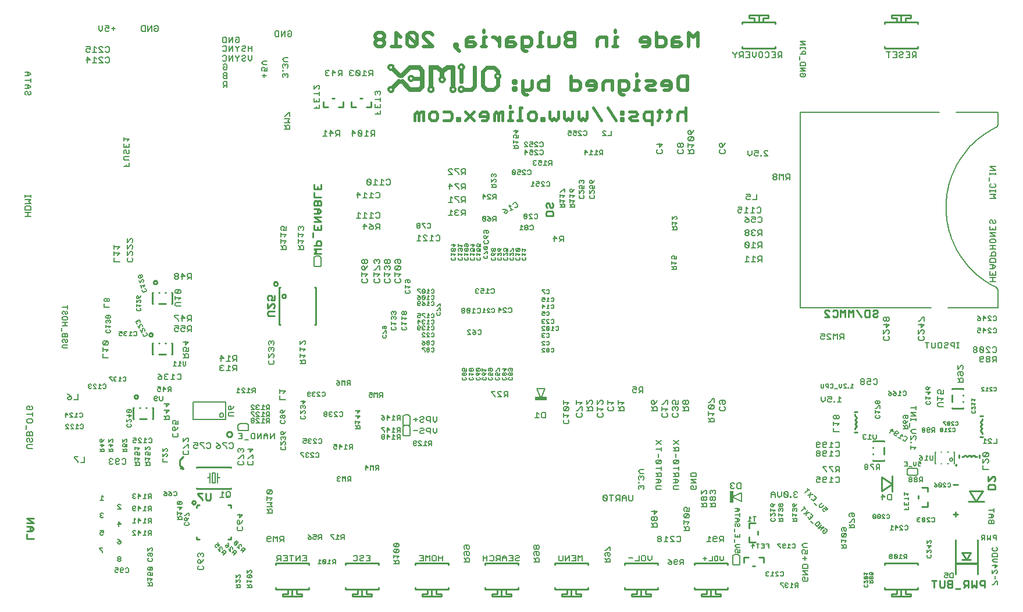
<source format=gbr>
G75*
G70*
%OFA0B0*%
%FSLAX24Y24*%
%IPPOS*%
%LPD*%
%AMOC8*
5,1,8,0,0,1.08239X$1,22.5*
%
%ADD10C,0.0070*%
%ADD11C,0.0100*%
%ADD12C,0.0180*%
%ADD13C,0.0200*%
%ADD14C,0.0080*%
%ADD15C,0.0060*%
%ADD16C,0.0050*%
%ADD17R,0.0709X0.0197*%
%ADD18C,0.0079*%
%ADD19R,0.1300X0.0150*%
%ADD20C,0.0240*%
%ADD21C,0.0120*%
%ADD22C,0.0220*%
%ADD23C,0.0260*%
%ADD24C,0.0140*%
%ADD25C,0.0079*%
%ADD26R,0.0197X0.0709*%
D10*
X027062Y008795D02*
X027342Y008795D01*
X027342Y008935D01*
X027295Y008982D01*
X027202Y008982D01*
X027155Y008935D01*
X027155Y008795D01*
X027155Y008889D02*
X027062Y008982D01*
X027062Y009117D02*
X027062Y009304D01*
X027062Y009211D02*
X027342Y009211D01*
X027249Y009117D01*
X027295Y009440D02*
X027109Y009440D01*
X027295Y009627D01*
X027109Y009627D01*
X027062Y009580D01*
X027062Y009486D01*
X027109Y009440D01*
X027295Y009440D02*
X027342Y009486D01*
X027342Y009580D01*
X027295Y009627D01*
X027295Y009762D02*
X027342Y009809D01*
X027342Y009902D01*
X027295Y009949D01*
X027109Y009762D01*
X027062Y009809D01*
X027062Y009902D01*
X027109Y009949D01*
X027295Y009949D01*
X027295Y009762D02*
X027109Y009762D01*
X039162Y009558D02*
X039210Y009558D01*
X039404Y009752D01*
X039452Y009752D01*
X039452Y009558D01*
X039404Y009420D02*
X039452Y009372D01*
X039452Y009275D01*
X039404Y009227D01*
X039355Y009227D01*
X039307Y009275D01*
X039307Y009420D01*
X039210Y009420D02*
X039404Y009420D01*
X039210Y009420D02*
X039162Y009372D01*
X039162Y009275D01*
X039210Y009227D01*
X039162Y009089D02*
X039259Y008992D01*
X039259Y009040D02*
X039259Y008895D01*
X039162Y008895D02*
X039452Y008895D01*
X039452Y009040D01*
X039404Y009089D01*
X039307Y009089D01*
X039259Y009040D01*
X042786Y009035D02*
X042882Y008987D01*
X042979Y008890D01*
X042834Y008890D01*
X042786Y008842D01*
X042786Y008794D01*
X042834Y008745D01*
X042931Y008745D01*
X042979Y008794D01*
X042979Y008890D01*
X043117Y008890D02*
X043262Y008890D01*
X043310Y008939D01*
X043310Y008987D01*
X043262Y009035D01*
X043165Y009035D01*
X043117Y008987D01*
X043117Y008794D01*
X043165Y008745D01*
X043262Y008745D01*
X043310Y008794D01*
X043448Y008745D02*
X043545Y008842D01*
X043497Y008842D02*
X043642Y008842D01*
X043642Y008745D02*
X043642Y009035D01*
X043497Y009035D01*
X043448Y008987D01*
X043448Y008890D01*
X043497Y008842D01*
X044788Y009085D02*
X044975Y009085D01*
X044882Y008992D02*
X044882Y009179D01*
X045111Y008945D02*
X045297Y008945D01*
X045297Y009225D01*
X045433Y009179D02*
X045480Y009225D01*
X045573Y009225D01*
X045620Y009179D01*
X045620Y008992D01*
X045573Y008945D01*
X045480Y008945D01*
X045433Y008992D01*
X045433Y009179D01*
X045755Y009225D02*
X045755Y009039D01*
X045849Y008945D01*
X045942Y009039D01*
X045942Y009225D01*
X052712Y009695D02*
X052992Y009695D01*
X052992Y009835D01*
X052945Y009882D01*
X052852Y009882D01*
X052805Y009835D01*
X052805Y009695D01*
X052805Y009789D02*
X052712Y009882D01*
X052712Y010017D02*
X052712Y010204D01*
X052712Y010111D02*
X052992Y010111D01*
X052899Y010017D01*
X052945Y010340D02*
X052992Y010386D01*
X052992Y010480D01*
X052945Y010527D01*
X052759Y010340D01*
X052712Y010386D01*
X052712Y010480D01*
X052759Y010527D01*
X052945Y010527D01*
X052945Y010662D02*
X052899Y010662D01*
X052852Y010709D01*
X052852Y010849D01*
X052759Y010849D02*
X052945Y010849D01*
X052992Y010802D01*
X052992Y010709D01*
X052945Y010662D01*
X052759Y010662D02*
X052712Y010709D01*
X052712Y010802D01*
X052759Y010849D01*
X053162Y010845D02*
X053442Y010845D01*
X053442Y010985D01*
X053395Y011032D01*
X053302Y011032D01*
X053255Y010985D01*
X053255Y010845D01*
X053255Y010939D02*
X053162Y011032D01*
X053162Y011167D02*
X053209Y011167D01*
X053395Y011354D01*
X053442Y011354D01*
X053442Y011167D01*
X053395Y011490D02*
X053349Y011490D01*
X053302Y011536D01*
X053302Y011677D01*
X053209Y011677D02*
X053395Y011677D01*
X053442Y011630D01*
X053442Y011536D01*
X053395Y011490D01*
X053209Y011490D02*
X053162Y011536D01*
X053162Y011630D01*
X053209Y011677D01*
X052945Y010340D02*
X052759Y010340D01*
X054084Y014195D02*
X054181Y014195D01*
X054229Y014244D01*
X054229Y014292D01*
X054181Y014340D01*
X054084Y014340D01*
X054036Y014292D01*
X054036Y014244D01*
X054084Y014195D01*
X054084Y014340D02*
X054036Y014389D01*
X054036Y014437D01*
X054084Y014485D01*
X054181Y014485D01*
X054229Y014437D01*
X054229Y014389D01*
X054181Y014340D01*
X054367Y014437D02*
X054560Y014244D01*
X054560Y014195D01*
X054698Y014195D02*
X054795Y014292D01*
X054747Y014292D02*
X054892Y014292D01*
X054892Y014195D02*
X054892Y014485D01*
X054747Y014485D01*
X054698Y014437D01*
X054698Y014340D01*
X054747Y014292D01*
X054560Y014485D02*
X054367Y014485D01*
X054367Y014437D01*
X060736Y010387D02*
X060736Y010290D01*
X060784Y010242D01*
X060929Y010242D01*
X060832Y010242D02*
X060736Y010145D01*
X060929Y010145D02*
X060929Y010435D01*
X060784Y010435D01*
X060736Y010387D01*
X061067Y010435D02*
X061067Y010145D01*
X061164Y010242D01*
X061260Y010145D01*
X061260Y010435D01*
X061398Y010387D02*
X061398Y010290D01*
X061447Y010242D01*
X061592Y010242D01*
X061592Y010145D02*
X061592Y010435D01*
X061447Y010435D01*
X061398Y010387D01*
X061442Y011101D02*
X061442Y011246D01*
X061394Y011294D01*
X061345Y011294D01*
X061297Y011246D01*
X061297Y011101D01*
X061297Y011246D02*
X061249Y011294D01*
X061200Y011294D01*
X061152Y011246D01*
X061152Y011101D01*
X061442Y011101D01*
X061345Y011432D02*
X061442Y011529D01*
X061345Y011626D01*
X061152Y011626D01*
X061297Y011626D02*
X061297Y011432D01*
X061345Y011432D02*
X061152Y011432D01*
X061152Y011860D02*
X061442Y011860D01*
X061442Y011764D02*
X061442Y011957D01*
X061409Y009716D02*
X061362Y009669D01*
X061362Y009575D01*
X061409Y009529D01*
X061595Y009529D01*
X061642Y009575D01*
X061642Y009669D01*
X061595Y009716D01*
X061595Y009393D02*
X061642Y009347D01*
X061642Y009206D01*
X061362Y009206D01*
X061362Y009347D01*
X061409Y009393D01*
X061595Y009393D01*
X061642Y009071D02*
X061455Y009071D01*
X061362Y008978D01*
X061455Y008884D01*
X061642Y008884D01*
X061642Y008702D02*
X061502Y008562D01*
X061502Y008749D01*
X061362Y008702D02*
X061642Y008702D01*
X061595Y008427D02*
X061642Y008380D01*
X061642Y008286D01*
X061595Y008240D01*
X061502Y008104D02*
X061502Y007917D01*
X061595Y007782D02*
X061409Y007595D01*
X061362Y007595D01*
X061642Y007595D02*
X061642Y007782D01*
X061595Y007782D01*
X061362Y008240D02*
X061549Y008427D01*
X061595Y008427D01*
X061362Y008427D02*
X061362Y008240D01*
X034137Y029249D02*
X034053Y029200D01*
X033987Y029218D01*
X033892Y029107D02*
X033725Y029011D01*
X033808Y029059D02*
X033663Y029310D01*
X033795Y029275D01*
X033891Y029386D02*
X033908Y029452D01*
X033992Y029500D01*
X034058Y029482D01*
X034155Y029315D01*
X034137Y029249D01*
X033581Y028983D02*
X033563Y028917D01*
X033479Y028869D01*
X033413Y028887D01*
X033389Y028929D01*
X033407Y028995D01*
X033532Y029067D01*
X033581Y028983D01*
X033532Y029067D02*
X033400Y029103D01*
X033292Y029096D01*
X050362Y036743D02*
X050362Y036837D01*
X050409Y036884D01*
X050502Y036884D01*
X050502Y036790D01*
X050409Y036697D02*
X050362Y036743D01*
X050409Y036697D02*
X050595Y036697D01*
X050642Y036743D01*
X050642Y036837D01*
X050595Y036884D01*
X050642Y037019D02*
X050362Y037206D01*
X050642Y037206D01*
X050642Y037341D02*
X050642Y037481D01*
X050595Y037528D01*
X050409Y037528D01*
X050362Y037481D01*
X050362Y037341D01*
X050642Y037341D01*
X050642Y037019D02*
X050362Y037019D01*
X050315Y037664D02*
X050315Y037850D01*
X050362Y037986D02*
X050642Y037986D01*
X050642Y038126D01*
X050595Y038173D01*
X050502Y038173D01*
X050455Y038126D01*
X050455Y037986D01*
X050362Y038308D02*
X050362Y038401D01*
X050362Y038355D02*
X050642Y038355D01*
X050642Y038401D02*
X050642Y038308D01*
X050642Y038523D02*
X050362Y038710D01*
X050642Y038710D01*
X050642Y038523D02*
X050362Y038523D01*
X010742Y023959D02*
X010742Y023862D01*
X010694Y023814D01*
X010645Y023814D01*
X010597Y023862D01*
X010597Y023959D01*
X010549Y024007D01*
X010500Y024007D01*
X010452Y023959D01*
X010452Y023862D01*
X010500Y023814D01*
X010549Y023814D01*
X010597Y023862D01*
X010597Y023959D02*
X010645Y024007D01*
X010694Y024007D01*
X010742Y023959D01*
X010452Y023676D02*
X010452Y023482D01*
X010742Y023482D01*
X008342Y023494D02*
X008062Y023494D01*
X008109Y023266D02*
X008062Y023219D01*
X008062Y023125D01*
X008109Y023079D01*
X008202Y023125D02*
X008202Y023219D01*
X008155Y023266D01*
X008109Y023266D01*
X008202Y023125D02*
X008249Y023079D01*
X008295Y023079D01*
X008342Y023125D01*
X008342Y023219D01*
X008295Y023266D01*
X008342Y023401D02*
X008342Y023588D01*
X008295Y022943D02*
X008342Y022897D01*
X008342Y022803D01*
X008295Y022756D01*
X008109Y022756D01*
X008062Y022803D01*
X008062Y022897D01*
X008109Y022943D01*
X008295Y022943D01*
X008342Y022621D02*
X008062Y022621D01*
X008202Y022621D02*
X008202Y022434D01*
X008062Y022434D02*
X008342Y022434D01*
X008015Y022299D02*
X008015Y022112D01*
X008109Y021977D02*
X008062Y021930D01*
X008062Y021790D01*
X008342Y021790D01*
X008342Y021930D01*
X008295Y021977D01*
X008249Y021977D01*
X008202Y021930D01*
X008202Y021790D01*
X008202Y021930D02*
X008155Y021977D01*
X008109Y021977D01*
X008109Y021654D02*
X008062Y021608D01*
X008062Y021514D01*
X008109Y021467D01*
X008202Y021514D02*
X008202Y021608D01*
X008155Y021654D01*
X008109Y021654D01*
X008202Y021514D02*
X008249Y021467D01*
X008295Y021467D01*
X008342Y021514D01*
X008342Y021608D01*
X008295Y021654D01*
X008342Y021332D02*
X008109Y021332D01*
X008062Y021285D01*
X008062Y021192D01*
X008109Y021145D01*
X008342Y021145D01*
D11*
X012177Y018360D02*
X012179Y018380D01*
X012185Y018399D01*
X012195Y018417D01*
X012208Y018432D01*
X012224Y018445D01*
X012242Y018454D01*
X012262Y018459D01*
X012282Y018460D01*
X012302Y018457D01*
X012321Y018450D01*
X012338Y018439D01*
X012353Y018425D01*
X012364Y018409D01*
X012372Y018390D01*
X012376Y018370D01*
X012376Y018350D01*
X012372Y018330D01*
X012364Y018311D01*
X012353Y018295D01*
X012338Y018281D01*
X012321Y018270D01*
X012302Y018263D01*
X012282Y018260D01*
X012262Y018261D01*
X012242Y018266D01*
X012224Y018275D01*
X012208Y018288D01*
X012195Y018303D01*
X012185Y018321D01*
X012179Y018340D01*
X012177Y018360D01*
X012154Y017729D02*
X012117Y017729D01*
X012117Y017091D01*
X012154Y017091D01*
X012471Y017091D02*
X012883Y017091D01*
X013200Y017091D02*
X013237Y017091D01*
X013237Y017729D01*
X013200Y017729D01*
X012883Y017729D02*
X012845Y017729D01*
X012509Y017729D02*
X012471Y017729D01*
X014977Y014910D02*
X014777Y014710D01*
X014777Y014410D01*
X014977Y014210D01*
X014927Y014360D01*
X014827Y014260D02*
X014977Y014210D01*
X015743Y014281D02*
X015743Y014340D01*
X017711Y014340D01*
X017711Y014281D01*
X017711Y013139D02*
X017711Y013080D01*
X015743Y013080D01*
X015743Y013139D01*
X015820Y012811D02*
X015820Y012744D01*
X016087Y012477D01*
X016087Y012410D01*
X016281Y012477D02*
X016281Y012811D01*
X016087Y012811D02*
X015820Y012811D01*
X015487Y012302D02*
X015489Y012322D01*
X015495Y012341D01*
X015505Y012358D01*
X015517Y012373D01*
X015533Y012385D01*
X015551Y012394D01*
X015570Y012399D01*
X015590Y012400D01*
X015610Y012397D01*
X015628Y012390D01*
X015645Y012379D01*
X015659Y012366D01*
X015671Y012350D01*
X015679Y012331D01*
X015682Y012312D01*
X015682Y012292D01*
X015679Y012273D01*
X015671Y012254D01*
X015659Y012238D01*
X015645Y012225D01*
X015628Y012214D01*
X015610Y012207D01*
X015590Y012204D01*
X015570Y012205D01*
X015551Y012210D01*
X015533Y012219D01*
X015517Y012231D01*
X015505Y012246D01*
X015495Y012263D01*
X015489Y012282D01*
X015487Y012302D01*
X015743Y012076D02*
X015743Y011987D01*
X015743Y012076D02*
X015812Y012144D01*
X015900Y012144D01*
X016281Y012477D02*
X016348Y012410D01*
X016481Y012410D01*
X016548Y012477D01*
X016548Y012811D01*
X017554Y012144D02*
X017711Y012144D01*
X017711Y011987D01*
X017711Y010333D02*
X017711Y010176D01*
X017554Y010176D01*
X015900Y010176D02*
X015743Y010176D01*
X015743Y010333D01*
X020277Y008810D02*
X022177Y008810D01*
X022177Y008710D01*
X020277Y008710D02*
X020277Y008810D01*
X020277Y007410D02*
X020277Y007310D01*
X020977Y007310D01*
X020977Y007060D01*
X020677Y007060D01*
X020677Y006910D01*
X021227Y006910D01*
X021227Y007310D01*
X021477Y007310D01*
X021477Y007060D01*
X021777Y007060D01*
X021777Y006910D01*
X021227Y006910D01*
X021227Y007310D02*
X020977Y007310D01*
X021477Y007310D02*
X022177Y007310D01*
X022177Y007410D01*
X024277Y007410D02*
X024277Y007310D01*
X024977Y007310D01*
X024977Y007060D01*
X024677Y007060D01*
X024677Y006910D01*
X025227Y006910D01*
X025227Y007310D01*
X025477Y007310D01*
X025477Y007060D01*
X025777Y007060D01*
X025777Y006910D01*
X025227Y006910D01*
X025227Y007310D02*
X024977Y007310D01*
X025477Y007310D02*
X026177Y007310D01*
X026177Y007410D01*
X026177Y008710D02*
X026177Y008810D01*
X024277Y008810D01*
X024277Y008710D01*
X028277Y008710D02*
X028277Y008810D01*
X030177Y008810D01*
X030177Y008710D01*
X032277Y008710D02*
X032277Y008810D01*
X034177Y008810D01*
X034177Y008710D01*
X034177Y007410D02*
X034177Y007310D01*
X033477Y007310D01*
X033477Y007060D01*
X033777Y007060D01*
X033777Y006910D01*
X033227Y006910D01*
X033227Y007310D01*
X033477Y007310D01*
X033227Y007310D02*
X032977Y007310D01*
X032977Y007060D01*
X032677Y007060D01*
X032677Y006910D01*
X033227Y006910D01*
X032977Y007310D02*
X032277Y007310D01*
X032277Y007410D01*
X030177Y007410D02*
X030177Y007310D01*
X029477Y007310D01*
X029477Y007060D01*
X029777Y007060D01*
X029777Y006910D01*
X029227Y006910D01*
X029227Y007310D01*
X029477Y007310D01*
X029227Y007310D02*
X028977Y007310D01*
X028977Y007060D01*
X028677Y007060D01*
X028677Y006910D01*
X029227Y006910D01*
X028977Y007310D02*
X028277Y007310D01*
X028277Y007410D01*
X036277Y007310D02*
X036277Y007410D01*
X036277Y007310D02*
X036977Y007310D01*
X036977Y007060D01*
X036677Y007060D01*
X036677Y006910D01*
X037227Y006910D01*
X037227Y007310D01*
X037477Y007310D01*
X037477Y007060D01*
X037777Y007060D01*
X037777Y006910D01*
X037227Y006910D01*
X037227Y007310D02*
X036977Y007310D01*
X037477Y007310D02*
X038177Y007310D01*
X038177Y007410D01*
X038177Y008710D02*
X038177Y008810D01*
X036277Y008810D01*
X036277Y008710D01*
X040277Y008710D02*
X040277Y008810D01*
X042177Y008810D01*
X042177Y008710D01*
X042177Y007410D02*
X042177Y007310D01*
X041477Y007310D01*
X041477Y007060D01*
X041777Y007060D01*
X041777Y006910D01*
X041227Y006910D01*
X041227Y007310D01*
X041477Y007310D01*
X041227Y007310D02*
X040977Y007310D01*
X040977Y007060D01*
X040677Y007060D01*
X040677Y006910D01*
X041227Y006910D01*
X040977Y007310D02*
X040277Y007310D01*
X040277Y007410D01*
X044277Y007410D02*
X044277Y007310D01*
X044977Y007310D01*
X044977Y007060D01*
X044677Y007060D01*
X044677Y006910D01*
X045227Y006910D01*
X045227Y007310D01*
X045477Y007310D01*
X045477Y007060D01*
X045777Y007060D01*
X045777Y006910D01*
X045227Y006910D01*
X045227Y007310D02*
X044977Y007310D01*
X045477Y007310D02*
X046177Y007310D01*
X046177Y007410D01*
X046177Y008710D02*
X046177Y008810D01*
X044277Y008810D01*
X044277Y008710D01*
X047117Y008860D02*
X047117Y009170D01*
X047377Y009170D01*
X047597Y008650D02*
X047757Y008650D01*
X048237Y008860D02*
X048237Y009170D01*
X047977Y009170D01*
X047777Y010010D02*
X047427Y010010D01*
X047427Y010310D01*
X047427Y010810D02*
X047427Y011110D01*
X047777Y011110D01*
X047927Y010660D02*
X047927Y010460D01*
X054508Y014700D02*
X054508Y014738D01*
X054508Y014700D02*
X055146Y014700D01*
X055146Y014738D01*
X055146Y015055D02*
X055146Y015466D01*
X055146Y015783D02*
X055146Y015820D01*
X054508Y015820D01*
X054508Y015783D01*
X054508Y015466D02*
X054508Y015429D01*
X054508Y015092D02*
X054508Y015055D01*
X055030Y013754D02*
X055030Y012967D01*
X055621Y013360D01*
X055030Y013754D01*
X055627Y013810D02*
X055627Y012910D01*
X057117Y012690D02*
X057117Y012530D01*
X057327Y012050D02*
X057637Y012050D01*
X057637Y012310D01*
X057637Y012910D02*
X057637Y013170D01*
X057327Y013170D01*
X059110Y013310D02*
X059377Y013310D01*
X060033Y012957D02*
X060821Y012957D01*
X060427Y012367D01*
X060033Y012957D01*
X059977Y012360D02*
X060877Y012360D01*
X061127Y013060D02*
X061127Y013260D01*
X061194Y013327D01*
X061461Y013327D01*
X061527Y013260D01*
X061527Y013060D01*
X061127Y013060D01*
X061127Y013521D02*
X061394Y013787D01*
X061461Y013787D01*
X061527Y013721D01*
X061527Y013587D01*
X061461Y013521D01*
X061127Y013521D02*
X061127Y013787D01*
X060627Y014871D02*
X060627Y015029D01*
X060470Y014911D02*
X060391Y014911D01*
X060336Y014967D01*
X060280Y014990D02*
X060266Y014990D01*
X060211Y014967D02*
X060155Y014911D01*
X060099Y014967D01*
X060044Y014990D02*
X060030Y014990D01*
X059974Y014967D02*
X059919Y014911D01*
X059863Y014967D01*
X059807Y014990D02*
X059794Y014990D01*
X059738Y014967D02*
X059683Y014911D01*
X059604Y014911D01*
X059446Y014871D02*
X059446Y015029D01*
X059738Y014967D02*
X059750Y014977D01*
X059764Y014984D01*
X059779Y014988D01*
X059794Y014990D01*
X059807Y014990D02*
X059822Y014988D01*
X059837Y014984D01*
X059851Y014977D01*
X059863Y014967D01*
X059974Y014967D02*
X059986Y014977D01*
X060000Y014984D01*
X060015Y014988D01*
X060030Y014990D01*
X060044Y014990D02*
X060059Y014988D01*
X060074Y014984D01*
X060088Y014977D01*
X060100Y014967D01*
X060210Y014967D02*
X060222Y014977D01*
X060236Y014984D01*
X060251Y014988D01*
X060266Y014990D01*
X060280Y014990D02*
X060295Y014988D01*
X060310Y014984D01*
X060324Y014977D01*
X060336Y014967D01*
X060648Y016070D02*
X060806Y016070D01*
X060766Y016227D02*
X060766Y016306D01*
X060711Y016362D01*
X060688Y016417D02*
X060688Y016431D01*
X060711Y016486D02*
X060766Y016542D01*
X060711Y016598D01*
X060688Y016653D02*
X060688Y016667D01*
X060711Y016723D02*
X060766Y016778D01*
X060711Y016834D01*
X060688Y016890D02*
X060688Y016903D01*
X060711Y016959D02*
X060766Y017015D01*
X060766Y017093D01*
X060806Y017251D02*
X060648Y017251D01*
X060710Y016959D02*
X060700Y016947D01*
X060693Y016933D01*
X060689Y016918D01*
X060687Y016903D01*
X060687Y016890D02*
X060689Y016875D01*
X060693Y016860D01*
X060700Y016846D01*
X060710Y016834D01*
X060710Y016723D02*
X060700Y016711D01*
X060693Y016697D01*
X060689Y016682D01*
X060687Y016667D01*
X060687Y016653D02*
X060689Y016638D01*
X060693Y016623D01*
X060700Y016609D01*
X060710Y016597D01*
X060710Y016487D02*
X060700Y016475D01*
X060693Y016461D01*
X060689Y016446D01*
X060687Y016431D01*
X060687Y016417D02*
X060689Y016402D01*
X060693Y016387D01*
X060700Y016373D01*
X060710Y016361D01*
X059696Y017700D02*
X059058Y017700D01*
X059058Y017738D01*
X059058Y018055D02*
X059058Y018466D01*
X059058Y018783D02*
X059058Y018820D01*
X059696Y018820D01*
X059696Y018783D01*
X059696Y018466D02*
X059696Y018429D01*
X059696Y018092D02*
X059696Y018055D01*
X059696Y017738D02*
X059696Y017700D01*
X053606Y017501D02*
X053448Y017501D01*
X053488Y017343D02*
X053488Y017265D01*
X053543Y017209D01*
X053566Y017153D02*
X053566Y017140D01*
X053543Y017084D02*
X053488Y017028D01*
X053543Y016973D01*
X053566Y016917D02*
X053566Y016903D01*
X053543Y016848D02*
X053488Y016792D01*
X053543Y016736D01*
X053566Y016681D02*
X053566Y016667D01*
X053543Y016612D02*
X053488Y016556D01*
X053488Y016477D01*
X053448Y016320D02*
X053606Y016320D01*
X053544Y016611D02*
X053554Y016623D01*
X053561Y016637D01*
X053565Y016652D01*
X053567Y016667D01*
X053567Y016681D02*
X053565Y016696D01*
X053561Y016711D01*
X053554Y016725D01*
X053544Y016737D01*
X053544Y016847D02*
X053554Y016859D01*
X053561Y016873D01*
X053565Y016888D01*
X053567Y016903D01*
X053567Y016917D02*
X053565Y016932D01*
X053561Y016947D01*
X053554Y016961D01*
X053544Y016973D01*
X053544Y017084D02*
X053554Y017096D01*
X053561Y017110D01*
X053565Y017125D01*
X053567Y017140D01*
X053567Y017153D02*
X053565Y017168D01*
X053561Y017183D01*
X053554Y017197D01*
X053544Y017209D01*
X053388Y022910D02*
X053388Y023311D01*
X053255Y023177D01*
X053121Y023311D01*
X053121Y022910D01*
X052928Y022910D02*
X052928Y023311D01*
X052795Y023177D01*
X052661Y023311D01*
X052661Y022910D01*
X052468Y022977D02*
X052401Y022910D01*
X052268Y022910D01*
X052201Y022977D01*
X052007Y022910D02*
X051740Y023177D01*
X051740Y023244D01*
X051807Y023311D01*
X051941Y023311D01*
X052007Y023244D01*
X052201Y023244D02*
X052268Y023311D01*
X052401Y023311D01*
X052468Y023244D01*
X052468Y022977D01*
X052007Y022910D02*
X051740Y022910D01*
X053582Y023311D02*
X053849Y022910D01*
X054042Y022977D02*
X054042Y023244D01*
X054109Y023311D01*
X054309Y023311D01*
X054309Y022910D01*
X054109Y022910D01*
X054042Y022977D01*
X054503Y022977D02*
X054569Y022910D01*
X054703Y022910D01*
X054769Y022977D01*
X054703Y023110D02*
X054569Y023110D01*
X054503Y023044D01*
X054503Y022977D01*
X054703Y023110D02*
X054769Y023177D01*
X054769Y023244D01*
X054703Y023311D01*
X054569Y023311D01*
X054503Y023244D01*
X059244Y011744D02*
X059244Y011477D01*
X059377Y011610D02*
X059110Y011610D01*
X059245Y010144D02*
X059245Y008176D01*
X059058Y007811D02*
X058858Y007811D01*
X058791Y007744D01*
X058791Y007677D01*
X058858Y007610D01*
X059058Y007610D01*
X059058Y007410D02*
X058858Y007410D01*
X058791Y007477D01*
X058791Y007544D01*
X058858Y007610D01*
X059058Y007410D02*
X059058Y007811D01*
X058598Y007811D02*
X058598Y007477D01*
X058531Y007410D01*
X058398Y007410D01*
X058331Y007477D01*
X058331Y007811D01*
X058138Y007811D02*
X057871Y007811D01*
X058004Y007811D02*
X058004Y007410D01*
X057077Y007410D02*
X057077Y007310D01*
X056377Y007310D01*
X056377Y007060D01*
X056677Y007060D01*
X056677Y006910D01*
X056127Y006910D01*
X056127Y007310D01*
X056377Y007310D01*
X056127Y007310D02*
X055877Y007310D01*
X055877Y007060D01*
X055577Y007060D01*
X055577Y006910D01*
X056127Y006910D01*
X055877Y007310D02*
X055177Y007310D01*
X055177Y007410D01*
X055177Y008710D02*
X055177Y008810D01*
X057077Y008810D01*
X057077Y008710D01*
X059252Y007344D02*
X059519Y007344D01*
X059712Y007410D02*
X059846Y007544D01*
X059779Y007544D02*
X059979Y007544D01*
X059979Y007410D02*
X059979Y007811D01*
X059779Y007811D01*
X059712Y007744D01*
X059712Y007610D01*
X059779Y007544D01*
X060172Y007410D02*
X060172Y007811D01*
X060439Y007811D02*
X060439Y007410D01*
X060306Y007544D01*
X060172Y007410D01*
X060633Y007610D02*
X060633Y007744D01*
X060699Y007811D01*
X060900Y007811D01*
X060900Y007410D01*
X060900Y007544D02*
X060699Y007544D01*
X060633Y007610D01*
X060508Y008176D02*
X060508Y010144D01*
X060127Y009410D02*
X059877Y009010D01*
X059627Y009410D01*
X060127Y009410D01*
X060127Y009010D02*
X059627Y009010D01*
X036177Y028739D02*
X035777Y028739D01*
X035777Y028940D01*
X035844Y029006D01*
X036111Y029006D01*
X036177Y028940D01*
X036177Y028739D01*
X036111Y029200D02*
X036044Y029200D01*
X035977Y029267D01*
X035977Y029400D01*
X035910Y029467D01*
X035844Y029467D01*
X035777Y029400D01*
X035777Y029267D01*
X035844Y029200D01*
X036111Y029200D02*
X036177Y029267D01*
X036177Y029400D01*
X036111Y029467D01*
X030977Y036370D02*
X030857Y036370D01*
X030857Y036400D01*
X030977Y036400D02*
X030977Y036370D01*
X031607Y037260D02*
X031607Y037290D01*
X031747Y037290D01*
X031747Y037260D01*
X025737Y035260D02*
X025737Y034950D01*
X025477Y034950D01*
X025257Y035470D02*
X025097Y035470D01*
X024617Y035260D02*
X024617Y034950D01*
X024877Y034950D01*
X024137Y034950D02*
X024137Y035260D01*
X024137Y034950D02*
X023877Y034950D01*
X023657Y035470D02*
X023497Y035470D01*
X023017Y035260D02*
X023017Y034950D01*
X023277Y034950D01*
X022877Y030510D02*
X022877Y030243D01*
X022477Y030243D01*
X022477Y030510D01*
X022677Y030376D02*
X022677Y030243D01*
X022477Y030050D02*
X022477Y029783D01*
X022877Y029783D01*
X022811Y029589D02*
X022744Y029589D01*
X022677Y029523D01*
X022677Y029322D01*
X022677Y029129D02*
X022677Y028862D01*
X022744Y028862D02*
X022877Y028995D01*
X022744Y029129D01*
X022477Y029129D01*
X022477Y029322D02*
X022477Y029523D01*
X022544Y029589D01*
X022610Y029589D01*
X022677Y029523D01*
X022811Y029589D02*
X022877Y029523D01*
X022877Y029322D01*
X022477Y029322D01*
X022477Y028862D02*
X022744Y028862D01*
X022877Y028669D02*
X022477Y028669D01*
X022877Y028402D01*
X022477Y028402D01*
X022477Y028208D02*
X022477Y027941D01*
X022877Y027941D01*
X022877Y028208D01*
X022677Y028075D02*
X022677Y027941D01*
X022410Y027748D02*
X022410Y027481D01*
X022610Y027221D02*
X022610Y027021D01*
X022477Y027021D02*
X022877Y027021D01*
X022877Y027221D01*
X022811Y027287D01*
X022677Y027287D01*
X022610Y027221D01*
X022477Y026827D02*
X022877Y026827D01*
X022877Y026560D02*
X022477Y026560D01*
X022610Y026694D01*
X022477Y026827D01*
X020164Y024834D02*
X020166Y024855D01*
X020172Y024876D01*
X020182Y024895D01*
X020195Y024911D01*
X020211Y024925D01*
X020229Y024936D01*
X020250Y024943D01*
X020271Y024946D01*
X020292Y024945D01*
X020313Y024940D01*
X020332Y024931D01*
X020349Y024919D01*
X020364Y024903D01*
X020376Y024885D01*
X020383Y024866D01*
X020387Y024845D01*
X020387Y024823D01*
X020383Y024802D01*
X020376Y024783D01*
X020364Y024765D01*
X020349Y024749D01*
X020332Y024737D01*
X020313Y024728D01*
X020292Y024723D01*
X020271Y024722D01*
X020250Y024725D01*
X020229Y024732D01*
X020211Y024743D01*
X020195Y024757D01*
X020182Y024773D01*
X020172Y024792D01*
X020166Y024813D01*
X020164Y024834D01*
X020464Y024623D02*
X020543Y024623D01*
X020464Y024623D02*
X020464Y022497D01*
X020543Y022497D01*
X020227Y022979D02*
X019894Y022979D01*
X019827Y023046D01*
X019827Y023179D01*
X019894Y023246D01*
X020227Y023246D01*
X020161Y023439D02*
X020227Y023506D01*
X020227Y023640D01*
X020161Y023706D01*
X020094Y023706D01*
X019827Y023439D01*
X019827Y023706D01*
X019894Y023900D02*
X019827Y023966D01*
X019827Y024100D01*
X019894Y024167D01*
X020027Y024167D01*
X020094Y024100D01*
X020094Y024033D01*
X020027Y023900D01*
X020227Y023900D01*
X020227Y024167D01*
X020636Y024125D02*
X020638Y024146D01*
X020644Y024167D01*
X020654Y024186D01*
X020667Y024202D01*
X020683Y024216D01*
X020701Y024227D01*
X020722Y024234D01*
X020743Y024237D01*
X020764Y024236D01*
X020785Y024231D01*
X020804Y024222D01*
X020821Y024210D01*
X020836Y024194D01*
X020848Y024176D01*
X020855Y024157D01*
X020859Y024136D01*
X020859Y024114D01*
X020855Y024093D01*
X020848Y024074D01*
X020836Y024056D01*
X020821Y024040D01*
X020804Y024028D01*
X020785Y024019D01*
X020764Y024014D01*
X020743Y024013D01*
X020722Y024016D01*
X020701Y024023D01*
X020683Y024034D01*
X020667Y024048D01*
X020654Y024064D01*
X020644Y024083D01*
X020638Y024104D01*
X020636Y024125D01*
X022511Y024623D02*
X022590Y024623D01*
X022590Y022497D01*
X022511Y022497D01*
X014337Y021429D02*
X014337Y020791D01*
X014300Y020791D01*
X013983Y020791D02*
X013571Y020791D01*
X013254Y020791D02*
X013217Y020791D01*
X013217Y021429D01*
X013254Y021429D01*
X013571Y021429D02*
X013609Y021429D01*
X013945Y021429D02*
X013983Y021429D01*
X014300Y021429D02*
X014337Y021429D01*
X013027Y021910D02*
X013029Y021930D01*
X013035Y021949D01*
X013045Y021967D01*
X013058Y021982D01*
X013074Y021995D01*
X013092Y022004D01*
X013112Y022009D01*
X013132Y022010D01*
X013152Y022007D01*
X013171Y022000D01*
X013188Y021989D01*
X013203Y021975D01*
X013214Y021959D01*
X013222Y021940D01*
X013226Y021920D01*
X013226Y021900D01*
X013222Y021880D01*
X013214Y021861D01*
X013203Y021845D01*
X013188Y021831D01*
X013171Y021820D01*
X013152Y021813D01*
X013132Y021810D01*
X013112Y021811D01*
X013092Y021816D01*
X013074Y021825D01*
X013058Y021838D01*
X013045Y021853D01*
X013035Y021871D01*
X013029Y021890D01*
X013027Y021910D01*
X013217Y023691D02*
X013254Y023691D01*
X013217Y023691D02*
X013217Y024329D01*
X013254Y024329D01*
X013571Y024329D02*
X013609Y024329D01*
X013945Y024329D02*
X013983Y024329D01*
X014300Y024329D02*
X014337Y024329D01*
X014337Y023691D01*
X014300Y023691D01*
X013983Y023691D02*
X013571Y023691D01*
X013277Y024910D02*
X013279Y024930D01*
X013285Y024949D01*
X013295Y024967D01*
X013308Y024982D01*
X013324Y024995D01*
X013342Y025004D01*
X013362Y025009D01*
X013382Y025010D01*
X013402Y025007D01*
X013421Y025000D01*
X013438Y024989D01*
X013453Y024975D01*
X013464Y024959D01*
X013472Y024940D01*
X013476Y024920D01*
X013476Y024900D01*
X013472Y024880D01*
X013464Y024861D01*
X013453Y024845D01*
X013438Y024831D01*
X013421Y024820D01*
X013402Y024813D01*
X013382Y024810D01*
X013362Y024811D01*
X013342Y024816D01*
X013324Y024825D01*
X013308Y024838D01*
X013295Y024853D01*
X013285Y024871D01*
X013279Y024890D01*
X013277Y024910D01*
X017477Y016210D02*
X017479Y016235D01*
X017485Y016259D01*
X017495Y016281D01*
X017509Y016302D01*
X017525Y016320D01*
X017545Y016336D01*
X017567Y016347D01*
X017590Y016355D01*
X017615Y016359D01*
X017639Y016359D01*
X017664Y016355D01*
X017687Y016347D01*
X017709Y016336D01*
X017729Y016320D01*
X017745Y016302D01*
X017759Y016281D01*
X017769Y016259D01*
X017775Y016235D01*
X017777Y016210D01*
X017775Y016185D01*
X017769Y016161D01*
X017759Y016139D01*
X017745Y016118D01*
X017729Y016100D01*
X017709Y016084D01*
X017687Y016073D01*
X017664Y016065D01*
X017639Y016061D01*
X017615Y016061D01*
X017590Y016065D01*
X017567Y016073D01*
X017545Y016084D01*
X017525Y016100D01*
X017509Y016118D01*
X017495Y016139D01*
X017485Y016161D01*
X017479Y016185D01*
X017477Y016210D01*
X006427Y011398D02*
X006027Y011398D01*
X006427Y011131D01*
X006027Y011131D01*
X006027Y010937D02*
X006294Y010937D01*
X006427Y010804D01*
X006294Y010671D01*
X006027Y010671D01*
X006027Y010477D02*
X006027Y010210D01*
X006427Y010210D01*
X006227Y010671D02*
X006227Y010937D01*
X047027Y038310D02*
X047027Y038410D01*
X047027Y038310D02*
X048927Y038310D01*
X048927Y038410D01*
X048927Y039710D02*
X048927Y039810D01*
X048227Y039810D01*
X048227Y040060D01*
X048527Y040060D01*
X048527Y040210D01*
X047977Y040210D01*
X047977Y039810D01*
X047727Y039810D01*
X047727Y040060D01*
X047427Y040060D01*
X047427Y040210D01*
X047977Y040210D01*
X047977Y039810D02*
X048227Y039810D01*
X047727Y039810D02*
X047027Y039810D01*
X047027Y039710D01*
X055177Y039810D02*
X055177Y039710D01*
X055177Y039810D02*
X055877Y039810D01*
X055877Y040060D01*
X055577Y040060D01*
X055577Y040210D01*
X056127Y040210D01*
X056127Y039810D01*
X055877Y039810D01*
X056127Y039810D02*
X056377Y039810D01*
X056377Y040060D01*
X056677Y040060D01*
X056677Y040210D01*
X056127Y040210D01*
X056377Y039810D02*
X057077Y039810D01*
X057077Y039710D01*
X057077Y038410D02*
X057077Y038310D01*
X055177Y038310D01*
X055177Y038410D01*
D12*
X043787Y034921D02*
X043787Y034200D01*
X043787Y034561D02*
X043667Y034681D01*
X043427Y034681D01*
X043307Y034561D01*
X043307Y034200D01*
X042838Y034320D02*
X042718Y034200D01*
X042838Y034320D02*
X042838Y034801D01*
X042958Y034681D02*
X042718Y034681D01*
X042406Y034681D02*
X042166Y034681D01*
X042286Y034801D02*
X042286Y034320D01*
X042166Y034200D01*
X041853Y034200D02*
X041493Y034200D01*
X041373Y034320D01*
X041373Y034561D01*
X041493Y034681D01*
X041853Y034681D01*
X041853Y033960D01*
X041025Y034200D02*
X040664Y034200D01*
X040544Y034320D01*
X040664Y034440D01*
X040905Y034440D01*
X041025Y034561D01*
X040905Y034681D01*
X040544Y034681D01*
X040196Y034681D02*
X040196Y034561D01*
X040076Y034561D01*
X040076Y034681D01*
X040196Y034681D01*
X040196Y034320D02*
X040196Y034200D01*
X040076Y034200D01*
X040076Y034320D01*
X040196Y034320D01*
X039782Y034200D02*
X039301Y034921D01*
X038953Y034200D02*
X038473Y034921D01*
X038124Y034681D02*
X038124Y034320D01*
X038004Y034200D01*
X037884Y034320D01*
X037764Y034200D01*
X037644Y034320D01*
X037644Y034681D01*
X037296Y034681D02*
X037296Y034320D01*
X037175Y034200D01*
X037055Y034320D01*
X036935Y034200D01*
X036815Y034320D01*
X036815Y034681D01*
X036467Y034681D02*
X036467Y034320D01*
X036347Y034200D01*
X036227Y034320D01*
X036107Y034200D01*
X035986Y034320D01*
X035986Y034681D01*
X035638Y034320D02*
X035638Y034200D01*
X035518Y034200D01*
X035518Y034320D01*
X035638Y034320D01*
X035224Y034320D02*
X035104Y034200D01*
X034864Y034200D01*
X034743Y034320D01*
X034743Y034561D01*
X034864Y034681D01*
X035104Y034681D01*
X035224Y034561D01*
X035224Y034320D01*
X034395Y034200D02*
X034155Y034200D01*
X034275Y034200D02*
X034275Y034921D01*
X034395Y034921D01*
X033843Y034681D02*
X033723Y034681D01*
X033723Y034200D01*
X033843Y034200D02*
X033602Y034200D01*
X033290Y034200D02*
X033290Y034681D01*
X033170Y034681D01*
X033050Y034561D01*
X032930Y034681D01*
X032810Y034561D01*
X032810Y034200D01*
X033050Y034200D02*
X033050Y034561D01*
X032461Y034561D02*
X032341Y034681D01*
X032101Y034681D01*
X031981Y034561D01*
X031981Y034440D01*
X032461Y034440D01*
X032461Y034320D02*
X032461Y034561D01*
X032461Y034320D02*
X032341Y034200D01*
X032101Y034200D01*
X031633Y034200D02*
X031152Y034681D01*
X031633Y034681D02*
X031152Y034200D01*
X030804Y034200D02*
X030804Y034320D01*
X030684Y034320D01*
X030684Y034200D01*
X030804Y034200D01*
X030390Y034320D02*
X030270Y034200D01*
X029909Y034200D01*
X029561Y034320D02*
X029441Y034200D01*
X029201Y034200D01*
X029081Y034320D01*
X029081Y034561D01*
X029201Y034681D01*
X029441Y034681D01*
X029561Y034561D01*
X029561Y034320D01*
X029909Y034681D02*
X030270Y034681D01*
X030390Y034561D01*
X030390Y034320D01*
X028732Y034200D02*
X028732Y034681D01*
X028612Y034681D01*
X028492Y034561D01*
X028372Y034681D01*
X028252Y034561D01*
X028252Y034200D01*
X028492Y034200D02*
X028492Y034561D01*
X033723Y034921D02*
X033723Y035041D01*
D13*
X033922Y035910D02*
X034056Y035910D01*
X034056Y036044D01*
X033922Y036044D01*
X033922Y035910D01*
X033922Y036311D02*
X034056Y036311D01*
X034056Y036444D01*
X033922Y036444D01*
X033922Y036311D01*
X034443Y036444D02*
X034443Y035777D01*
X034576Y035643D01*
X034709Y035643D01*
X034843Y035910D02*
X034443Y035910D01*
X034843Y035910D02*
X034976Y036044D01*
X034976Y036444D01*
X035363Y036311D02*
X035363Y036044D01*
X035497Y035910D01*
X035897Y035910D01*
X035897Y036711D01*
X035897Y036444D02*
X035497Y036444D01*
X035363Y036311D01*
X037205Y036444D02*
X037605Y036444D01*
X037739Y036311D01*
X037739Y036044D01*
X037605Y035910D01*
X037205Y035910D01*
X037205Y036711D01*
X038126Y036311D02*
X038126Y036177D01*
X038659Y036177D01*
X038659Y036044D02*
X038659Y036311D01*
X038526Y036444D01*
X038259Y036444D01*
X038126Y036311D01*
X038259Y035910D02*
X038526Y035910D01*
X038659Y036044D01*
X039046Y035910D02*
X039046Y036311D01*
X039180Y036444D01*
X039580Y036444D01*
X039580Y035910D01*
X039967Y035910D02*
X040367Y035910D01*
X040501Y036044D01*
X040501Y036311D01*
X040367Y036444D01*
X039967Y036444D01*
X039967Y035777D01*
X040101Y035643D01*
X040234Y035643D01*
X040848Y035910D02*
X041115Y035910D01*
X040981Y035910D02*
X040981Y036444D01*
X041115Y036444D01*
X040981Y036711D02*
X040981Y036844D01*
X041502Y036444D02*
X041902Y036444D01*
X042035Y036311D01*
X041902Y036177D01*
X041635Y036177D01*
X041502Y036044D01*
X041635Y035910D01*
X042035Y035910D01*
X042422Y036177D02*
X042956Y036177D01*
X042956Y036044D02*
X042956Y036311D01*
X042823Y036444D01*
X042556Y036444D01*
X042422Y036311D01*
X042422Y036177D01*
X042556Y035910D02*
X042823Y035910D01*
X042956Y036044D01*
X043343Y036044D02*
X043343Y036577D01*
X043477Y036711D01*
X043877Y036711D01*
X043877Y035910D01*
X043477Y035910D01*
X043343Y036044D01*
X043423Y038410D02*
X043022Y038410D01*
X043022Y038811D01*
X043156Y038944D01*
X043423Y038944D01*
X043423Y038677D02*
X043022Y038677D01*
X043423Y038677D02*
X043556Y038544D01*
X043423Y038410D01*
X043943Y038410D02*
X043943Y039211D01*
X044210Y038944D01*
X044477Y039211D01*
X044477Y038410D01*
X042635Y038544D02*
X042635Y038811D01*
X042502Y038944D01*
X042102Y038944D01*
X042102Y039211D02*
X042102Y038410D01*
X042502Y038410D01*
X042635Y038544D01*
X041715Y038544D02*
X041715Y038811D01*
X041581Y038944D01*
X041314Y038944D01*
X041181Y038811D01*
X041181Y038677D01*
X041715Y038677D01*
X041715Y038544D02*
X041581Y038410D01*
X041314Y038410D01*
X039873Y038410D02*
X039606Y038410D01*
X039740Y038410D02*
X039740Y038944D01*
X039873Y038944D01*
X039740Y039211D02*
X039740Y039344D01*
X039259Y038944D02*
X038859Y038944D01*
X038726Y038811D01*
X038726Y038410D01*
X039259Y038410D02*
X039259Y038944D01*
X037418Y038811D02*
X037018Y038811D01*
X036884Y038677D01*
X036884Y038544D01*
X037018Y038410D01*
X037418Y038410D01*
X037418Y039211D01*
X037018Y039211D01*
X036884Y039077D01*
X036884Y038944D01*
X037018Y038811D01*
X036497Y038944D02*
X036497Y038544D01*
X036364Y038410D01*
X035963Y038410D01*
X035963Y038944D01*
X035576Y039211D02*
X035443Y039211D01*
X035443Y038410D01*
X035576Y038410D02*
X035309Y038410D01*
X034963Y038544D02*
X034963Y038811D01*
X034829Y038944D01*
X034429Y038944D01*
X034429Y038277D01*
X034562Y038143D01*
X034696Y038143D01*
X034829Y038410D02*
X034429Y038410D01*
X034829Y038410D02*
X034963Y038544D01*
X034042Y038544D02*
X033908Y038677D01*
X033508Y038677D01*
X033508Y038811D02*
X033508Y038410D01*
X033908Y038410D01*
X034042Y038544D01*
X033908Y038944D02*
X033641Y038944D01*
X033508Y038811D01*
X033121Y038944D02*
X033121Y038410D01*
X033121Y038677D02*
X032854Y038944D01*
X032721Y038944D01*
X032354Y038944D02*
X032220Y038944D01*
X032220Y038410D01*
X032087Y038410D02*
X032354Y038410D01*
X031740Y038544D02*
X031607Y038677D01*
X031206Y038677D01*
X031206Y038811D02*
X031206Y038410D01*
X031607Y038410D01*
X031740Y038544D01*
X031607Y038944D02*
X031340Y038944D01*
X031206Y038811D01*
X030686Y038544D02*
X030686Y038410D01*
X030552Y038410D01*
X030552Y038544D01*
X030686Y038544D01*
X030552Y038410D02*
X030819Y038143D01*
X029285Y038410D02*
X028751Y038944D01*
X028751Y039077D01*
X028884Y039211D01*
X029151Y039211D01*
X029285Y039077D01*
X029285Y038410D02*
X028751Y038410D01*
X028364Y038544D02*
X028364Y039077D01*
X028230Y039211D01*
X027964Y039211D01*
X027830Y039077D01*
X028364Y038544D01*
X028230Y038410D01*
X027964Y038410D01*
X027830Y038544D01*
X027830Y039077D01*
X027443Y038944D02*
X027176Y039211D01*
X027176Y038410D01*
X027443Y038410D02*
X026909Y038410D01*
X026522Y038544D02*
X026522Y038677D01*
X026389Y038811D01*
X026122Y038811D01*
X025989Y038677D01*
X025989Y038544D01*
X026122Y038410D01*
X026389Y038410D01*
X026522Y038544D01*
X026389Y038811D02*
X026522Y038944D01*
X026522Y039077D01*
X026389Y039211D01*
X026122Y039211D01*
X025989Y039077D01*
X025989Y038944D01*
X026122Y038811D01*
X032220Y039211D02*
X032220Y039344D01*
D14*
X025837Y037070D02*
X025837Y036750D01*
X025837Y036857D02*
X025677Y036857D01*
X025623Y036910D01*
X025623Y037017D01*
X025677Y037070D01*
X025837Y037070D01*
X025730Y036857D02*
X025623Y036750D01*
X025469Y036750D02*
X025255Y036750D01*
X025362Y036750D02*
X025362Y037070D01*
X025469Y036964D01*
X025100Y037017D02*
X025100Y036804D01*
X024887Y037017D01*
X024887Y036804D01*
X024940Y036750D01*
X025047Y036750D01*
X025100Y036804D01*
X025100Y037017D02*
X025047Y037070D01*
X024940Y037070D01*
X024887Y037017D01*
X024732Y037017D02*
X024679Y037070D01*
X024572Y037070D01*
X024519Y037017D01*
X024519Y036964D01*
X024572Y036910D01*
X024519Y036857D01*
X024519Y036804D01*
X024572Y036750D01*
X024679Y036750D01*
X024732Y036804D01*
X024625Y036910D02*
X024572Y036910D01*
X024087Y036857D02*
X023927Y036857D01*
X023873Y036910D01*
X023873Y037017D01*
X023927Y037070D01*
X024087Y037070D01*
X024087Y036750D01*
X023980Y036857D02*
X023873Y036750D01*
X023719Y036910D02*
X023505Y036910D01*
X023559Y036750D02*
X023559Y037070D01*
X023719Y036910D01*
X023350Y036804D02*
X023297Y036750D01*
X023190Y036750D01*
X023137Y036804D01*
X023137Y036857D01*
X023190Y036910D01*
X023244Y036910D01*
X023190Y036910D02*
X023137Y036964D01*
X023137Y037017D01*
X023190Y037070D01*
X023297Y037070D01*
X023350Y037017D01*
X022734Y036195D02*
X022787Y036142D01*
X022787Y036035D01*
X022734Y035982D01*
X022787Y035827D02*
X022787Y035614D01*
X022787Y035720D02*
X022467Y035720D01*
X022467Y035459D02*
X022467Y035245D01*
X022787Y035245D01*
X022787Y035459D01*
X022627Y035352D02*
X022627Y035245D01*
X022787Y035091D02*
X022787Y034877D01*
X022467Y034877D01*
X022627Y034877D02*
X022627Y034984D01*
X022467Y035982D02*
X022680Y036195D01*
X022734Y036195D01*
X022467Y036195D02*
X022467Y035982D01*
X020987Y036704D02*
X020987Y036810D01*
X020934Y036864D01*
X020880Y036864D01*
X020827Y036810D01*
X020774Y036864D01*
X020720Y036864D01*
X020667Y036810D01*
X020667Y036704D01*
X020720Y036650D01*
X020827Y036757D02*
X020827Y036810D01*
X020987Y036704D02*
X020934Y036650D01*
X020720Y037019D02*
X020720Y037072D01*
X020667Y037072D01*
X020667Y037019D01*
X020720Y037019D01*
X020720Y037203D02*
X020667Y037256D01*
X020667Y037363D01*
X020720Y037416D01*
X020774Y037416D01*
X020827Y037363D01*
X020827Y037309D01*
X020827Y037363D02*
X020880Y037416D01*
X020934Y037416D01*
X020987Y037363D01*
X020987Y037256D01*
X020934Y037203D01*
X020987Y037571D02*
X020774Y037571D01*
X020667Y037678D01*
X020774Y037784D01*
X020987Y037784D01*
X019787Y037600D02*
X019574Y037600D01*
X019467Y037494D01*
X019574Y037387D01*
X019787Y037387D01*
X019787Y037232D02*
X019787Y037019D01*
X019627Y037019D01*
X019680Y037125D01*
X019680Y037179D01*
X019627Y037232D01*
X019520Y037232D01*
X019467Y037179D01*
X019467Y037072D01*
X019520Y037019D01*
X019627Y036864D02*
X019627Y036650D01*
X019734Y036757D02*
X019520Y036757D01*
X018822Y037600D02*
X018715Y037707D01*
X018715Y037920D01*
X018560Y037867D02*
X018560Y037814D01*
X018507Y037760D01*
X018400Y037760D01*
X018347Y037707D01*
X018347Y037654D01*
X018400Y037600D01*
X018507Y037600D01*
X018560Y037654D01*
X018560Y037867D02*
X018507Y037920D01*
X018400Y037920D01*
X018347Y037867D01*
X018192Y037867D02*
X018085Y037760D01*
X018085Y037600D01*
X018085Y037760D02*
X017978Y037867D01*
X017978Y037920D01*
X017824Y037920D02*
X017610Y037600D01*
X017610Y037920D01*
X017455Y037867D02*
X017455Y037654D01*
X017402Y037600D01*
X017295Y037600D01*
X017242Y037654D01*
X017242Y037867D02*
X017295Y037920D01*
X017402Y037920D01*
X017455Y037867D01*
X017402Y038150D02*
X017295Y038150D01*
X017242Y038204D01*
X017402Y038150D02*
X017455Y038204D01*
X017455Y038417D01*
X017402Y038470D01*
X017295Y038470D01*
X017242Y038417D01*
X017295Y038650D02*
X017242Y038704D01*
X017242Y038917D01*
X017295Y038970D01*
X017455Y038970D01*
X017455Y038650D01*
X017295Y038650D01*
X017610Y038650D02*
X017610Y038970D01*
X017824Y038970D02*
X017610Y038650D01*
X017610Y038470D02*
X017610Y038150D01*
X017824Y038470D01*
X017824Y038150D01*
X017824Y037920D02*
X017824Y037600D01*
X017487Y037367D02*
X017434Y037420D01*
X017327Y037420D01*
X017273Y037367D01*
X017273Y037260D02*
X017380Y037260D01*
X017273Y037260D02*
X017273Y037154D01*
X017327Y037100D01*
X017434Y037100D01*
X017487Y037154D01*
X017487Y037367D01*
X017487Y036920D02*
X017327Y036920D01*
X017273Y036867D01*
X017273Y036814D01*
X017327Y036760D01*
X017487Y036760D01*
X017487Y036600D02*
X017327Y036600D01*
X017273Y036654D01*
X017273Y036707D01*
X017327Y036760D01*
X017487Y036600D02*
X017487Y036920D01*
X017487Y036420D02*
X017327Y036420D01*
X017273Y036367D01*
X017273Y036260D01*
X017327Y036207D01*
X017487Y036207D01*
X017487Y036100D02*
X017487Y036420D01*
X017380Y036207D02*
X017273Y036100D01*
X018822Y037600D02*
X018928Y037707D01*
X018928Y037920D01*
X018928Y038150D02*
X018928Y038470D01*
X018928Y038310D02*
X018715Y038310D01*
X018715Y038470D02*
X018715Y038150D01*
X018560Y038204D02*
X018507Y038150D01*
X018400Y038150D01*
X018347Y038204D01*
X018347Y038257D01*
X018400Y038310D01*
X018507Y038310D01*
X018560Y038364D01*
X018560Y038417D01*
X018507Y038470D01*
X018400Y038470D01*
X018347Y038417D01*
X018192Y038417D02*
X018085Y038310D01*
X018085Y038150D01*
X018085Y038310D02*
X017978Y038417D01*
X017978Y038470D01*
X018032Y038650D02*
X017978Y038704D01*
X017978Y038810D01*
X018085Y038810D01*
X018192Y038704D02*
X018192Y038917D01*
X018139Y038970D01*
X018032Y038970D01*
X017978Y038917D01*
X017824Y038970D02*
X017824Y038650D01*
X018032Y038650D02*
X018139Y038650D01*
X018192Y038704D01*
X018192Y038470D02*
X018192Y038417D01*
X018192Y037920D02*
X018192Y037867D01*
X020237Y039054D02*
X020237Y039267D01*
X020290Y039320D01*
X020450Y039320D01*
X020450Y039000D01*
X020290Y039000D01*
X020237Y039054D01*
X020605Y039000D02*
X020605Y039320D01*
X020819Y039320D02*
X020605Y039000D01*
X020819Y039000D02*
X020819Y039320D01*
X020973Y039267D02*
X021027Y039320D01*
X021134Y039320D01*
X021187Y039267D01*
X021187Y039054D01*
X021134Y039000D01*
X021027Y039000D01*
X020973Y039054D01*
X020973Y039160D01*
X021080Y039160D01*
X025967Y035815D02*
X025967Y035709D01*
X026020Y035655D01*
X026127Y035762D02*
X026127Y035815D01*
X026074Y035869D01*
X026020Y035869D01*
X025967Y035815D01*
X026127Y035815D02*
X026180Y035869D01*
X026234Y035869D01*
X026287Y035815D01*
X026287Y035709D01*
X026234Y035655D01*
X026287Y035500D02*
X026287Y035287D01*
X026287Y035394D02*
X025967Y035394D01*
X025967Y035132D02*
X025967Y034919D01*
X026287Y034919D01*
X026287Y035132D01*
X026127Y035025D02*
X026127Y034919D01*
X026287Y034764D02*
X026287Y034550D01*
X025967Y034550D01*
X026127Y034550D02*
X026127Y034657D01*
X025960Y033620D02*
X025800Y033620D01*
X025747Y033567D01*
X025747Y033460D01*
X025800Y033407D01*
X025960Y033407D01*
X025853Y033407D02*
X025747Y033300D01*
X025592Y033300D02*
X025378Y033300D01*
X025485Y033300D02*
X025485Y033620D01*
X025592Y033514D01*
X025224Y033567D02*
X025170Y033620D01*
X025063Y033620D01*
X025010Y033567D01*
X025224Y033354D01*
X025170Y033300D01*
X025063Y033300D01*
X025010Y033354D01*
X025010Y033567D01*
X024855Y033460D02*
X024642Y033460D01*
X024695Y033300D02*
X024695Y033620D01*
X024855Y033460D01*
X025224Y033354D02*
X025224Y033567D01*
X025960Y033620D02*
X025960Y033300D01*
X023942Y033300D02*
X023942Y033620D01*
X023782Y033620D01*
X023728Y033567D01*
X023728Y033460D01*
X023782Y033407D01*
X023942Y033407D01*
X023835Y033407D02*
X023728Y033300D01*
X023574Y033460D02*
X023360Y033460D01*
X023205Y033514D02*
X023099Y033620D01*
X023099Y033300D01*
X023205Y033300D02*
X022992Y033300D01*
X023413Y033300D02*
X023413Y033620D01*
X023574Y033460D01*
X021087Y033695D02*
X021087Y033855D01*
X021034Y033909D01*
X020927Y033909D01*
X020874Y033855D01*
X020874Y033695D01*
X020874Y033802D02*
X020767Y033909D01*
X020767Y034064D02*
X021087Y034064D01*
X020980Y034170D01*
X021087Y034277D01*
X020767Y034277D01*
X020767Y034432D02*
X020820Y034432D01*
X021034Y034645D01*
X021087Y034645D01*
X021087Y034432D01*
X021087Y033695D02*
X020767Y033695D01*
X025519Y030767D02*
X025732Y030554D01*
X025679Y030500D01*
X025572Y030500D01*
X025519Y030554D01*
X025519Y030767D01*
X025572Y030820D01*
X025679Y030820D01*
X025732Y030767D01*
X025732Y030554D01*
X025887Y030500D02*
X026100Y030500D01*
X025994Y030500D02*
X025994Y030820D01*
X026100Y030714D01*
X026255Y030500D02*
X026469Y030500D01*
X026362Y030500D02*
X026362Y030820D01*
X026469Y030714D01*
X026623Y030767D02*
X026677Y030820D01*
X026784Y030820D01*
X026837Y030767D01*
X026837Y030554D01*
X026784Y030500D01*
X026677Y030500D01*
X026623Y030554D01*
X026184Y030070D02*
X026237Y030017D01*
X026237Y029804D01*
X026184Y029750D01*
X026077Y029750D01*
X026023Y029804D01*
X025869Y029750D02*
X025655Y029750D01*
X025762Y029750D02*
X025762Y030070D01*
X025869Y029964D01*
X026023Y030017D02*
X026077Y030070D01*
X026184Y030070D01*
X025500Y029964D02*
X025394Y030070D01*
X025394Y029750D01*
X025500Y029750D02*
X025287Y029750D01*
X025132Y029910D02*
X024919Y029910D01*
X024972Y029750D02*
X024972Y030070D01*
X025132Y029910D01*
X025025Y028920D02*
X025025Y028600D01*
X024919Y028600D02*
X025132Y028600D01*
X025287Y028600D02*
X025500Y028600D01*
X025394Y028600D02*
X025394Y028920D01*
X025500Y028814D01*
X025655Y028600D02*
X025869Y028600D01*
X025762Y028600D02*
X025762Y028920D01*
X025869Y028814D01*
X026023Y028867D02*
X026077Y028920D01*
X026184Y028920D01*
X026237Y028867D01*
X026237Y028654D01*
X026184Y028600D01*
X026077Y028600D01*
X026023Y028654D01*
X026077Y028270D02*
X026023Y028217D01*
X026023Y028110D01*
X026077Y028057D01*
X026237Y028057D01*
X026237Y027950D02*
X026237Y028270D01*
X026077Y028270D01*
X026130Y028057D02*
X026023Y027950D01*
X025869Y028004D02*
X025815Y027950D01*
X025709Y027950D01*
X025655Y028004D01*
X025655Y028057D01*
X025709Y028110D01*
X025869Y028110D01*
X025869Y028004D01*
X025869Y028110D02*
X025762Y028217D01*
X025655Y028270D01*
X025500Y028110D02*
X025287Y028110D01*
X025340Y027950D02*
X025340Y028270D01*
X025500Y028110D01*
X025132Y028814D02*
X025025Y028920D01*
X021887Y028065D02*
X021834Y028119D01*
X021780Y028119D01*
X021727Y028065D01*
X021674Y028119D01*
X021620Y028119D01*
X021567Y028065D01*
X021567Y027959D01*
X021620Y027905D01*
X021727Y028012D02*
X021727Y028065D01*
X021887Y028065D02*
X021887Y027959D01*
X021834Y027905D01*
X021887Y027644D02*
X021567Y027644D01*
X021567Y027750D02*
X021567Y027537D01*
X021567Y027382D02*
X021567Y027169D01*
X021567Y027275D02*
X021887Y027275D01*
X021780Y027169D01*
X021727Y027014D02*
X021674Y026960D01*
X021674Y026800D01*
X021674Y026907D02*
X021567Y027014D01*
X021727Y027014D02*
X021834Y027014D01*
X021887Y026960D01*
X021887Y026800D01*
X021567Y026800D01*
X020887Y026800D02*
X020887Y026960D01*
X020834Y027014D01*
X020727Y027014D01*
X020674Y026960D01*
X020674Y026800D01*
X020674Y026907D02*
X020567Y027014D01*
X020567Y027169D02*
X020567Y027382D01*
X020567Y027275D02*
X020887Y027275D01*
X020780Y027169D01*
X020780Y027537D02*
X020887Y027644D01*
X020567Y027644D01*
X020567Y027750D02*
X020567Y027537D01*
X020620Y027905D02*
X020567Y027959D01*
X020567Y028065D01*
X020620Y028119D01*
X020727Y028119D01*
X020780Y028065D01*
X020780Y028012D01*
X020727Y027905D01*
X020887Y027905D01*
X020887Y028119D01*
X021780Y027537D02*
X021887Y027644D01*
X020887Y026800D02*
X020567Y026800D01*
X025217Y026165D02*
X025217Y026059D01*
X025270Y026005D01*
X025324Y026005D01*
X025377Y026059D01*
X025377Y026165D01*
X025324Y026219D01*
X025270Y026219D01*
X025217Y026165D01*
X025377Y026165D02*
X025430Y026219D01*
X025484Y026219D01*
X025537Y026165D01*
X025537Y026059D01*
X025484Y026005D01*
X025430Y026005D01*
X025377Y026059D01*
X025324Y025850D02*
X025377Y025797D01*
X025377Y025637D01*
X025270Y025637D01*
X025217Y025690D01*
X025217Y025797D01*
X025270Y025850D01*
X025324Y025850D01*
X025484Y025744D02*
X025377Y025637D01*
X025484Y025744D02*
X025537Y025850D01*
X025917Y026059D02*
X025917Y026165D01*
X025970Y026219D01*
X026024Y026219D01*
X026077Y026165D01*
X026077Y026112D01*
X026077Y026165D02*
X026130Y026219D01*
X026184Y026219D01*
X026237Y026165D01*
X026237Y026059D01*
X026184Y026005D01*
X026184Y025850D02*
X025970Y025637D01*
X025917Y025637D01*
X025917Y025482D02*
X025917Y025269D01*
X025917Y025375D02*
X026237Y025375D01*
X026130Y025269D01*
X026184Y025114D02*
X026237Y025060D01*
X026237Y024954D01*
X026184Y024900D01*
X025970Y024900D01*
X025917Y024954D01*
X025917Y025060D01*
X025970Y025114D01*
X025537Y025060D02*
X025537Y024954D01*
X025484Y024900D01*
X025270Y024900D01*
X025217Y024954D01*
X025217Y025060D01*
X025270Y025114D01*
X025217Y025269D02*
X025217Y025482D01*
X025217Y025375D02*
X025537Y025375D01*
X025430Y025269D01*
X025484Y025114D02*
X025537Y025060D01*
X026237Y025637D02*
X026237Y025850D01*
X026184Y025850D01*
X025970Y026005D02*
X025917Y026059D01*
X026517Y026059D02*
X026570Y026005D01*
X026624Y026005D01*
X026677Y026059D01*
X026677Y026165D01*
X026624Y026219D01*
X026570Y026219D01*
X026517Y026165D01*
X026517Y026059D01*
X026677Y026059D02*
X026730Y026005D01*
X026784Y026005D01*
X026837Y026059D01*
X026837Y026165D01*
X026784Y026219D01*
X026730Y026219D01*
X026677Y026165D01*
X026624Y025850D02*
X026570Y025850D01*
X026517Y025797D01*
X026517Y025690D01*
X026570Y025637D01*
X026677Y025744D02*
X026677Y025797D01*
X026624Y025850D01*
X026677Y025797D02*
X026730Y025850D01*
X026784Y025850D01*
X026837Y025797D01*
X026837Y025690D01*
X026784Y025637D01*
X026837Y025375D02*
X026517Y025375D01*
X026517Y025269D02*
X026517Y025482D01*
X026730Y025269D02*
X026837Y025375D01*
X026784Y025114D02*
X026837Y025060D01*
X026837Y024954D01*
X026784Y024900D01*
X026570Y024900D01*
X026517Y024954D01*
X026517Y025060D01*
X026570Y025114D01*
X027117Y025060D02*
X027170Y025114D01*
X027117Y025060D02*
X027117Y024954D01*
X027170Y024900D01*
X027384Y024900D01*
X027437Y024954D01*
X027437Y025060D01*
X027384Y025114D01*
X027330Y025269D02*
X027437Y025375D01*
X027117Y025375D01*
X027117Y025269D02*
X027117Y025482D01*
X027170Y025637D02*
X027384Y025850D01*
X027170Y025850D01*
X027117Y025797D01*
X027117Y025690D01*
X027170Y025637D01*
X027384Y025637D01*
X027437Y025690D01*
X027437Y025797D01*
X027384Y025850D01*
X027384Y026005D02*
X027330Y026005D01*
X027277Y026059D01*
X027277Y026219D01*
X027170Y026219D02*
X027384Y026219D01*
X027437Y026165D01*
X027437Y026059D01*
X027384Y026005D01*
X027170Y026005D02*
X027117Y026059D01*
X027117Y026165D01*
X027170Y026219D01*
X028369Y027300D02*
X028582Y027300D01*
X028475Y027300D02*
X028475Y027620D01*
X028582Y027514D01*
X028737Y027514D02*
X028950Y027300D01*
X028737Y027300D01*
X028737Y027514D02*
X028737Y027567D01*
X028790Y027620D01*
X028897Y027620D01*
X028950Y027567D01*
X029212Y027620D02*
X029212Y027300D01*
X029319Y027300D02*
X029105Y027300D01*
X029319Y027514D02*
X029212Y027620D01*
X029473Y027567D02*
X029527Y027620D01*
X029634Y027620D01*
X029687Y027567D01*
X029687Y027354D01*
X029634Y027300D01*
X029527Y027300D01*
X029473Y027354D01*
X030192Y028750D02*
X030405Y028750D01*
X030299Y028750D02*
X030299Y029070D01*
X030405Y028964D01*
X030560Y028964D02*
X030613Y028910D01*
X030560Y028857D01*
X030560Y028804D01*
X030613Y028750D01*
X030720Y028750D01*
X030774Y028804D01*
X030667Y028910D02*
X030613Y028910D01*
X030560Y028964D02*
X030560Y029017D01*
X030613Y029070D01*
X030720Y029070D01*
X030774Y029017D01*
X030928Y029017D02*
X030928Y028910D01*
X030982Y028857D01*
X031142Y028857D01*
X031142Y028750D02*
X031142Y029070D01*
X030982Y029070D01*
X030928Y029017D01*
X031035Y028857D02*
X030928Y028750D01*
X030928Y029500D02*
X031035Y029607D01*
X030982Y029607D02*
X031142Y029607D01*
X031142Y029500D02*
X031142Y029820D01*
X030982Y029820D01*
X030928Y029767D01*
X030928Y029660D01*
X030982Y029607D01*
X030774Y029554D02*
X030560Y029767D01*
X030560Y029820D01*
X030774Y029820D01*
X030774Y029554D02*
X030774Y029500D01*
X030405Y029500D02*
X030192Y029500D01*
X030299Y029500D02*
X030299Y029820D01*
X030405Y029714D01*
X030245Y030250D02*
X030245Y030570D01*
X030405Y030410D01*
X030192Y030410D01*
X030560Y030517D02*
X030774Y030304D01*
X030774Y030250D01*
X030928Y030250D02*
X031035Y030357D01*
X030982Y030357D02*
X031142Y030357D01*
X031142Y030250D02*
X031142Y030570D01*
X030982Y030570D01*
X030928Y030517D01*
X030928Y030410D01*
X030982Y030357D01*
X030774Y030570D02*
X030560Y030570D01*
X030560Y030517D01*
X030405Y031100D02*
X030192Y031314D01*
X030192Y031367D01*
X030245Y031420D01*
X030352Y031420D01*
X030405Y031367D01*
X030560Y031367D02*
X030774Y031154D01*
X030774Y031100D01*
X030928Y031100D02*
X031035Y031207D01*
X030982Y031207D02*
X031142Y031207D01*
X031142Y031100D02*
X031142Y031420D01*
X030982Y031420D01*
X030928Y031367D01*
X030928Y031260D01*
X030982Y031207D01*
X030774Y031420D02*
X030560Y031420D01*
X030560Y031367D01*
X030405Y031100D02*
X030192Y031100D01*
X036245Y027570D02*
X036405Y027410D01*
X036192Y027410D01*
X036245Y027250D02*
X036245Y027570D01*
X036560Y027517D02*
X036560Y027410D01*
X036613Y027357D01*
X036774Y027357D01*
X036774Y027250D02*
X036774Y027570D01*
X036613Y027570D01*
X036560Y027517D01*
X036667Y027357D02*
X036560Y027250D01*
X042117Y032354D02*
X042117Y032460D01*
X042170Y032514D01*
X042117Y032354D02*
X042170Y032300D01*
X042384Y032300D01*
X042437Y032354D01*
X042437Y032460D01*
X042384Y032514D01*
X042277Y032669D02*
X042437Y032829D01*
X042117Y032829D01*
X042277Y032882D02*
X042277Y032669D01*
X043317Y032722D02*
X043370Y032669D01*
X043424Y032669D01*
X043477Y032722D01*
X043477Y032829D01*
X043424Y032882D01*
X043370Y032882D01*
X043317Y032829D01*
X043317Y032722D01*
X043477Y032722D02*
X043530Y032669D01*
X043584Y032669D01*
X043637Y032722D01*
X043637Y032829D01*
X043584Y032882D01*
X043530Y032882D01*
X043477Y032829D01*
X043370Y032514D02*
X043317Y032460D01*
X043317Y032354D01*
X043370Y032300D01*
X043584Y032300D01*
X043637Y032354D01*
X043637Y032460D01*
X043584Y032514D01*
X043917Y032514D02*
X044024Y032407D01*
X044024Y032460D02*
X044024Y032300D01*
X043917Y032300D02*
X044237Y032300D01*
X044237Y032460D01*
X044184Y032514D01*
X044077Y032514D01*
X044024Y032460D01*
X044130Y032669D02*
X044237Y032775D01*
X043917Y032775D01*
X043917Y032669D02*
X043917Y032882D01*
X043970Y033037D02*
X044184Y033250D01*
X043970Y033250D01*
X043917Y033197D01*
X043917Y033090D01*
X043970Y033037D01*
X044184Y033037D01*
X044237Y033090D01*
X044237Y033197D01*
X044184Y033250D01*
X044077Y033405D02*
X044077Y033565D01*
X044024Y033619D01*
X043970Y033619D01*
X043917Y033565D01*
X043917Y033459D01*
X043970Y033405D01*
X044077Y033405D01*
X044184Y033512D01*
X044237Y033619D01*
X045717Y032829D02*
X045770Y032882D01*
X045824Y032882D01*
X045877Y032829D01*
X045877Y032669D01*
X045770Y032669D01*
X045717Y032722D01*
X045717Y032829D01*
X045877Y032669D02*
X045984Y032775D01*
X046037Y032882D01*
X045984Y032514D02*
X046037Y032460D01*
X046037Y032354D01*
X045984Y032300D01*
X045770Y032300D01*
X045717Y032354D01*
X045717Y032460D01*
X045770Y032514D01*
X047353Y032470D02*
X047353Y032257D01*
X047459Y032150D01*
X047566Y032257D01*
X047566Y032470D01*
X047721Y032470D02*
X047934Y032470D01*
X047934Y032310D01*
X047828Y032364D01*
X047774Y032364D01*
X047721Y032310D01*
X047721Y032204D01*
X047774Y032150D01*
X047881Y032150D01*
X047934Y032204D01*
X048065Y032204D02*
X048065Y032150D01*
X048119Y032150D01*
X048119Y032204D01*
X048065Y032204D01*
X048273Y032150D02*
X048487Y032150D01*
X048273Y032364D01*
X048273Y032417D01*
X048327Y032470D01*
X048434Y032470D01*
X048487Y032417D01*
X048845Y031120D02*
X048792Y031067D01*
X048792Y031014D01*
X048845Y030960D01*
X048952Y030960D01*
X049005Y031014D01*
X049005Y031067D01*
X048952Y031120D01*
X048845Y031120D01*
X048845Y030960D02*
X048792Y030907D01*
X048792Y030854D01*
X048845Y030800D01*
X048952Y030800D01*
X049005Y030854D01*
X049005Y030907D01*
X048952Y030960D01*
X049160Y031120D02*
X049160Y030800D01*
X049374Y030800D02*
X049374Y031120D01*
X049267Y031014D01*
X049160Y031120D01*
X049528Y031067D02*
X049528Y030960D01*
X049582Y030907D01*
X049742Y030907D01*
X049742Y030800D02*
X049742Y031120D01*
X049582Y031120D01*
X049528Y031067D01*
X049635Y030907D02*
X049528Y030800D01*
X047837Y029970D02*
X047837Y029650D01*
X047623Y029650D01*
X047469Y029704D02*
X047415Y029650D01*
X047309Y029650D01*
X047255Y029704D01*
X047255Y029810D01*
X047309Y029864D01*
X047362Y029864D01*
X047469Y029810D01*
X047469Y029970D01*
X047255Y029970D01*
X047244Y029220D02*
X047244Y028900D01*
X047350Y028900D02*
X047137Y028900D01*
X046982Y028954D02*
X046929Y028900D01*
X046822Y028900D01*
X046769Y028954D01*
X046769Y029060D01*
X046822Y029114D01*
X046875Y029114D01*
X046982Y029060D01*
X046982Y029220D01*
X046769Y029220D01*
X047244Y029220D02*
X047350Y029114D01*
X047505Y028900D02*
X047719Y028900D01*
X047612Y028900D02*
X047612Y029220D01*
X047719Y029114D01*
X047873Y029167D02*
X047927Y029220D01*
X048034Y029220D01*
X048087Y029167D01*
X048087Y028954D01*
X048034Y028900D01*
X047927Y028900D01*
X047873Y028954D01*
X047977Y028670D02*
X048084Y028670D01*
X048137Y028617D01*
X048137Y028404D01*
X048084Y028350D01*
X047977Y028350D01*
X047923Y028404D01*
X047769Y028404D02*
X047715Y028350D01*
X047609Y028350D01*
X047555Y028404D01*
X047555Y028510D01*
X047609Y028564D01*
X047662Y028564D01*
X047769Y028510D01*
X047769Y028670D01*
X047555Y028670D01*
X047400Y028510D02*
X047240Y028510D01*
X047187Y028457D01*
X047187Y028404D01*
X047240Y028350D01*
X047347Y028350D01*
X047400Y028404D01*
X047400Y028510D01*
X047294Y028617D01*
X047187Y028670D01*
X047923Y028617D02*
X047977Y028670D01*
X047977Y027920D02*
X047923Y027867D01*
X047923Y027760D01*
X047977Y027707D01*
X048137Y027707D01*
X048137Y027600D02*
X048137Y027920D01*
X047977Y027920D01*
X047769Y027867D02*
X047715Y027920D01*
X047609Y027920D01*
X047555Y027867D01*
X047555Y027814D01*
X047609Y027760D01*
X047555Y027707D01*
X047555Y027654D01*
X047609Y027600D01*
X047715Y027600D01*
X047769Y027654D01*
X047662Y027760D02*
X047609Y027760D01*
X047400Y027707D02*
X047347Y027760D01*
X047240Y027760D01*
X047187Y027707D01*
X047187Y027654D01*
X047240Y027600D01*
X047347Y027600D01*
X047400Y027654D01*
X047400Y027707D01*
X047347Y027760D02*
X047400Y027814D01*
X047400Y027867D01*
X047347Y027920D01*
X047240Y027920D01*
X047187Y027867D01*
X047187Y027814D01*
X047240Y027760D01*
X047240Y027220D02*
X047187Y027167D01*
X047400Y026954D01*
X047347Y026900D01*
X047240Y026900D01*
X047187Y026954D01*
X047187Y027167D01*
X047240Y027220D02*
X047347Y027220D01*
X047400Y027167D01*
X047400Y026954D01*
X047555Y026900D02*
X047769Y026900D01*
X047662Y026900D02*
X047662Y027220D01*
X047769Y027114D01*
X047923Y027167D02*
X047923Y027060D01*
X047977Y027007D01*
X048137Y027007D01*
X048137Y026900D02*
X048137Y027220D01*
X047977Y027220D01*
X047923Y027167D01*
X048030Y027007D02*
X047923Y026900D01*
X047977Y026420D02*
X047923Y026367D01*
X047923Y026260D01*
X047977Y026207D01*
X048137Y026207D01*
X048137Y026100D02*
X048137Y026420D01*
X047977Y026420D01*
X048030Y026207D02*
X047923Y026100D01*
X047769Y026100D02*
X047555Y026100D01*
X047662Y026100D02*
X047662Y026420D01*
X047769Y026314D01*
X047400Y026314D02*
X047294Y026420D01*
X047294Y026100D01*
X047400Y026100D02*
X047187Y026100D01*
X047923Y027600D02*
X048030Y027707D01*
X055117Y022865D02*
X055117Y022759D01*
X055170Y022705D01*
X055224Y022705D01*
X055277Y022759D01*
X055277Y022865D01*
X055224Y022919D01*
X055170Y022919D01*
X055117Y022865D01*
X055277Y022865D02*
X055330Y022919D01*
X055384Y022919D01*
X055437Y022865D01*
X055437Y022759D01*
X055384Y022705D01*
X055330Y022705D01*
X055277Y022759D01*
X055277Y022550D02*
X055277Y022337D01*
X055437Y022497D01*
X055117Y022497D01*
X055117Y022182D02*
X055117Y021969D01*
X055330Y022182D01*
X055384Y022182D01*
X055437Y022129D01*
X055437Y022022D01*
X055384Y021969D01*
X055384Y021814D02*
X055437Y021760D01*
X055437Y021654D01*
X055384Y021600D01*
X055170Y021600D01*
X055117Y021654D01*
X055117Y021760D01*
X055170Y021814D01*
X057117Y021760D02*
X057170Y021814D01*
X057117Y021760D02*
X057117Y021654D01*
X057170Y021600D01*
X057384Y021600D01*
X057437Y021654D01*
X057437Y021760D01*
X057384Y021814D01*
X057384Y021969D02*
X057437Y022022D01*
X057437Y022129D01*
X057384Y022182D01*
X057330Y022182D01*
X057117Y021969D01*
X057117Y022182D01*
X057277Y022337D02*
X057277Y022550D01*
X057117Y022497D02*
X057437Y022497D01*
X057277Y022337D01*
X057170Y022705D02*
X057117Y022705D01*
X057170Y022705D02*
X057384Y022919D01*
X057437Y022919D01*
X057437Y022705D01*
X057505Y021470D02*
X057718Y021470D01*
X057611Y021470D02*
X057611Y021150D01*
X057873Y021204D02*
X057926Y021150D01*
X058033Y021150D01*
X058086Y021204D01*
X058086Y021470D01*
X058241Y021417D02*
X058295Y021470D01*
X058401Y021470D01*
X058455Y021417D01*
X058455Y021204D01*
X058401Y021150D01*
X058295Y021150D01*
X058241Y021204D01*
X058241Y021417D01*
X058610Y021417D02*
X058663Y021470D01*
X058770Y021470D01*
X058823Y021417D01*
X058823Y021364D01*
X058770Y021310D01*
X058663Y021310D01*
X058610Y021257D01*
X058610Y021204D01*
X058663Y021150D01*
X058770Y021150D01*
X058823Y021204D01*
X058978Y021310D02*
X059031Y021257D01*
X059191Y021257D01*
X059191Y021150D02*
X059191Y021470D01*
X059031Y021470D01*
X058978Y021417D01*
X058978Y021310D01*
X059330Y021150D02*
X059437Y021150D01*
X059384Y021150D02*
X059384Y021470D01*
X059437Y021470D02*
X059330Y021470D01*
X060269Y021167D02*
X060269Y021114D01*
X060322Y021060D01*
X060429Y021060D01*
X060482Y021114D01*
X060482Y021167D01*
X060429Y021220D01*
X060322Y021220D01*
X060269Y021167D01*
X060322Y021060D02*
X060269Y021007D01*
X060269Y020954D01*
X060322Y020900D01*
X060429Y020900D01*
X060482Y020954D01*
X060482Y021007D01*
X060429Y021060D01*
X060637Y020954D02*
X060690Y020900D01*
X060797Y020900D01*
X060850Y020954D01*
X060637Y021167D01*
X060637Y020954D01*
X060637Y021167D02*
X060690Y021220D01*
X060797Y021220D01*
X060850Y021167D01*
X060850Y020954D01*
X061005Y020900D02*
X061219Y020900D01*
X061005Y021114D01*
X061005Y021167D01*
X061059Y021220D01*
X061165Y021220D01*
X061219Y021167D01*
X061373Y021167D02*
X061427Y021220D01*
X061534Y021220D01*
X061587Y021167D01*
X061587Y020954D01*
X061534Y020900D01*
X061427Y020900D01*
X061373Y020954D01*
X061427Y020670D02*
X061373Y020617D01*
X061373Y020510D01*
X061427Y020457D01*
X061587Y020457D01*
X061587Y020350D02*
X061587Y020670D01*
X061427Y020670D01*
X061219Y020617D02*
X061219Y020564D01*
X061165Y020510D01*
X061059Y020510D01*
X061005Y020457D01*
X061005Y020404D01*
X061059Y020350D01*
X061165Y020350D01*
X061219Y020404D01*
X061219Y020457D01*
X061165Y020510D01*
X061059Y020510D02*
X061005Y020564D01*
X061005Y020617D01*
X061059Y020670D01*
X061165Y020670D01*
X061219Y020617D01*
X061480Y020457D02*
X061373Y020350D01*
X060850Y020404D02*
X060797Y020350D01*
X060690Y020350D01*
X060637Y020404D01*
X060637Y020617D01*
X060690Y020670D01*
X060797Y020670D01*
X060850Y020617D01*
X060850Y020564D01*
X060797Y020510D01*
X060637Y020510D01*
X059687Y020092D02*
X059687Y019985D01*
X059634Y019932D01*
X059634Y019777D02*
X059420Y019777D01*
X059367Y019724D01*
X059367Y019617D01*
X059420Y019564D01*
X059527Y019617D02*
X059527Y019777D01*
X059634Y019777D02*
X059687Y019724D01*
X059687Y019617D01*
X059634Y019564D01*
X059580Y019564D01*
X059527Y019617D01*
X059527Y019409D02*
X059474Y019355D01*
X059474Y019195D01*
X059474Y019302D02*
X059367Y019409D01*
X059527Y019409D02*
X059634Y019409D01*
X059687Y019355D01*
X059687Y019195D01*
X059367Y019195D01*
X058537Y018745D02*
X058537Y018532D01*
X058377Y018532D01*
X058430Y018639D01*
X058430Y018692D01*
X058377Y018745D01*
X058270Y018745D01*
X058217Y018692D01*
X058217Y018585D01*
X058270Y018532D01*
X058217Y018377D02*
X058217Y018164D01*
X058217Y018270D02*
X058537Y018270D01*
X058430Y018164D01*
X058537Y018009D02*
X058270Y018009D01*
X058217Y017955D01*
X058217Y017849D01*
X058270Y017795D01*
X058537Y017795D01*
X056987Y017835D02*
X056987Y017621D01*
X056987Y017728D02*
X056667Y017728D01*
X056667Y017467D02*
X056987Y017467D01*
X056987Y017253D02*
X056667Y017467D01*
X056667Y017253D02*
X056987Y017253D01*
X056987Y017114D02*
X056987Y017008D01*
X056987Y017061D02*
X056667Y017061D01*
X056667Y017008D02*
X056667Y017114D01*
X056614Y016853D02*
X056614Y016639D01*
X056774Y016484D02*
X056987Y016484D01*
X056987Y016271D02*
X056774Y016271D01*
X056667Y016378D01*
X056774Y016484D01*
X056880Y016116D02*
X056934Y016116D01*
X056987Y016063D01*
X056987Y015956D01*
X056934Y015903D01*
X056880Y016116D02*
X056667Y015903D01*
X056667Y016116D01*
X056667Y015772D02*
X056667Y015719D01*
X056720Y015719D01*
X056720Y015772D01*
X056667Y015772D01*
X056667Y015564D02*
X056667Y015350D01*
X056667Y015457D02*
X056987Y015457D01*
X056880Y015350D01*
X058067Y015179D02*
X058104Y015179D01*
X058067Y015179D02*
X058067Y014541D01*
X058104Y014541D01*
X058421Y014541D02*
X058459Y014541D01*
X058795Y014541D02*
X058833Y014541D01*
X058903Y014762D02*
X058905Y014781D01*
X058911Y014799D01*
X058921Y014815D01*
X058934Y014829D01*
X058950Y014840D01*
X058967Y014847D01*
X058986Y014850D01*
X059005Y014849D01*
X059024Y014844D01*
X059040Y014835D01*
X059055Y014823D01*
X059066Y014807D01*
X059074Y014790D01*
X059078Y014772D01*
X059078Y014752D01*
X059074Y014734D01*
X059066Y014717D01*
X059055Y014701D01*
X059040Y014689D01*
X059024Y014680D01*
X059005Y014675D01*
X058986Y014674D01*
X058967Y014677D01*
X058950Y014684D01*
X058934Y014695D01*
X058921Y014709D01*
X058911Y014725D01*
X058905Y014743D01*
X058903Y014762D01*
X059150Y014541D02*
X059187Y014541D01*
X059187Y015179D01*
X059150Y015179D01*
X058833Y015179D02*
X058795Y015179D01*
X058459Y015179D02*
X058421Y015179D01*
X059249Y014439D02*
X059251Y014452D01*
X059257Y014463D01*
X059267Y014472D01*
X059278Y014477D01*
X059291Y014478D01*
X059304Y014475D01*
X059314Y014468D01*
X059322Y014458D01*
X059326Y014445D01*
X059326Y014433D01*
X059322Y014420D01*
X059314Y014410D01*
X059304Y014403D01*
X059291Y014400D01*
X059278Y014401D01*
X059267Y014406D01*
X059257Y014415D01*
X059251Y014426D01*
X059249Y014439D01*
X060817Y014414D02*
X060817Y014200D01*
X061137Y014200D01*
X061084Y014569D02*
X061137Y014622D01*
X061137Y014729D01*
X061084Y014782D01*
X061030Y014782D01*
X060817Y014569D01*
X060817Y014782D01*
X060870Y014937D02*
X061084Y015150D01*
X060870Y015150D01*
X060817Y015097D01*
X060817Y014990D01*
X060870Y014937D01*
X061084Y014937D01*
X061137Y014990D01*
X061137Y015097D01*
X061084Y015150D01*
X055574Y012770D02*
X055574Y012450D01*
X055413Y012450D01*
X055360Y012504D01*
X055360Y012717D01*
X055413Y012770D01*
X055574Y012770D01*
X055205Y012610D02*
X054992Y012610D01*
X055045Y012450D02*
X055045Y012770D01*
X055205Y012610D01*
X052587Y013504D02*
X052587Y013717D01*
X052534Y013770D01*
X052427Y013770D01*
X052373Y013717D01*
X052219Y013664D02*
X052112Y013770D01*
X052112Y013450D01*
X052219Y013450D02*
X052005Y013450D01*
X051850Y013504D02*
X051797Y013450D01*
X051690Y013450D01*
X051637Y013504D01*
X051637Y013717D01*
X051690Y013770D01*
X051797Y013770D01*
X051850Y013717D01*
X051850Y013664D01*
X051797Y013610D01*
X051637Y013610D01*
X051482Y013610D02*
X051375Y013664D01*
X051322Y013664D01*
X051269Y013610D01*
X051269Y013504D01*
X051322Y013450D01*
X051429Y013450D01*
X051482Y013504D01*
X051482Y013610D02*
X051482Y013770D01*
X051269Y013770D01*
X051850Y014050D02*
X051850Y014104D01*
X051637Y014317D01*
X051637Y014370D01*
X051850Y014370D01*
X052005Y014370D02*
X052005Y014317D01*
X052219Y014104D01*
X052219Y014050D01*
X052373Y014050D02*
X052480Y014157D01*
X052427Y014157D02*
X052587Y014157D01*
X052587Y014050D02*
X052587Y014370D01*
X052427Y014370D01*
X052373Y014317D01*
X052373Y014210D01*
X052427Y014157D01*
X052219Y014370D02*
X052005Y014370D01*
X052005Y014950D02*
X052219Y014950D01*
X052112Y014950D02*
X052112Y015270D01*
X052219Y015164D01*
X052373Y015217D02*
X052427Y015270D01*
X052534Y015270D01*
X052587Y015217D01*
X052587Y015004D01*
X052534Y014950D01*
X052427Y014950D01*
X052373Y015004D01*
X052427Y015450D02*
X052373Y015504D01*
X052427Y015450D02*
X052534Y015450D01*
X052587Y015504D01*
X052587Y015717D01*
X052534Y015770D01*
X052427Y015770D01*
X052373Y015717D01*
X052219Y015664D02*
X052112Y015770D01*
X052112Y015450D01*
X052219Y015450D02*
X052005Y015450D01*
X051850Y015504D02*
X051797Y015450D01*
X051690Y015450D01*
X051637Y015504D01*
X051637Y015717D01*
X051690Y015770D01*
X051797Y015770D01*
X051850Y015717D01*
X051850Y015664D01*
X051797Y015610D01*
X051637Y015610D01*
X051482Y015664D02*
X051429Y015610D01*
X051269Y015610D01*
X051269Y015504D02*
X051269Y015717D01*
X051322Y015770D01*
X051429Y015770D01*
X051482Y015717D01*
X051482Y015664D01*
X051482Y015504D02*
X051429Y015450D01*
X051322Y015450D01*
X051269Y015504D01*
X051322Y015270D02*
X051269Y015217D01*
X051269Y015164D01*
X051322Y015110D01*
X051429Y015110D01*
X051482Y015164D01*
X051482Y015217D01*
X051429Y015270D01*
X051322Y015270D01*
X051322Y015110D02*
X051269Y015057D01*
X051269Y015004D01*
X051322Y014950D01*
X051429Y014950D01*
X051482Y015004D01*
X051482Y015057D01*
X051429Y015110D01*
X051637Y015110D02*
X051797Y015110D01*
X051850Y015164D01*
X051850Y015217D01*
X051797Y015270D01*
X051690Y015270D01*
X051637Y015217D01*
X051637Y015004D01*
X051690Y014950D01*
X051797Y014950D01*
X051850Y015004D01*
X052257Y016355D02*
X052257Y016569D01*
X052257Y016724D02*
X052257Y016937D01*
X052257Y016830D02*
X052577Y016830D01*
X052470Y016724D01*
X052470Y017092D02*
X052524Y017092D01*
X052577Y017145D01*
X052577Y017252D01*
X052524Y017305D01*
X052470Y017305D01*
X052417Y017252D01*
X052417Y017145D01*
X052470Y017092D01*
X052417Y017145D02*
X052364Y017092D01*
X052310Y017092D01*
X052257Y017145D01*
X052257Y017252D01*
X052310Y017305D01*
X052364Y017305D01*
X052417Y017252D01*
X052473Y018050D02*
X052687Y018050D01*
X052580Y018050D02*
X052580Y018370D01*
X052687Y018264D01*
X052319Y018104D02*
X052265Y018104D01*
X052265Y018050D01*
X052319Y018050D01*
X052319Y018104D01*
X052134Y018104D02*
X052081Y018050D01*
X051974Y018050D01*
X051921Y018104D01*
X051921Y018210D01*
X051974Y018264D01*
X052028Y018264D01*
X052134Y018210D01*
X052134Y018370D01*
X051921Y018370D01*
X051766Y018370D02*
X051766Y018157D01*
X051659Y018050D01*
X051553Y018157D01*
X051553Y018370D01*
X052257Y016355D02*
X052577Y016355D01*
X053860Y019060D02*
X053967Y019060D01*
X054020Y019114D01*
X054020Y019167D01*
X053967Y019220D01*
X053860Y019220D01*
X053807Y019167D01*
X053807Y019114D01*
X053860Y019060D01*
X053860Y019220D02*
X053807Y019274D01*
X053807Y019327D01*
X053860Y019380D01*
X053967Y019380D01*
X054020Y019327D01*
X054020Y019274D01*
X053967Y019220D01*
X054175Y019220D02*
X054175Y019114D01*
X054229Y019060D01*
X054335Y019060D01*
X054389Y019114D01*
X054389Y019220D02*
X054282Y019274D01*
X054229Y019274D01*
X054175Y019220D01*
X054175Y019380D02*
X054389Y019380D01*
X054389Y019220D01*
X054543Y019114D02*
X054597Y019060D01*
X054704Y019060D01*
X054757Y019114D01*
X054757Y019327D01*
X054704Y019380D01*
X054597Y019380D01*
X054543Y019327D01*
X057873Y021204D02*
X057873Y021470D01*
X059367Y020145D02*
X059367Y019932D01*
X059580Y020145D01*
X059634Y020145D01*
X059687Y020092D01*
X052837Y021650D02*
X052837Y021970D01*
X052677Y021970D01*
X052623Y021917D01*
X052623Y021810D01*
X052677Y021757D01*
X052837Y021757D01*
X052730Y021757D02*
X052623Y021650D01*
X052469Y021650D02*
X052469Y021970D01*
X052362Y021864D01*
X052255Y021970D01*
X052255Y021650D01*
X052100Y021650D02*
X051887Y021864D01*
X051887Y021917D01*
X051940Y021970D01*
X052047Y021970D01*
X052100Y021917D01*
X052100Y021650D02*
X051887Y021650D01*
X051732Y021704D02*
X051679Y021650D01*
X051572Y021650D01*
X051519Y021704D01*
X051519Y021810D01*
X051572Y021864D01*
X051625Y021864D01*
X051732Y021810D01*
X051732Y021970D01*
X051519Y021970D01*
X046037Y018092D02*
X046037Y017985D01*
X045984Y017932D01*
X045930Y017932D01*
X045877Y017985D01*
X045877Y018145D01*
X045770Y018145D02*
X045984Y018145D01*
X046037Y018092D01*
X045770Y018145D02*
X045717Y018092D01*
X045717Y017985D01*
X045770Y017932D01*
X045770Y017777D02*
X045717Y017724D01*
X045717Y017617D01*
X045770Y017564D01*
X045984Y017564D01*
X046037Y017617D01*
X046037Y017724D01*
X045984Y017777D01*
X045406Y017825D02*
X045353Y017878D01*
X045140Y017664D01*
X045086Y017718D01*
X045086Y017825D01*
X045140Y017878D01*
X045353Y017878D01*
X045406Y017825D02*
X045406Y017718D01*
X045353Y017664D01*
X045140Y017664D01*
X045086Y017510D02*
X045086Y017296D01*
X045086Y017403D02*
X045406Y017403D01*
X045300Y017296D01*
X045353Y017141D02*
X045246Y017141D01*
X045193Y017088D01*
X045193Y016928D01*
X045193Y017035D02*
X045086Y017141D01*
X045086Y016928D02*
X045406Y016928D01*
X045406Y017088D01*
X045353Y017141D01*
X045406Y018033D02*
X045406Y018246D01*
X045353Y018246D01*
X045140Y018033D01*
X045086Y018033D01*
X043937Y017985D02*
X043937Y018092D01*
X043884Y018145D01*
X043830Y018145D01*
X043777Y018092D01*
X043777Y017985D01*
X043830Y017932D01*
X043884Y017932D01*
X043937Y017985D01*
X043777Y017985D02*
X043724Y017932D01*
X043670Y017932D01*
X043617Y017985D01*
X043617Y018092D01*
X043670Y018145D01*
X043724Y018145D01*
X043777Y018092D01*
X043777Y017777D02*
X043724Y017724D01*
X043724Y017564D01*
X043724Y017670D02*
X043617Y017777D01*
X043777Y017777D02*
X043884Y017777D01*
X043937Y017724D01*
X043937Y017564D01*
X043617Y017564D01*
X043337Y017617D02*
X043284Y017564D01*
X043337Y017617D02*
X043337Y017724D01*
X043284Y017777D01*
X043230Y017777D01*
X043177Y017724D01*
X043124Y017777D01*
X043070Y017777D01*
X043017Y017724D01*
X043017Y017617D01*
X043070Y017564D01*
X043177Y017670D02*
X043177Y017724D01*
X043177Y017932D02*
X043230Y018039D01*
X043230Y018092D01*
X043177Y018145D01*
X043070Y018145D01*
X043017Y018092D01*
X043017Y017985D01*
X043070Y017932D01*
X043177Y017932D02*
X043337Y017932D01*
X043337Y018145D01*
X042737Y018145D02*
X042737Y017932D01*
X042737Y018145D02*
X042684Y018145D01*
X042470Y017932D01*
X042417Y017932D01*
X042417Y017777D02*
X042417Y017564D01*
X042417Y017670D02*
X042737Y017670D01*
X042630Y017564D01*
X042684Y017409D02*
X042737Y017355D01*
X042737Y017249D01*
X042684Y017195D01*
X042470Y017195D01*
X042417Y017249D01*
X042417Y017355D01*
X042470Y017409D01*
X042137Y017564D02*
X042137Y017724D01*
X042084Y017777D01*
X041977Y017777D01*
X041924Y017724D01*
X041924Y017564D01*
X041924Y017670D02*
X041817Y017777D01*
X041870Y017932D02*
X041817Y017985D01*
X041817Y018092D01*
X041870Y018145D01*
X041924Y018145D01*
X041977Y018092D01*
X041977Y017932D01*
X041870Y017932D01*
X041977Y017932D02*
X042084Y018039D01*
X042137Y018145D01*
X041324Y018600D02*
X041324Y018920D01*
X041163Y018920D01*
X041110Y018867D01*
X041110Y018760D01*
X041163Y018707D01*
X041324Y018707D01*
X041217Y018707D02*
X041110Y018600D01*
X040955Y018654D02*
X040902Y018600D01*
X040795Y018600D01*
X040742Y018654D01*
X040742Y018760D01*
X040795Y018814D01*
X040849Y018814D01*
X040955Y018760D01*
X040955Y018920D01*
X040742Y018920D01*
X040237Y018039D02*
X039917Y018039D01*
X039917Y018145D02*
X039917Y017932D01*
X039917Y017777D02*
X040024Y017670D01*
X040024Y017724D02*
X040024Y017564D01*
X039917Y017564D02*
X040237Y017564D01*
X040237Y017724D01*
X040184Y017777D01*
X040077Y017777D01*
X040024Y017724D01*
X040130Y017932D02*
X040237Y018039D01*
X039637Y018039D02*
X039530Y017932D01*
X039637Y018039D02*
X039317Y018039D01*
X039317Y018145D02*
X039317Y017932D01*
X039370Y017777D02*
X039317Y017724D01*
X039317Y017617D01*
X039370Y017564D01*
X039584Y017564D01*
X039637Y017617D01*
X039637Y017724D01*
X039584Y017777D01*
X039037Y017670D02*
X038930Y017564D01*
X039037Y017670D02*
X038717Y017670D01*
X038717Y017564D02*
X038717Y017777D01*
X038717Y017932D02*
X038930Y018145D01*
X038984Y018145D01*
X039037Y018092D01*
X039037Y017985D01*
X038984Y017932D01*
X038717Y017932D02*
X038717Y018145D01*
X038437Y018092D02*
X038437Y017985D01*
X038384Y017932D01*
X038384Y017777D02*
X038277Y017777D01*
X038224Y017724D01*
X038224Y017564D01*
X038224Y017670D02*
X038117Y017777D01*
X038117Y017932D02*
X038330Y018145D01*
X038384Y018145D01*
X038437Y018092D01*
X038384Y017777D02*
X038437Y017724D01*
X038437Y017564D01*
X038117Y017564D01*
X037837Y017564D02*
X037837Y017777D01*
X037784Y017777D01*
X037570Y017564D01*
X037517Y017564D01*
X037570Y017409D02*
X037517Y017355D01*
X037517Y017249D01*
X037570Y017195D01*
X037784Y017195D01*
X037837Y017249D01*
X037837Y017355D01*
X037784Y017409D01*
X037730Y017932D02*
X037837Y018039D01*
X037517Y018039D01*
X037517Y018145D02*
X037517Y017932D01*
X037087Y018039D02*
X036767Y018039D01*
X036767Y018145D02*
X036767Y017932D01*
X036820Y017777D02*
X036767Y017724D01*
X036767Y017617D01*
X036820Y017564D01*
X037034Y017777D01*
X036820Y017777D01*
X036820Y017564D02*
X037034Y017564D01*
X037087Y017617D01*
X037087Y017724D01*
X037034Y017777D01*
X036980Y017932D02*
X037087Y018039D01*
X036767Y017409D02*
X036767Y017195D01*
X036767Y017302D02*
X037087Y017302D01*
X036980Y017195D01*
X037034Y017041D02*
X037087Y016987D01*
X037087Y016880D01*
X037034Y016827D01*
X036820Y016827D01*
X036767Y016880D01*
X036767Y016987D01*
X036820Y017041D01*
X035739Y017149D02*
X035578Y017149D01*
X035525Y017202D01*
X035525Y017416D01*
X035578Y017469D01*
X035739Y017469D01*
X035739Y017149D01*
X035370Y017149D02*
X035157Y017149D01*
X035263Y017149D02*
X035263Y017469D01*
X035370Y017362D01*
X033587Y018350D02*
X033587Y018670D01*
X033427Y018670D01*
X033373Y018617D01*
X033373Y018510D01*
X033427Y018457D01*
X033587Y018457D01*
X033480Y018457D02*
X033373Y018350D01*
X033219Y018350D02*
X033005Y018564D01*
X033005Y018617D01*
X033059Y018670D01*
X033165Y018670D01*
X033219Y018617D01*
X033219Y018350D02*
X033005Y018350D01*
X032850Y018350D02*
X032850Y018404D01*
X032637Y018617D01*
X032637Y018670D01*
X032850Y018670D01*
X029510Y017220D02*
X029510Y017007D01*
X029403Y016900D01*
X029297Y017007D01*
X029297Y017220D01*
X029142Y017220D02*
X028982Y017220D01*
X028928Y017167D01*
X028928Y017060D01*
X028982Y017007D01*
X029142Y017007D01*
X029142Y016900D02*
X029142Y017220D01*
X028774Y017167D02*
X028774Y017114D01*
X028720Y017060D01*
X028613Y017060D01*
X028560Y017007D01*
X028560Y016954D01*
X028613Y016900D01*
X028720Y016900D01*
X028774Y016954D01*
X028774Y017167D02*
X028720Y017220D01*
X028613Y017220D01*
X028560Y017167D01*
X028405Y017060D02*
X028192Y017060D01*
X028299Y016954D02*
X028299Y017167D01*
X028613Y016570D02*
X028720Y016570D01*
X028774Y016517D01*
X028774Y016464D01*
X028720Y016410D01*
X028613Y016410D01*
X028560Y016357D01*
X028560Y016304D01*
X028613Y016250D01*
X028720Y016250D01*
X028774Y016304D01*
X028928Y016410D02*
X028982Y016357D01*
X029142Y016357D01*
X029142Y016250D02*
X029142Y016570D01*
X028982Y016570D01*
X028928Y016517D01*
X028928Y016410D01*
X028613Y016570D02*
X028560Y016517D01*
X028405Y016410D02*
X028192Y016410D01*
X029297Y016357D02*
X029297Y016570D01*
X029297Y016357D02*
X029403Y016250D01*
X029510Y016357D01*
X029510Y016570D01*
X021987Y020250D02*
X021987Y020410D01*
X021934Y020464D01*
X021827Y020464D01*
X021774Y020410D01*
X021774Y020250D01*
X021774Y020357D02*
X021667Y020464D01*
X021667Y020619D02*
X021667Y020832D01*
X021667Y020725D02*
X021987Y020725D01*
X021880Y020619D01*
X021880Y020987D02*
X021987Y021094D01*
X021667Y021094D01*
X021667Y021200D02*
X021667Y020987D01*
X021667Y021355D02*
X021880Y021569D01*
X021934Y021569D01*
X021987Y021515D01*
X021987Y021409D01*
X021934Y021355D01*
X021667Y021355D02*
X021667Y021569D01*
X020187Y021492D02*
X020134Y021545D01*
X020080Y021545D01*
X020027Y021492D01*
X019974Y021545D01*
X019920Y021545D01*
X019867Y021492D01*
X019867Y021385D01*
X019920Y021332D01*
X020027Y021439D02*
X020027Y021492D01*
X020187Y021492D02*
X020187Y021385D01*
X020134Y021332D01*
X020134Y021177D02*
X020080Y021177D01*
X020027Y021124D01*
X019974Y021177D01*
X019920Y021177D01*
X019867Y021124D01*
X019867Y021017D01*
X019920Y020964D01*
X020027Y021070D02*
X020027Y021124D01*
X020134Y021177D02*
X020187Y021124D01*
X020187Y021017D01*
X020134Y020964D01*
X020134Y020809D02*
X020187Y020755D01*
X020187Y020649D01*
X020134Y020595D01*
X020134Y020441D02*
X020187Y020387D01*
X020187Y020280D01*
X020134Y020227D01*
X019920Y020227D01*
X019867Y020280D01*
X019867Y020387D01*
X019920Y020441D01*
X019867Y020595D02*
X020080Y020809D01*
X020134Y020809D01*
X019867Y020809D02*
X019867Y020595D01*
X018042Y020507D02*
X017882Y020507D01*
X017828Y020560D01*
X017828Y020667D01*
X017882Y020720D01*
X018042Y020720D01*
X018042Y020400D01*
X017935Y020507D02*
X017828Y020400D01*
X017674Y020400D02*
X017460Y020400D01*
X017567Y020400D02*
X017567Y020720D01*
X017674Y020614D01*
X017305Y020560D02*
X017092Y020560D01*
X017145Y020400D02*
X017145Y020720D01*
X017305Y020560D01*
X017252Y020170D02*
X017145Y020170D01*
X017092Y020117D01*
X017092Y020064D01*
X017145Y020010D01*
X017092Y019957D01*
X017092Y019904D01*
X017145Y019850D01*
X017252Y019850D01*
X017305Y019904D01*
X017199Y020010D02*
X017145Y020010D01*
X017305Y020117D02*
X017252Y020170D01*
X017567Y020170D02*
X017567Y019850D01*
X017674Y019850D02*
X017460Y019850D01*
X017674Y020064D02*
X017567Y020170D01*
X017828Y020117D02*
X017828Y020010D01*
X017882Y019957D01*
X018042Y019957D01*
X018042Y019850D02*
X018042Y020170D01*
X017882Y020170D01*
X017828Y020117D01*
X017935Y019957D02*
X017828Y019850D01*
X015287Y020600D02*
X015287Y020760D01*
X015234Y020814D01*
X015127Y020814D01*
X015074Y020760D01*
X015074Y020600D01*
X015074Y020707D02*
X014967Y020814D01*
X015020Y020969D02*
X014967Y021022D01*
X014967Y021129D01*
X015020Y021182D01*
X015127Y021182D01*
X015180Y021129D01*
X015180Y021075D01*
X015127Y020969D01*
X015287Y020969D01*
X015287Y021182D01*
X015127Y021337D02*
X015127Y021550D01*
X014967Y021497D02*
X015287Y021497D01*
X015127Y021337D01*
X014967Y020600D02*
X015287Y020600D01*
X014807Y019670D02*
X014860Y019617D01*
X014860Y019404D01*
X014807Y019350D01*
X014700Y019350D01*
X014647Y019404D01*
X014492Y019350D02*
X014278Y019350D01*
X014385Y019350D02*
X014385Y019670D01*
X014492Y019564D01*
X014647Y019617D02*
X014700Y019670D01*
X014807Y019670D01*
X014124Y019617D02*
X014070Y019670D01*
X013963Y019670D01*
X013910Y019617D01*
X013910Y019564D01*
X013963Y019510D01*
X013910Y019457D01*
X013910Y019404D01*
X013963Y019350D01*
X014070Y019350D01*
X014124Y019404D01*
X014017Y019510D02*
X013963Y019510D01*
X013755Y019510D02*
X013595Y019510D01*
X013542Y019457D01*
X013542Y019404D01*
X013595Y019350D01*
X013702Y019350D01*
X013755Y019404D01*
X013755Y019510D01*
X013649Y019617D01*
X013542Y019670D01*
X015532Y018058D02*
X017422Y018058D01*
X017422Y017062D01*
X015532Y017062D01*
X015532Y018058D01*
X014187Y017947D02*
X014027Y017787D01*
X014027Y018000D01*
X013867Y017947D02*
X014187Y017947D01*
X014027Y017632D02*
X014027Y017419D01*
X014187Y017579D01*
X013867Y017579D01*
X013867Y017264D02*
X013974Y017157D01*
X013974Y017210D02*
X013974Y017050D01*
X013867Y017050D02*
X014187Y017050D01*
X014187Y017210D01*
X014134Y017264D01*
X014027Y017264D01*
X013974Y017210D01*
X014367Y016947D02*
X014367Y016840D01*
X014420Y016787D01*
X014527Y016787D02*
X014580Y016894D01*
X014580Y016947D01*
X014527Y017000D01*
X014420Y017000D01*
X014367Y016947D01*
X014527Y016787D02*
X014687Y016787D01*
X014687Y017000D01*
X014687Y016632D02*
X014634Y016525D01*
X014527Y016419D01*
X014527Y016579D01*
X014474Y016632D01*
X014420Y016632D01*
X014367Y016579D01*
X014367Y016472D01*
X014420Y016419D01*
X014527Y016419D01*
X014420Y016264D02*
X014367Y016210D01*
X014367Y016104D01*
X014420Y016050D01*
X014634Y016050D01*
X014687Y016104D01*
X014687Y016210D01*
X014634Y016264D01*
X014967Y016000D02*
X014967Y015787D01*
X015180Y016000D01*
X015234Y016000D01*
X015287Y015947D01*
X015287Y015840D01*
X015234Y015787D01*
X015234Y015632D02*
X015020Y015419D01*
X014967Y015419D01*
X015020Y015264D02*
X014967Y015210D01*
X014967Y015104D01*
X015020Y015050D01*
X015234Y015050D01*
X015287Y015104D01*
X015287Y015210D01*
X015234Y015264D01*
X015287Y015419D02*
X015287Y015632D01*
X015234Y015632D01*
X015587Y015560D02*
X015587Y015454D01*
X015640Y015400D01*
X015747Y015400D01*
X015800Y015454D01*
X015800Y015560D02*
X015694Y015614D01*
X015640Y015614D01*
X015587Y015560D01*
X015587Y015720D02*
X015800Y015720D01*
X015800Y015560D01*
X015955Y015667D02*
X016169Y015454D01*
X016169Y015400D01*
X016323Y015454D02*
X016377Y015400D01*
X016484Y015400D01*
X016537Y015454D01*
X016537Y015667D01*
X016484Y015720D01*
X016377Y015720D01*
X016323Y015667D01*
X016169Y015720D02*
X015955Y015720D01*
X015955Y015667D01*
X016887Y015720D02*
X016994Y015667D01*
X017100Y015560D01*
X016940Y015560D01*
X016887Y015507D01*
X016887Y015454D01*
X016940Y015400D01*
X017047Y015400D01*
X017100Y015454D01*
X017100Y015560D01*
X017255Y015667D02*
X017469Y015454D01*
X017469Y015400D01*
X017623Y015454D02*
X017677Y015400D01*
X017784Y015400D01*
X017837Y015454D01*
X017837Y015667D01*
X017784Y015720D01*
X017677Y015720D01*
X017623Y015667D01*
X017469Y015720D02*
X017255Y015720D01*
X017255Y015667D01*
X018117Y015347D02*
X018117Y015240D01*
X018170Y015187D01*
X018277Y015294D02*
X018277Y015347D01*
X018224Y015400D01*
X018170Y015400D01*
X018117Y015347D01*
X018277Y015347D02*
X018330Y015400D01*
X018384Y015400D01*
X018437Y015347D01*
X018437Y015240D01*
X018384Y015187D01*
X018384Y015032D02*
X018170Y014819D01*
X018117Y014819D01*
X018170Y014664D02*
X018117Y014610D01*
X018117Y014504D01*
X018170Y014450D01*
X018384Y014450D01*
X018437Y014504D01*
X018437Y014610D01*
X018384Y014664D01*
X018437Y014819D02*
X018437Y015032D01*
X018384Y015032D01*
X018667Y014819D02*
X018720Y014819D01*
X018934Y015032D01*
X018987Y015032D01*
X018987Y014819D01*
X018934Y014664D02*
X018987Y014610D01*
X018987Y014504D01*
X018934Y014450D01*
X018720Y014450D01*
X018667Y014504D01*
X018667Y014610D01*
X018720Y014664D01*
X018827Y015187D02*
X018827Y015400D01*
X018667Y015347D02*
X018987Y015347D01*
X018827Y015187D01*
X018724Y015897D02*
X018510Y015897D01*
X018355Y015950D02*
X018142Y015950D01*
X018249Y016110D02*
X018355Y016110D01*
X018355Y016270D02*
X018355Y015950D01*
X018355Y016270D02*
X018142Y016270D01*
X018878Y016217D02*
X018932Y016270D01*
X019092Y016270D01*
X019092Y015950D01*
X018932Y015950D01*
X018878Y016004D01*
X018878Y016217D01*
X019247Y016270D02*
X019247Y015950D01*
X019460Y016270D01*
X019460Y015950D01*
X019615Y015950D02*
X019615Y016164D01*
X019722Y016270D01*
X019829Y016164D01*
X019829Y015950D01*
X019983Y015950D02*
X019983Y016270D01*
X020197Y016270D02*
X019983Y015950D01*
X020197Y015950D02*
X020197Y016270D01*
X019829Y016110D02*
X019615Y016110D01*
X017887Y017250D02*
X017620Y017250D01*
X017567Y017304D01*
X017567Y017410D01*
X017620Y017464D01*
X017887Y017464D01*
X017727Y017619D02*
X017727Y017779D01*
X017674Y017832D01*
X017620Y017832D01*
X017567Y017779D01*
X017567Y017672D01*
X017620Y017619D01*
X017727Y017619D01*
X017834Y017725D01*
X017887Y017832D01*
X020517Y018200D02*
X020517Y018414D01*
X020517Y018569D02*
X020517Y018782D01*
X020517Y018675D02*
X020837Y018675D01*
X020730Y018569D01*
X020837Y018200D02*
X020517Y018200D01*
X021667Y020250D02*
X021987Y020250D01*
X015442Y022100D02*
X015442Y022420D01*
X015282Y022420D01*
X015228Y022367D01*
X015228Y022260D01*
X015282Y022207D01*
X015442Y022207D01*
X015335Y022207D02*
X015228Y022100D01*
X015074Y022154D02*
X015020Y022100D01*
X014913Y022100D01*
X014860Y022154D01*
X014860Y022260D01*
X014913Y022314D01*
X014967Y022314D01*
X015074Y022260D01*
X015074Y022420D01*
X014860Y022420D01*
X014705Y022420D02*
X014705Y022260D01*
X014599Y022314D01*
X014545Y022314D01*
X014492Y022260D01*
X014492Y022154D01*
X014545Y022100D01*
X014652Y022100D01*
X014705Y022154D01*
X014705Y022420D02*
X014492Y022420D01*
X014705Y022700D02*
X014705Y022754D01*
X014492Y022967D01*
X014492Y023020D01*
X014705Y023020D01*
X014913Y023020D02*
X015074Y022860D01*
X014860Y022860D01*
X014913Y022700D02*
X014913Y023020D01*
X015228Y022967D02*
X015228Y022860D01*
X015282Y022807D01*
X015442Y022807D01*
X015442Y022700D02*
X015442Y023020D01*
X015282Y023020D01*
X015228Y022967D01*
X015335Y022807D02*
X015228Y022700D01*
X014837Y023550D02*
X014570Y023550D01*
X014517Y023604D01*
X014517Y023710D01*
X014570Y023764D01*
X014837Y023764D01*
X014730Y023919D02*
X014837Y024025D01*
X014517Y024025D01*
X014517Y023919D02*
X014517Y024132D01*
X014570Y024287D02*
X014784Y024500D01*
X014570Y024500D01*
X014517Y024447D01*
X014517Y024340D01*
X014570Y024287D01*
X014784Y024287D01*
X014837Y024340D01*
X014837Y024447D01*
X014784Y024500D01*
X014913Y025100D02*
X014913Y025420D01*
X015074Y025260D01*
X014860Y025260D01*
X014705Y025207D02*
X014652Y025260D01*
X014545Y025260D01*
X014492Y025207D01*
X014492Y025154D01*
X014545Y025100D01*
X014652Y025100D01*
X014705Y025154D01*
X014705Y025207D01*
X014652Y025260D02*
X014705Y025314D01*
X014705Y025367D01*
X014652Y025420D01*
X014545Y025420D01*
X014492Y025367D01*
X014492Y025314D01*
X014545Y025260D01*
X015228Y025260D02*
X015282Y025207D01*
X015442Y025207D01*
X015442Y025100D02*
X015442Y025420D01*
X015282Y025420D01*
X015228Y025367D01*
X015228Y025260D01*
X015335Y025207D02*
X015228Y025100D01*
X012087Y026154D02*
X012034Y026100D01*
X011820Y026100D01*
X011767Y026154D01*
X011767Y026260D01*
X011820Y026314D01*
X011767Y026469D02*
X011980Y026682D01*
X012034Y026682D01*
X012087Y026629D01*
X012087Y026522D01*
X012034Y026469D01*
X012034Y026314D02*
X012087Y026260D01*
X012087Y026154D01*
X011767Y026469D02*
X011767Y026682D01*
X011767Y026837D02*
X011980Y027050D01*
X012034Y027050D01*
X012087Y026997D01*
X012087Y026890D01*
X012034Y026837D01*
X011767Y026837D02*
X011767Y027050D01*
X011767Y027205D02*
X011980Y027419D01*
X012034Y027419D01*
X012087Y027365D01*
X012087Y027259D01*
X012034Y027205D01*
X011767Y027205D02*
X011767Y027419D01*
X011337Y026944D02*
X011017Y026944D01*
X011017Y027050D02*
X011017Y026837D01*
X011017Y026682D02*
X011017Y026469D01*
X011017Y026575D02*
X011337Y026575D01*
X011230Y026469D01*
X011017Y026314D02*
X011017Y026100D01*
X011337Y026100D01*
X011230Y026837D02*
X011337Y026944D01*
X006237Y028700D02*
X005917Y028700D01*
X006077Y028700D02*
X006077Y028914D01*
X006237Y028914D02*
X005917Y028914D01*
X005917Y029069D02*
X005917Y029229D01*
X005970Y029282D01*
X006184Y029282D01*
X006237Y029229D01*
X006237Y029069D01*
X005917Y029069D01*
X005917Y029437D02*
X006237Y029437D01*
X006130Y029544D01*
X006237Y029650D01*
X005917Y029650D01*
X005917Y029805D02*
X005917Y029912D01*
X005917Y029859D02*
X006237Y029859D01*
X006237Y029912D02*
X006237Y029805D01*
X011567Y031550D02*
X011887Y031550D01*
X011887Y031764D01*
X011887Y031919D02*
X011620Y031919D01*
X011567Y031972D01*
X011567Y032079D01*
X011620Y032132D01*
X011887Y032132D01*
X011834Y032287D02*
X011780Y032287D01*
X011727Y032340D01*
X011727Y032447D01*
X011674Y032500D01*
X011620Y032500D01*
X011567Y032447D01*
X011567Y032340D01*
X011620Y032287D01*
X011834Y032287D02*
X011887Y032340D01*
X011887Y032447D01*
X011834Y032500D01*
X011887Y032655D02*
X011567Y032655D01*
X011567Y032869D01*
X011567Y033023D02*
X011567Y033237D01*
X011567Y033130D02*
X011887Y033130D01*
X011780Y033023D01*
X011887Y032869D02*
X011887Y032655D01*
X011727Y032655D02*
X011727Y032762D01*
X011727Y031657D02*
X011727Y031550D01*
X006237Y035704D02*
X006184Y035650D01*
X006130Y035650D01*
X006077Y035704D01*
X006077Y035810D01*
X006024Y035864D01*
X005970Y035864D01*
X005917Y035810D01*
X005917Y035704D01*
X005970Y035650D01*
X006237Y035704D02*
X006237Y035810D01*
X006184Y035864D01*
X006130Y036019D02*
X006237Y036125D01*
X006130Y036232D01*
X005917Y036232D01*
X006077Y036232D02*
X006077Y036019D01*
X006130Y036019D02*
X005917Y036019D01*
X005917Y036494D02*
X006237Y036494D01*
X006237Y036600D02*
X006237Y036387D01*
X006130Y036755D02*
X006237Y036862D01*
X006130Y036969D01*
X005917Y036969D01*
X006077Y036969D02*
X006077Y036755D01*
X006130Y036755D02*
X005917Y036755D01*
X009419Y037660D02*
X009632Y037660D01*
X009472Y037820D01*
X009472Y037500D01*
X009787Y037500D02*
X010000Y037500D01*
X009894Y037500D02*
X009894Y037820D01*
X010000Y037714D01*
X010155Y037714D02*
X010155Y037767D01*
X010209Y037820D01*
X010315Y037820D01*
X010369Y037767D01*
X010523Y037767D02*
X010577Y037820D01*
X010684Y037820D01*
X010737Y037767D01*
X010737Y037554D01*
X010684Y037500D01*
X010577Y037500D01*
X010523Y037554D01*
X010369Y037500D02*
X010155Y037714D01*
X010155Y037500D02*
X010369Y037500D01*
X010369Y038100D02*
X010155Y038314D01*
X010155Y038367D01*
X010209Y038420D01*
X010315Y038420D01*
X010369Y038367D01*
X010523Y038367D02*
X010577Y038420D01*
X010684Y038420D01*
X010737Y038367D01*
X010737Y038154D01*
X010684Y038100D01*
X010577Y038100D01*
X010523Y038154D01*
X010369Y038100D02*
X010155Y038100D01*
X010000Y038100D02*
X009787Y038100D01*
X009894Y038100D02*
X009894Y038420D01*
X010000Y038314D01*
X009632Y038260D02*
X009525Y038314D01*
X009472Y038314D01*
X009419Y038260D01*
X009419Y038154D01*
X009472Y038100D01*
X009579Y038100D01*
X009632Y038154D01*
X009632Y038260D02*
X009632Y038420D01*
X009419Y038420D01*
X010244Y039300D02*
X010137Y039407D01*
X010137Y039620D01*
X010350Y039620D02*
X010350Y039407D01*
X010244Y039300D01*
X010505Y039354D02*
X010559Y039300D01*
X010665Y039300D01*
X010719Y039354D01*
X010719Y039460D02*
X010612Y039514D01*
X010559Y039514D01*
X010505Y039460D01*
X010505Y039354D01*
X010719Y039460D02*
X010719Y039620D01*
X010505Y039620D01*
X010873Y039460D02*
X011087Y039460D01*
X010980Y039354D02*
X010980Y039567D01*
X012592Y039567D02*
X012645Y039620D01*
X012805Y039620D01*
X012805Y039300D01*
X012645Y039300D01*
X012592Y039354D01*
X012592Y039567D01*
X012960Y039620D02*
X012960Y039300D01*
X013174Y039620D01*
X013174Y039300D01*
X013328Y039354D02*
X013328Y039460D01*
X013435Y039460D01*
X013328Y039354D02*
X013382Y039300D01*
X013489Y039300D01*
X013542Y039354D01*
X013542Y039567D01*
X013489Y039620D01*
X013382Y039620D01*
X013328Y039567D01*
X010634Y021545D02*
X010420Y021332D01*
X010367Y021385D01*
X010367Y021492D01*
X010420Y021545D01*
X010634Y021545D01*
X010687Y021492D01*
X010687Y021385D01*
X010634Y021332D01*
X010420Y021332D01*
X010367Y021177D02*
X010367Y020964D01*
X010367Y021070D02*
X010687Y021070D01*
X010580Y020964D01*
X010367Y020809D02*
X010367Y020595D01*
X010687Y020595D01*
X008937Y018520D02*
X008937Y018200D01*
X008723Y018200D01*
X008569Y018254D02*
X008515Y018200D01*
X008409Y018200D01*
X008355Y018254D01*
X008355Y018307D01*
X008409Y018360D01*
X008569Y018360D01*
X008569Y018254D01*
X008569Y018360D02*
X008462Y018467D01*
X008355Y018520D01*
X006337Y017770D02*
X006337Y017663D01*
X006284Y017610D01*
X006070Y017610D01*
X006017Y017663D01*
X006017Y017770D01*
X006070Y017824D01*
X006177Y017824D01*
X006177Y017717D01*
X006284Y017824D02*
X006337Y017770D01*
X006337Y017455D02*
X006337Y017242D01*
X006337Y017349D02*
X006017Y017349D01*
X006070Y017087D02*
X006284Y017087D01*
X006337Y017034D01*
X006337Y016927D01*
X006284Y016873D01*
X006070Y016873D01*
X006017Y016927D01*
X006017Y017034D01*
X006070Y017087D01*
X005964Y016719D02*
X005964Y016505D01*
X006070Y016350D02*
X006017Y016297D01*
X006017Y016137D01*
X006337Y016137D01*
X006337Y016297D01*
X006284Y016350D01*
X006230Y016350D01*
X006177Y016297D01*
X006177Y016137D01*
X006177Y016297D02*
X006124Y016350D01*
X006070Y016350D01*
X006070Y015982D02*
X006017Y015929D01*
X006017Y015822D01*
X006070Y015769D01*
X006177Y015822D02*
X006230Y015769D01*
X006284Y015769D01*
X006337Y015822D01*
X006337Y015929D01*
X006284Y015982D01*
X006177Y015929D02*
X006124Y015982D01*
X006070Y015982D01*
X006177Y015929D02*
X006177Y015822D01*
X006070Y015614D02*
X006337Y015614D01*
X006337Y015400D02*
X006070Y015400D01*
X006017Y015454D01*
X006017Y015560D01*
X006070Y015614D01*
X008742Y014920D02*
X008742Y014867D01*
X008955Y014654D01*
X008955Y014600D01*
X009110Y014600D02*
X009324Y014600D01*
X009324Y014920D01*
X008955Y014920D02*
X008742Y014920D01*
X010737Y014767D02*
X010737Y014714D01*
X010790Y014660D01*
X010737Y014607D01*
X010737Y014554D01*
X010790Y014500D01*
X010897Y014500D01*
X010950Y014554D01*
X010844Y014660D02*
X010790Y014660D01*
X010737Y014767D02*
X010790Y014820D01*
X010897Y014820D01*
X010950Y014767D01*
X011105Y014767D02*
X011159Y014820D01*
X011265Y014820D01*
X011319Y014767D01*
X011319Y014714D01*
X011265Y014660D01*
X011105Y014660D01*
X011105Y014554D02*
X011105Y014767D01*
X011105Y014554D02*
X011159Y014500D01*
X011265Y014500D01*
X011319Y014554D01*
X011473Y014554D02*
X011527Y014500D01*
X011634Y014500D01*
X011687Y014554D01*
X011687Y014767D01*
X011634Y014820D01*
X011527Y014820D01*
X011473Y014767D01*
X016373Y013710D02*
X016501Y013710D01*
X016501Y013435D01*
X016648Y013435D02*
X016648Y013986D01*
X016806Y013986D01*
X016806Y013435D01*
X016648Y013435D01*
X016953Y013435D02*
X016953Y013710D01*
X016953Y013986D01*
X016953Y013710D02*
X017071Y013710D01*
X016501Y013710D02*
X016501Y013986D01*
X017199Y012920D02*
X017199Y012600D01*
X017305Y012600D02*
X017092Y012600D01*
X017305Y012814D02*
X017199Y012920D01*
X017460Y012867D02*
X017460Y012654D01*
X017513Y012600D01*
X017620Y012600D01*
X017674Y012654D01*
X017674Y012867D01*
X017620Y012920D01*
X017513Y012920D01*
X017460Y012867D01*
X017567Y012707D02*
X017460Y012600D01*
X018067Y011592D02*
X018387Y011592D01*
X018227Y011432D01*
X018227Y011645D01*
X018174Y011277D02*
X018227Y011224D01*
X018227Y011064D01*
X018120Y011064D01*
X018067Y011117D01*
X018067Y011224D01*
X018120Y011277D01*
X018174Y011277D01*
X018334Y011170D02*
X018387Y011277D01*
X018334Y011170D02*
X018227Y011064D01*
X018120Y010909D02*
X018067Y010855D01*
X018067Y010749D01*
X018120Y010695D01*
X018334Y010695D01*
X018387Y010749D01*
X018387Y010855D01*
X018334Y010909D01*
X019792Y010317D02*
X019845Y010370D01*
X019952Y010370D01*
X020005Y010317D01*
X020005Y010264D01*
X019952Y010210D01*
X019792Y010210D01*
X019792Y010104D02*
X019792Y010317D01*
X019792Y010104D02*
X019845Y010050D01*
X019952Y010050D01*
X020005Y010104D01*
X020160Y010050D02*
X020160Y010370D01*
X020267Y010264D01*
X020374Y010370D01*
X020374Y010050D01*
X020528Y010050D02*
X020635Y010157D01*
X020582Y010157D02*
X020742Y010157D01*
X020742Y010050D02*
X020742Y010370D01*
X020582Y010370D01*
X020528Y010317D01*
X020528Y010210D01*
X020582Y010157D01*
X020564Y009270D02*
X020404Y009270D01*
X020350Y009217D01*
X020350Y009110D01*
X020404Y009057D01*
X020564Y009057D01*
X020564Y008950D02*
X020564Y009270D01*
X020719Y009270D02*
X020932Y009270D01*
X020932Y008950D01*
X020719Y008950D01*
X020825Y009110D02*
X020932Y009110D01*
X021087Y009270D02*
X021300Y009270D01*
X021194Y009270D02*
X021194Y008950D01*
X021455Y008950D02*
X021455Y009270D01*
X021669Y009270D02*
X021455Y008950D01*
X021669Y008950D02*
X021669Y009270D01*
X021823Y009270D02*
X022037Y009270D01*
X022037Y008950D01*
X021823Y008950D01*
X021930Y009110D02*
X022037Y009110D01*
X020457Y009057D02*
X020350Y008950D01*
X020087Y011700D02*
X019767Y011700D01*
X019874Y011700D02*
X019874Y011860D01*
X019927Y011914D01*
X020034Y011914D01*
X020087Y011860D01*
X020087Y011700D01*
X019874Y011807D02*
X019767Y011914D01*
X019767Y012069D02*
X020087Y012069D01*
X019980Y012175D01*
X020087Y012282D01*
X019767Y012282D01*
X019767Y012437D02*
X019767Y012650D01*
X019767Y012544D02*
X020087Y012544D01*
X019980Y012437D01*
X020034Y012805D02*
X020087Y012859D01*
X020087Y012965D01*
X020034Y013019D01*
X019820Y012805D01*
X019767Y012859D01*
X019767Y012965D01*
X019820Y013019D01*
X020034Y013019D01*
X020034Y012805D02*
X019820Y012805D01*
X016137Y009347D02*
X016084Y009400D01*
X016030Y009400D01*
X015977Y009347D01*
X015924Y009400D01*
X015870Y009400D01*
X015817Y009347D01*
X015817Y009240D01*
X015870Y009187D01*
X015977Y009294D02*
X015977Y009347D01*
X016137Y009347D02*
X016137Y009240D01*
X016084Y009187D01*
X016137Y009032D02*
X016084Y008925D01*
X015977Y008819D01*
X015977Y008979D01*
X015924Y009032D01*
X015870Y009032D01*
X015817Y008979D01*
X015817Y008872D01*
X015870Y008819D01*
X015977Y008819D01*
X015870Y008664D02*
X015817Y008610D01*
X015817Y008504D01*
X015870Y008450D01*
X016084Y008450D01*
X016137Y008504D01*
X016137Y008610D01*
X016084Y008664D01*
X024737Y009004D02*
X024790Y008950D01*
X024897Y008950D01*
X024950Y009004D01*
X024950Y009217D01*
X024897Y009270D01*
X024790Y009270D01*
X024737Y009217D01*
X025105Y009217D02*
X025159Y009270D01*
X025265Y009270D01*
X025319Y009217D01*
X025319Y009164D01*
X025265Y009110D01*
X025159Y009110D01*
X025105Y009057D01*
X025105Y009004D01*
X025159Y008950D01*
X025265Y008950D01*
X025319Y009004D01*
X025473Y008950D02*
X025687Y008950D01*
X025687Y009270D01*
X025473Y009270D01*
X025580Y009110D02*
X025687Y009110D01*
X028519Y008950D02*
X028732Y008950D01*
X028732Y009270D01*
X028519Y009270D01*
X028625Y009110D02*
X028732Y009110D01*
X028887Y009270D02*
X028887Y008950D01*
X029100Y008950D02*
X029100Y009270D01*
X028994Y009164D01*
X028887Y009270D01*
X029255Y009217D02*
X029309Y009270D01*
X029415Y009270D01*
X029469Y009217D01*
X029469Y009004D01*
X029415Y008950D01*
X029309Y008950D01*
X029255Y009004D01*
X029255Y009217D01*
X029623Y009270D02*
X029623Y008950D01*
X029623Y009110D02*
X029837Y009110D01*
X029837Y008950D02*
X029837Y009270D01*
X031067Y009322D02*
X031067Y009429D01*
X031120Y009482D01*
X031334Y009482D01*
X031387Y009429D01*
X031387Y009322D01*
X031334Y009269D01*
X031280Y009269D01*
X031227Y009322D01*
X031227Y009482D01*
X031280Y009637D02*
X031227Y009690D01*
X031227Y009850D01*
X031120Y009850D02*
X031334Y009850D01*
X031387Y009797D01*
X031387Y009690D01*
X031334Y009637D01*
X031280Y009637D01*
X031120Y009637D02*
X031067Y009690D01*
X031067Y009797D01*
X031120Y009850D01*
X031067Y009322D02*
X031120Y009269D01*
X031067Y009114D02*
X031174Y009007D01*
X031174Y009060D02*
X031174Y008900D01*
X031067Y008900D02*
X031387Y008900D01*
X031387Y009060D01*
X031334Y009114D01*
X031227Y009114D01*
X031174Y009060D01*
X032182Y009110D02*
X032395Y009110D01*
X032395Y008950D02*
X032395Y009270D01*
X032550Y009217D02*
X032604Y009270D01*
X032710Y009270D01*
X032764Y009217D01*
X032764Y009004D01*
X032710Y008950D01*
X032604Y008950D01*
X032550Y009004D01*
X032182Y008950D02*
X032182Y009270D01*
X032919Y009217D02*
X032919Y009110D01*
X032972Y009057D01*
X033132Y009057D01*
X033025Y009057D02*
X032919Y008950D01*
X033132Y008950D02*
X033132Y009270D01*
X032972Y009270D01*
X032919Y009217D01*
X033287Y009164D02*
X033287Y008950D01*
X033287Y009110D02*
X033500Y009110D01*
X033500Y009164D02*
X033394Y009270D01*
X033287Y009164D01*
X033500Y009164D02*
X033500Y008950D01*
X033655Y008950D02*
X033869Y008950D01*
X033869Y009270D01*
X033655Y009270D01*
X033762Y009110D02*
X033869Y009110D01*
X034023Y009057D02*
X034023Y009004D01*
X034077Y008950D01*
X034184Y008950D01*
X034237Y009004D01*
X034184Y009110D02*
X034077Y009110D01*
X034023Y009057D01*
X034023Y009217D02*
X034077Y009270D01*
X034184Y009270D01*
X034237Y009217D01*
X034237Y009164D01*
X034184Y009110D01*
X035067Y009114D02*
X035174Y009007D01*
X035174Y009060D02*
X035174Y008900D01*
X035067Y008900D02*
X035387Y008900D01*
X035387Y009060D01*
X035334Y009114D01*
X035227Y009114D01*
X035174Y009060D01*
X035120Y009269D02*
X035067Y009322D01*
X035067Y009429D01*
X035120Y009482D01*
X035334Y009482D01*
X035387Y009429D01*
X035387Y009322D01*
X035334Y009269D01*
X035280Y009269D01*
X035227Y009322D01*
X035227Y009482D01*
X035174Y009637D02*
X035227Y009690D01*
X035227Y009797D01*
X035174Y009850D01*
X035120Y009850D01*
X035067Y009797D01*
X035067Y009690D01*
X035120Y009637D01*
X035174Y009637D01*
X035227Y009690D02*
X035280Y009637D01*
X035334Y009637D01*
X035387Y009690D01*
X035387Y009797D01*
X035334Y009850D01*
X035280Y009850D01*
X035227Y009797D01*
X036519Y009270D02*
X036519Y009004D01*
X036572Y008950D01*
X036679Y008950D01*
X036732Y009004D01*
X036732Y009270D01*
X036887Y009270D02*
X036887Y008950D01*
X037100Y009270D01*
X037100Y008950D01*
X037255Y008950D02*
X037469Y008950D01*
X037469Y009270D01*
X037255Y009270D01*
X037362Y009110D02*
X037469Y009110D01*
X037623Y009270D02*
X037623Y008950D01*
X037837Y008950D02*
X037837Y009270D01*
X037730Y009164D01*
X037623Y009270D01*
X040519Y009110D02*
X040732Y009110D01*
X040887Y008950D02*
X041100Y008950D01*
X041100Y009270D01*
X041255Y009217D02*
X041309Y009270D01*
X041415Y009270D01*
X041469Y009217D01*
X041469Y009004D01*
X041415Y008950D01*
X041309Y008950D01*
X041255Y009004D01*
X041255Y009217D01*
X041623Y009270D02*
X041623Y009057D01*
X041730Y008950D01*
X041837Y009057D01*
X041837Y009270D01*
X042222Y010050D02*
X042329Y010050D01*
X042382Y010104D01*
X042382Y010157D01*
X042329Y010210D01*
X042222Y010210D01*
X042169Y010157D01*
X042169Y010104D01*
X042222Y010050D01*
X042222Y010210D02*
X042169Y010264D01*
X042169Y010317D01*
X042222Y010370D01*
X042329Y010370D01*
X042382Y010317D01*
X042382Y010264D01*
X042329Y010210D01*
X042537Y010050D02*
X042750Y010050D01*
X042644Y010050D02*
X042644Y010370D01*
X042750Y010264D01*
X042905Y010264D02*
X042905Y010317D01*
X042959Y010370D01*
X043065Y010370D01*
X043119Y010317D01*
X043273Y010317D02*
X043327Y010370D01*
X043434Y010370D01*
X043487Y010317D01*
X043487Y010104D01*
X043434Y010050D01*
X043327Y010050D01*
X043273Y010104D01*
X043119Y010050D02*
X042905Y010264D01*
X042905Y010050D02*
X043119Y010050D01*
X043667Y010700D02*
X043987Y010700D01*
X043987Y010860D01*
X043934Y010914D01*
X043827Y010914D01*
X043774Y010860D01*
X043774Y010700D01*
X043774Y010807D02*
X043667Y010914D01*
X043667Y011069D02*
X043667Y011282D01*
X043667Y011175D02*
X043987Y011175D01*
X043880Y011069D01*
X043934Y011437D02*
X043720Y011437D01*
X043934Y011650D01*
X043720Y011650D01*
X043667Y011597D01*
X043667Y011490D01*
X043720Y011437D01*
X043934Y011437D02*
X043987Y011490D01*
X043987Y011597D01*
X043934Y011650D01*
X043987Y011805D02*
X043827Y011805D01*
X043880Y011912D01*
X043880Y011965D01*
X043827Y012019D01*
X043720Y012019D01*
X043667Y011965D01*
X043667Y011859D01*
X043720Y011805D01*
X043987Y011805D02*
X043987Y012019D01*
X044667Y012050D02*
X044987Y012050D01*
X044987Y012210D01*
X044934Y012264D01*
X044827Y012264D01*
X044774Y012210D01*
X044774Y012050D01*
X044774Y012157D02*
X044667Y012264D01*
X044720Y012419D02*
X044774Y012419D01*
X044827Y012472D01*
X044827Y012579D01*
X044774Y012632D01*
X044720Y012632D01*
X044667Y012579D01*
X044667Y012472D01*
X044720Y012419D01*
X044827Y012472D02*
X044880Y012419D01*
X044934Y012419D01*
X044987Y012472D01*
X044987Y012579D01*
X044934Y012632D01*
X044880Y012632D01*
X044827Y012579D01*
X044934Y012787D02*
X044987Y012840D01*
X044987Y012947D01*
X044934Y013000D01*
X044880Y013000D01*
X044667Y012787D01*
X044667Y013000D01*
X044387Y013104D02*
X044334Y013050D01*
X044120Y013050D01*
X044067Y013104D01*
X044067Y013210D01*
X044120Y013264D01*
X044227Y013264D01*
X044227Y013157D01*
X044334Y013264D02*
X044387Y013210D01*
X044387Y013104D01*
X044387Y013419D02*
X044067Y013632D01*
X044387Y013632D01*
X044387Y013787D02*
X044387Y013947D01*
X044334Y014000D01*
X044120Y014000D01*
X044067Y013947D01*
X044067Y013787D01*
X044387Y013787D01*
X044387Y013419D02*
X044067Y013419D01*
X043387Y013525D02*
X043280Y013632D01*
X043067Y013632D01*
X043067Y013787D02*
X043387Y013787D01*
X043387Y013947D01*
X043334Y014000D01*
X043227Y014000D01*
X043174Y013947D01*
X043174Y013787D01*
X043174Y013894D02*
X043067Y014000D01*
X043067Y014262D02*
X043387Y014262D01*
X043387Y014155D02*
X043387Y014369D01*
X043334Y014523D02*
X043387Y014577D01*
X043387Y014684D01*
X043334Y014737D01*
X043120Y014523D01*
X043067Y014577D01*
X043067Y014684D01*
X043120Y014737D01*
X043334Y014737D01*
X043227Y014892D02*
X043227Y015105D01*
X043174Y015260D02*
X043174Y015420D01*
X043227Y015474D01*
X043334Y015474D01*
X043387Y015420D01*
X043387Y015260D01*
X043067Y015260D01*
X043174Y015367D02*
X043067Y015474D01*
X043067Y015628D02*
X043387Y015842D01*
X043387Y015628D02*
X043067Y015842D01*
X042387Y015842D02*
X042067Y015628D01*
X042067Y015842D02*
X042387Y015628D01*
X042387Y015474D02*
X042387Y015260D01*
X042387Y015367D02*
X042067Y015367D01*
X042227Y015105D02*
X042227Y014892D01*
X042120Y014737D02*
X042067Y014684D01*
X042067Y014577D01*
X042120Y014523D01*
X042334Y014737D01*
X042120Y014737D01*
X042120Y014523D02*
X042334Y014523D01*
X042387Y014577D01*
X042387Y014684D01*
X042334Y014737D01*
X042387Y014369D02*
X042387Y014155D01*
X042387Y014262D02*
X042067Y014262D01*
X042067Y014000D02*
X042174Y013894D01*
X042174Y013947D02*
X042174Y013787D01*
X042067Y013787D02*
X042387Y013787D01*
X042387Y013947D01*
X042334Y014000D01*
X042227Y014000D01*
X042174Y013947D01*
X042227Y013632D02*
X042227Y013419D01*
X042280Y013419D02*
X042387Y013525D01*
X042280Y013632D01*
X042067Y013632D01*
X042067Y013419D02*
X042280Y013419D01*
X042387Y013264D02*
X042120Y013264D01*
X042067Y013210D01*
X042067Y013104D01*
X042120Y013050D01*
X042387Y013050D01*
X043067Y013104D02*
X043067Y013210D01*
X043120Y013264D01*
X043387Y013264D01*
X043280Y013419D02*
X043387Y013525D01*
X043280Y013419D02*
X043067Y013419D01*
X043227Y013419D02*
X043227Y013632D01*
X043067Y013104D02*
X043120Y013050D01*
X043387Y013050D01*
X042137Y011792D02*
X041977Y011632D01*
X041977Y011845D01*
X041817Y011792D02*
X042137Y011792D01*
X042084Y011477D02*
X042030Y011477D01*
X041977Y011424D01*
X041977Y011317D01*
X042030Y011264D01*
X042084Y011264D01*
X042137Y011317D01*
X042137Y011424D01*
X042084Y011477D01*
X041977Y011424D02*
X041924Y011477D01*
X041870Y011477D01*
X041817Y011424D01*
X041817Y011317D01*
X041870Y011264D01*
X041924Y011264D01*
X041977Y011317D01*
X041977Y011109D02*
X041924Y011055D01*
X041924Y010895D01*
X041924Y011002D02*
X041817Y011109D01*
X041977Y011109D02*
X042084Y011109D01*
X042137Y011055D01*
X042137Y010895D01*
X041817Y010895D01*
X040684Y012400D02*
X040577Y012400D01*
X040523Y012454D01*
X040523Y012720D01*
X040369Y012614D02*
X040262Y012720D01*
X040155Y012614D01*
X040155Y012400D01*
X040000Y012400D02*
X040000Y012720D01*
X039840Y012720D01*
X039787Y012667D01*
X039787Y012560D01*
X039840Y012507D01*
X040000Y012507D01*
X039894Y012507D02*
X039787Y012400D01*
X039525Y012400D02*
X039525Y012720D01*
X039419Y012720D02*
X039632Y012720D01*
X039264Y012667D02*
X039264Y012454D01*
X039050Y012667D01*
X039050Y012454D01*
X039104Y012400D01*
X039210Y012400D01*
X039264Y012454D01*
X039264Y012667D02*
X039210Y012720D01*
X039104Y012720D01*
X039050Y012667D01*
X040155Y012560D02*
X040369Y012560D01*
X040369Y012614D02*
X040369Y012400D01*
X040684Y012400D02*
X040737Y012454D01*
X040737Y012720D01*
X041120Y013050D02*
X041067Y013104D01*
X041067Y013210D01*
X041120Y013264D01*
X041174Y013264D01*
X041227Y013210D01*
X041227Y013157D01*
X041227Y013210D02*
X041280Y013264D01*
X041334Y013264D01*
X041387Y013210D01*
X041387Y013104D01*
X041334Y013050D01*
X041120Y013419D02*
X041120Y013472D01*
X041067Y013472D01*
X041067Y013419D01*
X041120Y013419D01*
X041120Y013603D02*
X041067Y013656D01*
X041067Y013763D01*
X041120Y013816D01*
X041174Y013816D01*
X041227Y013763D01*
X041227Y013709D01*
X041227Y013763D02*
X041280Y013816D01*
X041334Y013816D01*
X041387Y013763D01*
X041387Y013656D01*
X041334Y013603D01*
X041387Y013971D02*
X041174Y013971D01*
X041067Y014078D01*
X041174Y014184D01*
X041387Y014184D01*
X043120Y014523D02*
X043334Y014523D01*
X045167Y012947D02*
X045167Y012840D01*
X045220Y012787D01*
X045327Y012894D02*
X045327Y012947D01*
X045274Y013000D01*
X045220Y013000D01*
X045167Y012947D01*
X045327Y012947D02*
X045380Y013000D01*
X045434Y013000D01*
X045487Y012947D01*
X045487Y012840D01*
X045434Y012787D01*
X045434Y012632D02*
X045380Y012632D01*
X045327Y012579D01*
X045327Y012472D01*
X045380Y012419D01*
X045434Y012419D01*
X045487Y012472D01*
X045487Y012579D01*
X045434Y012632D01*
X045327Y012579D02*
X045274Y012632D01*
X045220Y012632D01*
X045167Y012579D01*
X045167Y012472D01*
X045220Y012419D01*
X045274Y012419D01*
X045327Y012472D01*
X045327Y012264D02*
X045274Y012210D01*
X045274Y012050D01*
X045274Y012157D02*
X045167Y012264D01*
X045327Y012264D02*
X045434Y012264D01*
X045487Y012210D01*
X045487Y012050D01*
X045167Y012050D01*
X046355Y013154D02*
X046409Y013100D01*
X046515Y013100D01*
X046569Y013154D01*
X046462Y013260D02*
X046409Y013260D01*
X046355Y013207D01*
X046355Y013154D01*
X046409Y013260D02*
X046355Y013314D01*
X046355Y013367D01*
X046409Y013420D01*
X046515Y013420D01*
X046569Y013367D01*
X046723Y013367D02*
X046777Y013420D01*
X046937Y013420D01*
X046937Y013100D01*
X046777Y013100D01*
X046723Y013154D01*
X046723Y013367D01*
X048684Y012814D02*
X048684Y012600D01*
X048684Y012760D02*
X048898Y012760D01*
X048898Y012814D02*
X048791Y012920D01*
X048684Y012814D01*
X048898Y012814D02*
X048898Y012600D01*
X049053Y012707D02*
X049159Y012600D01*
X049266Y012707D01*
X049266Y012920D01*
X049421Y012867D02*
X049634Y012654D01*
X049581Y012600D01*
X049474Y012600D01*
X049421Y012654D01*
X049421Y012867D01*
X049474Y012920D01*
X049581Y012920D01*
X049634Y012867D01*
X049634Y012654D01*
X049765Y012654D02*
X049765Y012600D01*
X049819Y012600D01*
X049819Y012654D01*
X049765Y012654D01*
X049973Y012654D02*
X050027Y012600D01*
X050134Y012600D01*
X050187Y012654D01*
X050080Y012760D02*
X050027Y012760D01*
X049973Y012707D01*
X049973Y012654D01*
X050027Y012760D02*
X049973Y012814D01*
X049973Y012867D01*
X050027Y012920D01*
X050134Y012920D01*
X050187Y012867D01*
X049053Y012920D02*
X049053Y012707D01*
X052373Y013504D02*
X052427Y013450D01*
X052534Y013450D01*
X052587Y013504D01*
X050762Y009950D02*
X050549Y009950D01*
X050442Y009844D01*
X050549Y009737D01*
X050762Y009737D01*
X050762Y009582D02*
X050762Y009369D01*
X050602Y009369D01*
X050655Y009475D01*
X050655Y009529D01*
X050602Y009582D01*
X050495Y009582D01*
X050442Y009529D01*
X050442Y009422D01*
X050495Y009369D01*
X050602Y009214D02*
X050602Y009000D01*
X050709Y009107D02*
X050495Y009107D01*
X050520Y008750D02*
X050734Y008750D01*
X050787Y008697D01*
X050787Y008537D01*
X050467Y008537D01*
X050467Y008697D01*
X050520Y008750D01*
X050467Y008382D02*
X050787Y008382D01*
X050787Y008169D02*
X050467Y008382D01*
X050467Y008169D02*
X050787Y008169D01*
X050734Y008014D02*
X050787Y007960D01*
X050787Y007854D01*
X050734Y007800D01*
X050520Y007800D01*
X050467Y007854D01*
X050467Y007960D01*
X050520Y008014D01*
X050627Y008014D01*
X050627Y007907D01*
X045942Y010050D02*
X045942Y010370D01*
X045782Y010370D01*
X045728Y010317D01*
X045728Y010210D01*
X045782Y010157D01*
X045942Y010157D01*
X045835Y010157D02*
X045728Y010050D01*
X045574Y010104D02*
X045520Y010050D01*
X045413Y010050D01*
X045360Y010104D01*
X045360Y010317D01*
X045413Y010370D01*
X045520Y010370D01*
X045574Y010317D01*
X045574Y010264D01*
X045520Y010210D01*
X045360Y010210D01*
X045205Y010264D02*
X045099Y010370D01*
X045099Y010050D01*
X045205Y010050D02*
X044992Y010050D01*
X043284Y017195D02*
X043070Y017195D01*
X043017Y017249D01*
X043017Y017355D01*
X043070Y017409D01*
X043284Y017409D02*
X043337Y017355D01*
X043337Y017249D01*
X043284Y017195D01*
X042137Y017564D02*
X041817Y017564D01*
X039037Y017355D02*
X039037Y017249D01*
X038984Y017195D01*
X038770Y017195D01*
X038717Y017249D01*
X038717Y017355D01*
X038770Y017409D01*
X038984Y017409D02*
X039037Y017355D01*
X038117Y017932D02*
X038117Y018145D01*
X061217Y024967D02*
X061537Y024967D01*
X061377Y024967D02*
X061377Y025181D01*
X061377Y025335D02*
X061377Y025442D01*
X061217Y025335D02*
X061217Y025549D01*
X061217Y025704D02*
X061430Y025704D01*
X061537Y025810D01*
X061430Y025917D01*
X061217Y025917D01*
X061217Y026072D02*
X061217Y026232D01*
X061270Y026286D01*
X061484Y026286D01*
X061537Y026232D01*
X061537Y026072D01*
X061217Y026072D01*
X061377Y025917D02*
X061377Y025704D01*
X061537Y025549D02*
X061537Y025335D01*
X061217Y025335D01*
X061217Y025181D02*
X061537Y025181D01*
X061537Y026440D02*
X061537Y026600D01*
X061484Y026654D01*
X061377Y026654D01*
X061324Y026600D01*
X061324Y026440D01*
X061217Y026440D02*
X061537Y026440D01*
X061537Y026809D02*
X061217Y026809D01*
X061377Y026809D02*
X061377Y027022D01*
X061537Y027022D02*
X061217Y027022D01*
X061270Y027177D02*
X061217Y027230D01*
X061217Y027337D01*
X061270Y027390D01*
X061484Y027390D01*
X061537Y027337D01*
X061537Y027230D01*
X061484Y027177D01*
X061270Y027177D01*
X061217Y027545D02*
X061537Y027545D01*
X061217Y027759D01*
X061537Y027759D01*
X061537Y027914D02*
X061217Y027914D01*
X061217Y028127D01*
X061270Y028282D02*
X061217Y028335D01*
X061217Y028442D01*
X061270Y028495D01*
X061324Y028495D01*
X061377Y028442D01*
X061377Y028335D01*
X061430Y028282D01*
X061484Y028282D01*
X061537Y028335D01*
X061537Y028442D01*
X061484Y028495D01*
X061537Y028127D02*
X061537Y027914D01*
X061377Y027914D02*
X061377Y028020D01*
X061537Y029736D02*
X061430Y029843D01*
X061537Y029949D01*
X061217Y029949D01*
X061217Y030104D02*
X061217Y030211D01*
X061217Y030158D02*
X061537Y030158D01*
X061537Y030211D02*
X061537Y030104D01*
X061484Y030350D02*
X061270Y030350D01*
X061217Y030403D01*
X061217Y030510D01*
X061270Y030563D01*
X061164Y030718D02*
X061164Y030932D01*
X061217Y031086D02*
X061217Y031193D01*
X061217Y031140D02*
X061537Y031140D01*
X061537Y031193D02*
X061537Y031086D01*
X061537Y031332D02*
X061217Y031545D01*
X061537Y031545D01*
X061537Y031332D02*
X061217Y031332D01*
X061484Y030563D02*
X061537Y030510D01*
X061537Y030403D01*
X061484Y030350D01*
X061537Y029736D02*
X061217Y029736D01*
X056978Y037800D02*
X056978Y038120D01*
X056818Y038120D01*
X056765Y038067D01*
X056765Y037960D01*
X056818Y037907D01*
X056978Y037907D01*
X056872Y037907D02*
X056765Y037800D01*
X056610Y037800D02*
X056610Y038120D01*
X056397Y038120D01*
X056242Y038067D02*
X056242Y038014D01*
X056189Y037960D01*
X056082Y037960D01*
X056028Y037907D01*
X056028Y037854D01*
X056082Y037800D01*
X056189Y037800D01*
X056242Y037854D01*
X056397Y037800D02*
X056610Y037800D01*
X056610Y037960D02*
X056503Y037960D01*
X056242Y038067D02*
X056189Y038120D01*
X056082Y038120D01*
X056028Y038067D01*
X055874Y038120D02*
X055874Y037800D01*
X055660Y037800D01*
X055767Y037960D02*
X055874Y037960D01*
X055874Y038120D02*
X055660Y038120D01*
X055505Y038120D02*
X055292Y038120D01*
X055399Y038120D02*
X055399Y037800D01*
X049283Y037800D02*
X049283Y038120D01*
X049123Y038120D01*
X049070Y038067D01*
X049070Y037960D01*
X049123Y037907D01*
X049283Y037907D01*
X049177Y037907D02*
X049070Y037800D01*
X048915Y037800D02*
X048702Y037800D01*
X048547Y037854D02*
X048493Y037800D01*
X048387Y037800D01*
X048333Y037854D01*
X048179Y037854D02*
X048125Y037800D01*
X048018Y037800D01*
X047965Y037854D01*
X047965Y038067D01*
X048018Y038120D01*
X048125Y038120D01*
X048179Y038067D01*
X048179Y037854D01*
X048333Y038067D02*
X048387Y038120D01*
X048493Y038120D01*
X048547Y038067D01*
X048547Y037854D01*
X048808Y037960D02*
X048915Y037960D01*
X048915Y038120D02*
X048915Y037800D01*
X048915Y038120D02*
X048702Y038120D01*
X047810Y038120D02*
X047810Y037907D01*
X047703Y037800D01*
X047597Y037907D01*
X047597Y038120D01*
X047442Y038120D02*
X047442Y037800D01*
X047228Y037800D01*
X047074Y037800D02*
X047074Y038120D01*
X046913Y038120D01*
X046860Y038067D01*
X046860Y037960D01*
X046913Y037907D01*
X047074Y037907D01*
X046967Y037907D02*
X046860Y037800D01*
X046599Y037800D02*
X046599Y037960D01*
X046492Y038067D01*
X046492Y038120D01*
X046599Y037960D02*
X046705Y038067D01*
X046705Y038120D01*
X047228Y038120D02*
X047442Y038120D01*
X047442Y037960D02*
X047335Y037960D01*
D15*
X011128Y008290D02*
X011084Y008334D01*
X011084Y008420D01*
X011128Y008464D01*
X011171Y008464D01*
X011258Y008420D01*
X011258Y008550D01*
X011084Y008550D01*
X011128Y008290D02*
X011214Y008290D01*
X011258Y008334D01*
X011379Y008334D02*
X011379Y008507D01*
X011422Y008550D01*
X011509Y008550D01*
X011552Y008507D01*
X011552Y008464D01*
X011509Y008420D01*
X011379Y008420D01*
X011379Y008334D02*
X011422Y008290D01*
X011509Y008290D01*
X011552Y008334D01*
X011673Y008334D02*
X011717Y008290D01*
X011804Y008290D01*
X011847Y008334D01*
X011847Y008507D01*
X011804Y008550D01*
X011717Y008550D01*
X011673Y008507D01*
X011354Y008940D02*
X011397Y008984D01*
X011397Y009027D01*
X011354Y009070D01*
X011267Y009070D01*
X011223Y009027D01*
X011223Y008984D01*
X011267Y008940D01*
X011354Y008940D01*
X011354Y009070D02*
X011397Y009114D01*
X011397Y009157D01*
X011354Y009200D01*
X011267Y009200D01*
X011223Y009157D01*
X011223Y009114D01*
X011267Y009070D01*
X010347Y009440D02*
X010347Y009484D01*
X010173Y009657D01*
X010173Y009700D01*
X010347Y009700D01*
X011223Y009984D02*
X011223Y010027D01*
X011267Y010070D01*
X011397Y010070D01*
X011397Y009984D01*
X011354Y009940D01*
X011267Y009940D01*
X011223Y009984D01*
X011310Y010157D02*
X011397Y010070D01*
X011310Y010157D02*
X011223Y010200D01*
X010397Y010484D02*
X010354Y010440D01*
X010267Y010440D01*
X010223Y010484D01*
X010223Y010570D01*
X010267Y010614D01*
X010310Y010614D01*
X010397Y010570D01*
X010397Y010700D01*
X010223Y010700D01*
X011223Y011070D02*
X011397Y011070D01*
X011267Y011200D01*
X011267Y010940D01*
X012090Y011140D02*
X012263Y011140D01*
X012176Y011140D02*
X012176Y011400D01*
X012263Y011314D01*
X012384Y011270D02*
X012558Y011270D01*
X012428Y011400D01*
X012428Y011140D01*
X012679Y011140D02*
X012852Y011140D01*
X012766Y011140D02*
X012766Y011400D01*
X012852Y011314D01*
X012973Y011357D02*
X012973Y011270D01*
X013017Y011227D01*
X013147Y011227D01*
X013147Y011140D02*
X013147Y011400D01*
X013017Y011400D01*
X012973Y011357D01*
X013060Y011227D02*
X012973Y011140D01*
X013017Y010700D02*
X012973Y010657D01*
X012973Y010570D01*
X013017Y010527D01*
X013147Y010527D01*
X013147Y010440D02*
X013147Y010700D01*
X013017Y010700D01*
X013060Y010527D02*
X012973Y010440D01*
X012852Y010440D02*
X012679Y010440D01*
X012766Y010440D02*
X012766Y010700D01*
X012852Y010614D01*
X012558Y010570D02*
X012384Y010570D01*
X012428Y010440D02*
X012428Y010700D01*
X012558Y010570D01*
X012263Y010657D02*
X012220Y010700D01*
X012133Y010700D01*
X012090Y010657D01*
X012090Y010614D01*
X012263Y010440D01*
X012090Y010440D01*
X012957Y009703D02*
X012957Y009530D01*
X013130Y009703D01*
X013174Y009703D01*
X013217Y009660D01*
X013217Y009573D01*
X013174Y009530D01*
X013174Y009408D02*
X013217Y009365D01*
X013217Y009278D01*
X013174Y009235D01*
X013130Y009235D01*
X013087Y009278D01*
X013087Y009408D01*
X013000Y009408D02*
X013174Y009408D01*
X013000Y009408D02*
X012957Y009365D01*
X012957Y009278D01*
X013000Y009235D01*
X013000Y009114D02*
X012957Y009070D01*
X012957Y008984D01*
X013000Y008940D01*
X013174Y008940D01*
X013217Y008984D01*
X013217Y009070D01*
X013174Y009114D01*
X013174Y008598D02*
X013000Y008424D01*
X012957Y008468D01*
X012957Y008554D01*
X013000Y008598D01*
X013174Y008598D01*
X013217Y008554D01*
X013217Y008468D01*
X013174Y008424D01*
X013000Y008424D01*
X013000Y008303D02*
X012957Y008260D01*
X012957Y008173D01*
X013000Y008130D01*
X013087Y008130D02*
X013130Y008216D01*
X013130Y008260D01*
X013087Y008303D01*
X013000Y008303D01*
X013087Y008130D02*
X013217Y008130D01*
X013217Y008303D01*
X013217Y007922D02*
X012957Y007922D01*
X012957Y008008D02*
X012957Y007835D01*
X012957Y007714D02*
X013044Y007627D01*
X013044Y007670D02*
X013044Y007540D01*
X012957Y007540D02*
X013217Y007540D01*
X013217Y007670D01*
X013174Y007714D01*
X013087Y007714D01*
X013044Y007670D01*
X013130Y007835D02*
X013217Y007922D01*
X016801Y009778D02*
X016858Y009722D01*
X016915Y009722D01*
X016971Y009778D02*
X016943Y009863D01*
X016915Y009891D01*
X016858Y009891D01*
X016801Y009835D01*
X016801Y009778D01*
X016971Y009778D02*
X017056Y009863D01*
X016943Y009976D01*
X017110Y009753D02*
X017167Y009753D01*
X017223Y009696D01*
X017223Y009639D01*
X017305Y009557D02*
X017249Y009501D01*
X017249Y009444D01*
X017334Y009359D01*
X017277Y009303D02*
X017447Y009472D01*
X017362Y009557D01*
X017305Y009557D01*
X017277Y009416D02*
X017164Y009416D01*
X017082Y009498D02*
X017082Y009724D01*
X017110Y009753D01*
X016968Y009611D02*
X017082Y009498D01*
X017401Y009778D02*
X017401Y009835D01*
X017430Y009863D01*
X017486Y009863D01*
X017571Y009778D01*
X017515Y009722D01*
X017458Y009722D01*
X017401Y009778D01*
X017571Y009778D02*
X017571Y009891D01*
X017543Y009976D01*
X017710Y009753D02*
X017767Y009753D01*
X017823Y009696D01*
X017823Y009639D01*
X017905Y009557D02*
X017849Y009501D01*
X017849Y009444D01*
X017934Y009359D01*
X017877Y009303D02*
X018047Y009472D01*
X017962Y009557D01*
X017905Y009557D01*
X017877Y009416D02*
X017764Y009416D01*
X017682Y009498D02*
X017682Y009724D01*
X017710Y009753D01*
X017568Y009611D02*
X017682Y009498D01*
X017958Y009872D02*
X017901Y009928D01*
X017901Y009985D01*
X018015Y010098D01*
X018015Y009872D01*
X017958Y009872D01*
X018015Y009872D02*
X018128Y009985D01*
X018128Y010041D01*
X018071Y010098D01*
X018015Y010098D01*
X018210Y009903D02*
X018267Y009903D01*
X018323Y009846D01*
X018323Y009789D01*
X018405Y009707D02*
X018349Y009651D01*
X018349Y009594D01*
X018434Y009509D01*
X018377Y009453D02*
X018547Y009622D01*
X018462Y009707D01*
X018405Y009707D01*
X018377Y009566D02*
X018264Y009566D01*
X018182Y009648D02*
X018182Y009874D01*
X018210Y009903D01*
X018068Y009761D02*
X018182Y009648D01*
X018657Y008424D02*
X018657Y008264D01*
X018817Y008424D01*
X018857Y008424D01*
X018897Y008384D01*
X018897Y008304D01*
X018857Y008264D01*
X018857Y008148D02*
X018697Y007988D01*
X018657Y008028D01*
X018657Y008108D01*
X018697Y008148D01*
X018857Y008148D01*
X018897Y008108D01*
X018897Y008028D01*
X018857Y007988D01*
X018697Y007988D01*
X018657Y007872D02*
X018657Y007712D01*
X018657Y007792D02*
X018897Y007792D01*
X018817Y007712D01*
X018777Y007595D02*
X018737Y007555D01*
X018737Y007435D01*
X018657Y007435D02*
X018897Y007435D01*
X018897Y007555D01*
X018857Y007595D01*
X018777Y007595D01*
X018737Y007515D02*
X018657Y007595D01*
X018247Y007560D02*
X018207Y007600D01*
X018127Y007600D01*
X018087Y007560D01*
X018087Y007440D01*
X018007Y007440D02*
X018247Y007440D01*
X018247Y007560D01*
X018207Y007716D02*
X018247Y007756D01*
X018247Y007837D01*
X018207Y007877D01*
X018167Y007877D01*
X018007Y007716D01*
X018007Y007877D01*
X018007Y007993D02*
X018167Y008153D01*
X018207Y008153D01*
X018247Y008113D01*
X018247Y008033D01*
X018207Y007993D01*
X018007Y007993D02*
X018007Y008153D01*
X018007Y007600D02*
X018087Y007520D01*
X022708Y008790D02*
X022868Y008790D01*
X022788Y008790D02*
X022788Y009030D01*
X022868Y008950D01*
X022984Y008990D02*
X023024Y009030D01*
X023104Y009030D01*
X023144Y008990D01*
X023144Y008830D01*
X022984Y008990D01*
X022984Y008830D01*
X023024Y008790D01*
X023104Y008790D01*
X023144Y008830D01*
X023261Y008790D02*
X023421Y008790D01*
X023341Y008790D02*
X023341Y009030D01*
X023421Y008950D01*
X023537Y008910D02*
X023577Y008870D01*
X023697Y008870D01*
X023697Y008790D02*
X023697Y009030D01*
X023577Y009030D01*
X023537Y008990D01*
X023537Y008910D01*
X023617Y008870D02*
X023537Y008790D01*
X023608Y010190D02*
X023608Y010234D01*
X023434Y010407D01*
X023434Y010450D01*
X023608Y010450D01*
X023816Y010450D02*
X023816Y010190D01*
X023902Y010190D02*
X023729Y010190D01*
X023902Y010364D02*
X023816Y010450D01*
X024023Y010407D02*
X024023Y010320D01*
X024067Y010277D01*
X024197Y010277D01*
X024197Y010190D02*
X024197Y010450D01*
X024067Y010450D01*
X024023Y010407D01*
X024110Y010277D02*
X024023Y010190D01*
X022897Y010190D02*
X022897Y010450D01*
X022767Y010450D01*
X022723Y010407D01*
X022723Y010320D01*
X022767Y010277D01*
X022897Y010277D01*
X022810Y010277D02*
X022723Y010190D01*
X022602Y010234D02*
X022559Y010190D01*
X022472Y010190D01*
X022429Y010234D01*
X022429Y010320D01*
X022472Y010364D01*
X022516Y010364D01*
X022602Y010320D01*
X022602Y010450D01*
X022429Y010450D01*
X022308Y010320D02*
X022178Y010320D01*
X022134Y010277D01*
X022134Y010234D01*
X022178Y010190D01*
X022264Y010190D01*
X022308Y010234D01*
X022308Y010320D01*
X022221Y010407D01*
X022134Y010450D01*
X023861Y013520D02*
X023948Y013520D01*
X023992Y013564D01*
X023905Y013650D02*
X023861Y013650D01*
X023818Y013607D01*
X023818Y013564D01*
X023861Y013520D01*
X023861Y013650D02*
X023818Y013694D01*
X023818Y013737D01*
X023861Y013780D01*
X023948Y013780D01*
X023992Y013737D01*
X024113Y013780D02*
X024113Y013520D01*
X024286Y013520D02*
X024286Y013780D01*
X024199Y013694D01*
X024113Y013780D01*
X024407Y013737D02*
X024407Y013650D01*
X024451Y013607D01*
X024581Y013607D01*
X024581Y013520D02*
X024581Y013780D01*
X024451Y013780D01*
X024407Y013737D01*
X024494Y013607D02*
X024407Y013520D01*
X025461Y014170D02*
X025461Y014430D01*
X025592Y014300D01*
X025418Y014300D01*
X025713Y014430D02*
X025713Y014170D01*
X025886Y014170D02*
X025886Y014430D01*
X025799Y014344D01*
X025713Y014430D01*
X026007Y014387D02*
X026007Y014300D01*
X026051Y014257D01*
X026181Y014257D01*
X026181Y014170D02*
X026181Y014430D01*
X026051Y014430D01*
X026007Y014387D01*
X026094Y014257D02*
X026007Y014170D01*
X024676Y015370D02*
X024676Y015630D01*
X024545Y015630D01*
X024502Y015587D01*
X024502Y015500D01*
X024545Y015457D01*
X024676Y015457D01*
X024589Y015457D02*
X024502Y015370D01*
X024381Y015370D02*
X024207Y015370D01*
X024294Y015370D02*
X024294Y015630D01*
X024381Y015544D01*
X024086Y015500D02*
X023913Y015500D01*
X023792Y015500D02*
X023705Y015544D01*
X023661Y015544D01*
X023618Y015500D01*
X023618Y015414D01*
X023661Y015370D01*
X023748Y015370D01*
X023792Y015414D01*
X023792Y015500D02*
X023792Y015630D01*
X023618Y015630D01*
X023956Y015630D02*
X024086Y015500D01*
X023956Y015370D02*
X023956Y015630D01*
X022918Y015727D02*
X022875Y015684D01*
X022788Y015684D01*
X022745Y015727D01*
X022623Y015684D02*
X022450Y015857D01*
X022450Y015901D01*
X022493Y015944D01*
X022580Y015944D01*
X022623Y015901D01*
X022745Y015901D02*
X022788Y015944D01*
X022875Y015944D01*
X022918Y015901D01*
X022918Y015727D01*
X022623Y015684D02*
X022450Y015684D01*
X022329Y015727D02*
X022285Y015684D01*
X022199Y015684D01*
X022155Y015727D01*
X022155Y015771D01*
X022199Y015814D01*
X022242Y015814D01*
X022199Y015814D02*
X022155Y015857D01*
X022155Y015901D01*
X022199Y015944D01*
X022285Y015944D01*
X022329Y015901D01*
X022034Y015944D02*
X022034Y015814D01*
X021947Y015857D01*
X021904Y015857D01*
X021861Y015814D01*
X021861Y015727D01*
X021904Y015684D01*
X021991Y015684D01*
X022034Y015727D01*
X022034Y015944D02*
X021861Y015944D01*
X020847Y015944D02*
X020847Y016031D01*
X020804Y016074D01*
X020760Y016074D01*
X020717Y016031D01*
X020674Y016074D01*
X020630Y016074D01*
X020587Y016031D01*
X020587Y015944D01*
X020630Y015901D01*
X020717Y015988D02*
X020717Y016031D01*
X020804Y015901D02*
X020847Y015944D01*
X020804Y015780D02*
X020847Y015736D01*
X020847Y015650D01*
X020804Y015606D01*
X020804Y015485D02*
X020847Y015442D01*
X020847Y015355D01*
X020804Y015312D01*
X020630Y015312D01*
X020587Y015355D01*
X020587Y015442D01*
X020630Y015485D01*
X020587Y015606D02*
X020760Y015780D01*
X020804Y015780D01*
X020587Y015780D02*
X020587Y015606D01*
X020630Y016196D02*
X020587Y016239D01*
X020587Y016326D01*
X020630Y016369D01*
X020674Y016369D01*
X020717Y016326D01*
X020717Y016196D01*
X020630Y016196D01*
X020717Y016196D02*
X020804Y016282D01*
X020847Y016369D01*
X020774Y016840D02*
X020600Y016840D01*
X020557Y016884D01*
X020557Y016970D01*
X020600Y017014D01*
X020600Y017135D02*
X020557Y017178D01*
X020557Y017265D01*
X020600Y017308D01*
X020774Y017308D01*
X020817Y017265D01*
X020817Y017178D01*
X020774Y017135D01*
X020730Y017135D01*
X020687Y017178D01*
X020687Y017308D01*
X020687Y017430D02*
X020687Y017560D01*
X020644Y017603D01*
X020600Y017603D01*
X020557Y017560D01*
X020557Y017473D01*
X020600Y017430D01*
X020687Y017430D01*
X020774Y017516D01*
X020817Y017603D01*
X021707Y017558D02*
X021707Y017385D01*
X021880Y017558D01*
X021924Y017558D01*
X021967Y017515D01*
X021967Y017428D01*
X021924Y017385D01*
X021924Y017264D02*
X021967Y017220D01*
X021967Y017134D01*
X021924Y017090D01*
X021750Y017090D01*
X021707Y017134D01*
X021707Y017220D01*
X021750Y017264D01*
X021750Y017680D02*
X021707Y017723D01*
X021707Y017810D01*
X021750Y017853D01*
X021794Y017853D01*
X021837Y017810D01*
X021837Y017766D01*
X021837Y017810D02*
X021880Y017853D01*
X021924Y017853D01*
X021967Y017810D01*
X021967Y017723D01*
X021924Y017680D01*
X021837Y017974D02*
X021837Y018148D01*
X021707Y018104D02*
X021967Y018104D01*
X021837Y017974D01*
X022148Y018390D02*
X022108Y018430D01*
X022108Y018590D01*
X022148Y018630D01*
X022228Y018630D01*
X022268Y018590D01*
X022268Y018550D01*
X022228Y018510D01*
X022108Y018510D01*
X022148Y018390D02*
X022228Y018390D01*
X022268Y018430D01*
X022384Y018430D02*
X022424Y018390D01*
X022504Y018390D01*
X022544Y018430D01*
X022464Y018510D02*
X022424Y018510D01*
X022384Y018470D01*
X022384Y018430D01*
X022424Y018510D02*
X022384Y018550D01*
X022384Y018590D01*
X022424Y018630D01*
X022504Y018630D01*
X022544Y018590D01*
X022661Y018590D02*
X022701Y018630D01*
X022781Y018630D01*
X022821Y018590D01*
X022937Y018590D02*
X022977Y018630D01*
X023057Y018630D01*
X023097Y018590D01*
X023097Y018430D01*
X023057Y018390D01*
X022977Y018390D01*
X022937Y018430D01*
X022821Y018390D02*
X022661Y018550D01*
X022661Y018590D01*
X022661Y018390D02*
X022821Y018390D01*
X023097Y017494D02*
X023053Y017451D01*
X023053Y017407D01*
X023097Y017364D01*
X023183Y017364D01*
X023227Y017407D01*
X023227Y017451D01*
X023183Y017494D01*
X023097Y017494D01*
X023097Y017364D02*
X023053Y017321D01*
X023053Y017277D01*
X023097Y017234D01*
X023183Y017234D01*
X023227Y017277D01*
X023227Y017321D01*
X023183Y017364D01*
X023348Y017321D02*
X023348Y017277D01*
X023391Y017234D01*
X023478Y017234D01*
X023521Y017277D01*
X023435Y017364D02*
X023391Y017364D01*
X023348Y017321D01*
X023391Y017364D02*
X023348Y017407D01*
X023348Y017451D01*
X023391Y017494D01*
X023478Y017494D01*
X023521Y017451D01*
X023642Y017451D02*
X023686Y017494D01*
X023773Y017494D01*
X023816Y017451D01*
X023937Y017451D02*
X023980Y017494D01*
X024067Y017494D01*
X024111Y017451D01*
X024111Y017277D01*
X024067Y017234D01*
X023980Y017234D01*
X023937Y017277D01*
X023816Y017234D02*
X023642Y017407D01*
X023642Y017451D01*
X023642Y017234D02*
X023816Y017234D01*
X024857Y017260D02*
X025117Y017260D01*
X024987Y017130D01*
X024987Y017303D01*
X024987Y017424D02*
X024987Y017598D01*
X024857Y017554D02*
X025117Y017554D01*
X024987Y017424D01*
X024857Y017008D02*
X024857Y016835D01*
X024857Y016922D02*
X025117Y016922D01*
X025030Y016835D01*
X024987Y016714D02*
X024944Y016670D01*
X024944Y016540D01*
X024944Y016627D02*
X024857Y016714D01*
X024987Y016714D02*
X025074Y016714D01*
X025117Y016670D01*
X025117Y016540D01*
X024857Y016540D01*
X026353Y016551D02*
X026527Y016377D01*
X026527Y016334D01*
X026483Y016194D02*
X026397Y016194D01*
X026353Y016151D01*
X026353Y016107D01*
X026397Y016064D01*
X026483Y016064D01*
X026527Y016107D01*
X026527Y016151D01*
X026483Y016194D01*
X026483Y016064D02*
X026527Y016021D01*
X026527Y015977D01*
X026483Y015934D01*
X026397Y015934D01*
X026353Y015977D01*
X026353Y016021D01*
X026397Y016064D01*
X026648Y016064D02*
X026821Y016064D01*
X026691Y016194D01*
X026691Y015934D01*
X026942Y015934D02*
X027116Y015934D01*
X027029Y015934D02*
X027029Y016194D01*
X027116Y016107D01*
X027237Y016064D02*
X027280Y016021D01*
X027411Y016021D01*
X027411Y015934D02*
X027411Y016194D01*
X027280Y016194D01*
X027237Y016151D01*
X027237Y016064D01*
X027324Y016021D02*
X027237Y015934D01*
X027237Y016334D02*
X027324Y016421D01*
X027280Y016421D02*
X027411Y016421D01*
X027411Y016334D02*
X027411Y016594D01*
X027280Y016594D01*
X027237Y016551D01*
X027237Y016464D01*
X027280Y016421D01*
X027116Y016507D02*
X027029Y016594D01*
X027029Y016334D01*
X027116Y016334D02*
X026942Y016334D01*
X026821Y016464D02*
X026648Y016464D01*
X026691Y016334D02*
X026691Y016594D01*
X026821Y016464D01*
X026527Y016594D02*
X026353Y016594D01*
X026353Y016551D01*
X026397Y017034D02*
X026353Y017077D01*
X026353Y017121D01*
X026397Y017164D01*
X026527Y017164D01*
X026527Y017077D01*
X026483Y017034D01*
X026397Y017034D01*
X026527Y017164D02*
X026440Y017251D01*
X026353Y017294D01*
X026648Y017164D02*
X026821Y017164D01*
X026691Y017294D01*
X026691Y017034D01*
X026942Y017034D02*
X027116Y017034D01*
X027029Y017034D02*
X027029Y017294D01*
X027116Y017207D01*
X027237Y017164D02*
X027280Y017121D01*
X027411Y017121D01*
X027411Y017034D02*
X027411Y017294D01*
X027280Y017294D01*
X027237Y017251D01*
X027237Y017164D01*
X027324Y017121D02*
X027237Y017034D01*
X027577Y017010D02*
X027577Y017210D01*
X027579Y017230D01*
X027585Y017248D01*
X027594Y017266D01*
X027606Y017281D01*
X027621Y017293D01*
X027639Y017302D01*
X027657Y017308D01*
X027677Y017310D01*
X027877Y017310D01*
X027897Y017308D01*
X027915Y017302D01*
X027933Y017293D01*
X027948Y017281D01*
X027960Y017266D01*
X027969Y017248D01*
X027975Y017230D01*
X027977Y017210D01*
X027977Y017010D01*
X027977Y016810D01*
X027975Y016790D01*
X027969Y016772D01*
X027960Y016754D01*
X027948Y016739D01*
X027933Y016727D01*
X027915Y016718D01*
X027897Y016712D01*
X027877Y016710D01*
X027677Y016710D01*
X027877Y016710D01*
X027897Y016708D01*
X027915Y016702D01*
X027933Y016693D01*
X027948Y016681D01*
X027960Y016666D01*
X027969Y016648D01*
X027975Y016630D01*
X027977Y016610D01*
X027977Y016410D01*
X027977Y016210D01*
X027975Y016190D01*
X027969Y016172D01*
X027960Y016154D01*
X027948Y016139D01*
X027933Y016127D01*
X027915Y016118D01*
X027897Y016112D01*
X027877Y016110D01*
X027677Y016110D01*
X027657Y016112D01*
X027639Y016118D01*
X027621Y016127D01*
X027606Y016139D01*
X027594Y016154D01*
X027585Y016172D01*
X027579Y016190D01*
X027577Y016210D01*
X027577Y016410D01*
X027577Y016610D01*
X027579Y016630D01*
X027585Y016648D01*
X027594Y016666D01*
X027606Y016681D01*
X027621Y016693D01*
X027639Y016702D01*
X027657Y016708D01*
X027677Y016710D01*
X027657Y016712D01*
X027639Y016718D01*
X027621Y016727D01*
X027606Y016739D01*
X027594Y016754D01*
X027585Y016772D01*
X027579Y016790D01*
X027577Y016810D01*
X027577Y017010D01*
X028211Y015830D02*
X028298Y015830D01*
X028342Y015787D01*
X028342Y015744D01*
X028298Y015700D01*
X028168Y015700D01*
X028168Y015614D02*
X028168Y015787D01*
X028211Y015830D01*
X028168Y015614D02*
X028211Y015570D01*
X028298Y015570D01*
X028342Y015614D01*
X028463Y015570D02*
X028636Y015570D01*
X028463Y015744D01*
X028463Y015787D01*
X028506Y015830D01*
X028593Y015830D01*
X028636Y015787D01*
X028844Y015830D02*
X028844Y015570D01*
X028931Y015570D02*
X028757Y015570D01*
X028931Y015744D02*
X028844Y015830D01*
X029052Y015787D02*
X029052Y015700D01*
X029095Y015657D01*
X029226Y015657D01*
X029226Y015570D02*
X029226Y015830D01*
X029095Y015830D01*
X029052Y015787D01*
X029139Y015657D02*
X029052Y015570D01*
X026397Y018340D02*
X026397Y018600D01*
X026267Y018600D01*
X026223Y018557D01*
X026223Y018470D01*
X026267Y018427D01*
X026397Y018427D01*
X026310Y018427D02*
X026223Y018340D01*
X026102Y018340D02*
X026102Y018600D01*
X026016Y018514D01*
X025929Y018600D01*
X025929Y018340D01*
X025808Y018384D02*
X025764Y018340D01*
X025678Y018340D01*
X025634Y018384D01*
X025634Y018470D01*
X025678Y018514D01*
X025721Y018514D01*
X025808Y018470D01*
X025808Y018600D01*
X025634Y018600D01*
X024547Y019040D02*
X024547Y019300D01*
X024417Y019300D01*
X024373Y019257D01*
X024373Y019170D01*
X024417Y019127D01*
X024547Y019127D01*
X024460Y019127D02*
X024373Y019040D01*
X024252Y019040D02*
X024252Y019300D01*
X024166Y019214D01*
X024079Y019300D01*
X024079Y019040D01*
X023958Y019084D02*
X023914Y019040D01*
X023828Y019040D01*
X023784Y019084D01*
X023784Y019127D01*
X023828Y019170D01*
X023958Y019170D01*
X023958Y019084D01*
X023958Y019170D02*
X023871Y019257D01*
X023784Y019300D01*
X020817Y016970D02*
X020774Y017014D01*
X020817Y016970D02*
X020817Y016884D01*
X020774Y016840D01*
X019926Y016870D02*
X019926Y017130D01*
X019795Y017130D01*
X019752Y017087D01*
X019752Y017000D01*
X019795Y016957D01*
X019926Y016957D01*
X019839Y016957D02*
X019752Y016870D01*
X019631Y016870D02*
X019457Y016870D01*
X019544Y016870D02*
X019544Y017130D01*
X019631Y017044D01*
X019631Y017220D02*
X019457Y017220D01*
X019544Y017220D02*
X019544Y017480D01*
X019631Y017394D01*
X019752Y017437D02*
X019752Y017350D01*
X019795Y017307D01*
X019926Y017307D01*
X019926Y017220D02*
X019926Y017480D01*
X019795Y017480D01*
X019752Y017437D01*
X019839Y017307D02*
X019752Y017220D01*
X019752Y017620D02*
X019839Y017707D01*
X019795Y017707D02*
X019926Y017707D01*
X019926Y017620D02*
X019926Y017880D01*
X019795Y017880D01*
X019752Y017837D01*
X019752Y017750D01*
X019795Y017707D01*
X019631Y017794D02*
X019544Y017880D01*
X019544Y017620D01*
X019631Y017620D02*
X019457Y017620D01*
X019336Y017664D02*
X019293Y017620D01*
X019206Y017620D01*
X019163Y017664D01*
X019163Y017707D01*
X019206Y017750D01*
X019249Y017750D01*
X019206Y017750D02*
X019163Y017794D01*
X019163Y017837D01*
X019206Y017880D01*
X019293Y017880D01*
X019336Y017837D01*
X019042Y017837D02*
X018998Y017880D01*
X018911Y017880D01*
X018868Y017837D01*
X018868Y017794D01*
X019042Y017620D01*
X018868Y017620D01*
X018868Y017480D02*
X018868Y017437D01*
X019042Y017264D01*
X019042Y017220D01*
X018998Y017130D02*
X018911Y017130D01*
X018868Y017087D01*
X018868Y017044D01*
X018911Y017000D01*
X018998Y017000D01*
X019042Y017044D01*
X019042Y017087D01*
X018998Y017130D01*
X018998Y017000D02*
X019042Y016957D01*
X019042Y016914D01*
X018998Y016870D01*
X018911Y016870D01*
X018868Y016914D01*
X018868Y016957D01*
X018911Y017000D01*
X019163Y017044D02*
X019163Y017087D01*
X019206Y017130D01*
X019293Y017130D01*
X019336Y017087D01*
X019336Y017220D02*
X019163Y017394D01*
X019163Y017437D01*
X019206Y017480D01*
X019293Y017480D01*
X019336Y017437D01*
X019336Y017220D02*
X019163Y017220D01*
X019163Y017044D02*
X019336Y016870D01*
X019163Y016870D01*
X018727Y016710D02*
X018727Y016510D01*
X018725Y016490D01*
X018719Y016472D01*
X018710Y016454D01*
X018698Y016439D01*
X018683Y016427D01*
X018665Y016418D01*
X018647Y016412D01*
X018627Y016410D01*
X018227Y016410D01*
X018207Y016412D01*
X018189Y016418D01*
X018171Y016427D01*
X018156Y016439D01*
X018144Y016454D01*
X018135Y016472D01*
X018129Y016490D01*
X018127Y016510D01*
X018127Y016710D01*
X018129Y016730D01*
X018135Y016748D01*
X018144Y016766D01*
X018156Y016781D01*
X018171Y016793D01*
X018189Y016802D01*
X018207Y016808D01*
X018227Y016810D01*
X018627Y016810D01*
X018647Y016808D01*
X018665Y016802D01*
X018683Y016793D01*
X018698Y016781D01*
X018710Y016766D01*
X018719Y016748D01*
X018725Y016730D01*
X018727Y016710D01*
X018868Y017480D02*
X019042Y017480D01*
X019097Y018590D02*
X019097Y018850D01*
X018967Y018850D01*
X018923Y018807D01*
X018923Y018720D01*
X018967Y018677D01*
X019097Y018677D01*
X019010Y018677D02*
X018923Y018590D01*
X018802Y018590D02*
X018629Y018590D01*
X018716Y018590D02*
X018716Y018850D01*
X018802Y018764D01*
X018508Y018807D02*
X018464Y018850D01*
X018378Y018850D01*
X018334Y018807D01*
X018334Y018764D01*
X018508Y018590D01*
X018334Y018590D01*
X018213Y018590D02*
X018040Y018590D01*
X018126Y018590D02*
X018126Y018850D01*
X018213Y018764D01*
X015126Y020180D02*
X015126Y020380D01*
X014966Y020380D02*
X014966Y020180D01*
X015006Y020140D01*
X015086Y020140D01*
X015126Y020180D01*
X014849Y020140D02*
X014689Y020140D01*
X014769Y020140D02*
X014769Y020380D01*
X014849Y020300D01*
X014573Y020300D02*
X014493Y020380D01*
X014493Y020140D01*
X014573Y020140D02*
X014413Y020140D01*
X014281Y018930D02*
X014151Y018930D01*
X014107Y018887D01*
X014107Y018800D01*
X014151Y018757D01*
X014281Y018757D01*
X014281Y018670D02*
X014281Y018930D01*
X014194Y018757D02*
X014107Y018670D01*
X013986Y018800D02*
X013813Y018800D01*
X013692Y018800D02*
X013605Y018844D01*
X013561Y018844D01*
X013518Y018800D01*
X013518Y018714D01*
X013561Y018670D01*
X013648Y018670D01*
X013692Y018714D01*
X013692Y018800D02*
X013692Y018930D01*
X013518Y018930D01*
X013856Y018930D02*
X013986Y018800D01*
X013856Y018670D02*
X013856Y018930D01*
X013797Y018400D02*
X013797Y018184D01*
X013754Y018140D01*
X013667Y018140D01*
X013623Y018184D01*
X013623Y018400D01*
X013502Y018357D02*
X013502Y018314D01*
X013459Y018270D01*
X013329Y018270D01*
X013329Y018184D02*
X013329Y018357D01*
X013372Y018400D01*
X013459Y018400D01*
X013502Y018357D01*
X013502Y018184D02*
X013459Y018140D01*
X013372Y018140D01*
X013329Y018184D01*
X011997Y017584D02*
X011997Y017504D01*
X011957Y017464D01*
X011797Y017464D01*
X011957Y017624D01*
X011797Y017624D01*
X011757Y017584D01*
X011757Y017504D01*
X011797Y017464D01*
X011877Y017348D02*
X011877Y017188D01*
X011997Y017308D01*
X011757Y017308D01*
X011757Y017072D02*
X011757Y016912D01*
X011917Y017072D01*
X011957Y017072D01*
X011997Y017032D01*
X011997Y016952D01*
X011957Y016912D01*
X011957Y016795D02*
X011997Y016755D01*
X011997Y016675D01*
X011957Y016635D01*
X011797Y016635D01*
X011757Y016675D01*
X011757Y016755D01*
X011797Y016795D01*
X011997Y017584D02*
X011957Y017624D01*
X010547Y018880D02*
X010507Y018840D01*
X010427Y018840D01*
X010387Y018880D01*
X010271Y018840D02*
X010111Y018840D01*
X010191Y018840D02*
X010191Y019080D01*
X010271Y019000D01*
X010387Y019040D02*
X010427Y019080D01*
X010507Y019080D01*
X010547Y019040D01*
X010547Y018880D01*
X010905Y019260D02*
X010905Y019297D01*
X010758Y019444D01*
X010758Y019480D01*
X010905Y019480D01*
X011016Y019444D02*
X011016Y019407D01*
X011053Y019370D01*
X011016Y019334D01*
X011016Y019297D01*
X011053Y019260D01*
X011126Y019260D01*
X011163Y019297D01*
X011089Y019370D02*
X011053Y019370D01*
X011016Y019444D02*
X011053Y019480D01*
X011126Y019480D01*
X011163Y019444D01*
X011347Y019480D02*
X011347Y019260D01*
X011420Y019260D02*
X011274Y019260D01*
X011420Y019407D02*
X011347Y019480D01*
X011531Y019444D02*
X011568Y019480D01*
X011641Y019480D01*
X011678Y019444D01*
X011678Y019297D01*
X011641Y019260D01*
X011568Y019260D01*
X011531Y019297D01*
X009994Y019040D02*
X009954Y019080D01*
X009874Y019080D01*
X009834Y019040D01*
X009834Y019000D01*
X009994Y018840D01*
X009834Y018840D01*
X009718Y018880D02*
X009678Y018840D01*
X009598Y018840D01*
X009558Y018880D01*
X009558Y018920D01*
X009598Y018960D01*
X009638Y018960D01*
X009598Y018960D02*
X009558Y019000D01*
X009558Y019040D01*
X009598Y019080D01*
X009678Y019080D01*
X009718Y019040D01*
X009157Y017430D02*
X009197Y017390D01*
X009197Y017230D01*
X009157Y017190D01*
X009077Y017190D01*
X009037Y017230D01*
X008921Y017190D02*
X008761Y017190D01*
X008841Y017190D02*
X008841Y017430D01*
X008921Y017350D01*
X009037Y017390D02*
X009077Y017430D01*
X009157Y017430D01*
X008644Y017390D02*
X008604Y017430D01*
X008524Y017430D01*
X008484Y017390D01*
X008484Y017350D01*
X008644Y017190D01*
X008484Y017190D01*
X008368Y017310D02*
X008208Y017310D01*
X008248Y017190D02*
X008248Y017430D01*
X008368Y017310D01*
X008378Y016780D02*
X008418Y016740D01*
X008378Y016780D02*
X008298Y016780D01*
X008258Y016740D01*
X008258Y016700D01*
X008418Y016540D01*
X008258Y016540D01*
X008534Y016540D02*
X008694Y016540D01*
X008534Y016700D01*
X008534Y016740D01*
X008574Y016780D01*
X008654Y016780D01*
X008694Y016740D01*
X008891Y016780D02*
X008891Y016540D01*
X008971Y016540D02*
X008811Y016540D01*
X008971Y016700D02*
X008891Y016780D01*
X009087Y016740D02*
X009127Y016780D01*
X009207Y016780D01*
X009247Y016740D01*
X009247Y016580D01*
X009207Y016540D01*
X009127Y016540D01*
X009087Y016580D01*
X010207Y015884D02*
X010247Y015924D01*
X010287Y015924D01*
X010327Y015884D01*
X010327Y015764D01*
X010247Y015764D01*
X010207Y015804D01*
X010207Y015884D01*
X010327Y015764D02*
X010407Y015844D01*
X010447Y015924D01*
X010707Y015924D02*
X010707Y015764D01*
X010867Y015924D01*
X010907Y015924D01*
X010947Y015884D01*
X010947Y015804D01*
X010907Y015764D01*
X010827Y015648D02*
X010827Y015488D01*
X010947Y015608D01*
X010707Y015608D01*
X010707Y015372D02*
X010787Y015292D01*
X010787Y015332D02*
X010787Y015212D01*
X010707Y015212D02*
X010947Y015212D01*
X010947Y015332D01*
X010907Y015372D01*
X010827Y015372D01*
X010787Y015332D01*
X010447Y015332D02*
X010447Y015212D01*
X010207Y015212D01*
X010287Y015212D02*
X010287Y015332D01*
X010327Y015372D01*
X010407Y015372D01*
X010447Y015332D01*
X010287Y015292D02*
X010207Y015372D01*
X010327Y015488D02*
X010327Y015648D01*
X010447Y015608D02*
X010327Y015488D01*
X010207Y015608D02*
X010447Y015608D01*
X011507Y015608D02*
X011507Y015528D01*
X011547Y015488D01*
X011627Y015488D02*
X011667Y015568D01*
X011667Y015608D01*
X011627Y015648D01*
X011547Y015648D01*
X011507Y015608D01*
X011507Y015764D02*
X011667Y015924D01*
X011707Y015924D01*
X011747Y015884D01*
X011747Y015804D01*
X011707Y015764D01*
X011747Y015648D02*
X011747Y015488D01*
X011627Y015488D01*
X011627Y015372D02*
X011587Y015332D01*
X011587Y015212D01*
X011587Y015292D02*
X011507Y015372D01*
X011627Y015372D02*
X011707Y015372D01*
X011747Y015332D01*
X011747Y015212D01*
X011507Y015212D01*
X011507Y015764D02*
X011507Y015924D01*
X012118Y015980D02*
X012292Y015980D01*
X012292Y015850D01*
X012205Y015894D01*
X012161Y015894D01*
X012118Y015850D01*
X012118Y015764D01*
X012161Y015720D01*
X012248Y015720D01*
X012292Y015764D01*
X012413Y015720D02*
X012586Y015720D01*
X012413Y015894D01*
X012413Y015937D01*
X012456Y015980D01*
X012543Y015980D01*
X012586Y015937D01*
X012794Y015980D02*
X012794Y015720D01*
X012881Y015720D02*
X012707Y015720D01*
X012807Y015498D02*
X012807Y015324D01*
X012980Y015498D01*
X013024Y015498D01*
X013067Y015454D01*
X013067Y015368D01*
X013024Y015324D01*
X013067Y015203D02*
X013067Y015030D01*
X012937Y015030D01*
X012980Y015116D01*
X012980Y015160D01*
X012937Y015203D01*
X012850Y015203D01*
X012807Y015160D01*
X012807Y015073D01*
X012850Y015030D01*
X012807Y014908D02*
X012807Y014735D01*
X012807Y014822D02*
X013067Y014822D01*
X012980Y014735D01*
X012937Y014614D02*
X012894Y014570D01*
X012894Y014440D01*
X012894Y014527D02*
X012807Y014614D01*
X012937Y014614D02*
X013024Y014614D01*
X013067Y014570D01*
X013067Y014440D01*
X012807Y014440D01*
X012467Y014440D02*
X012467Y014570D01*
X012424Y014614D01*
X012337Y014614D01*
X012294Y014570D01*
X012294Y014440D01*
X012294Y014527D02*
X012207Y014614D01*
X012207Y014735D02*
X012207Y014908D01*
X012207Y014822D02*
X012467Y014822D01*
X012380Y014735D01*
X012337Y015030D02*
X012380Y015116D01*
X012380Y015160D01*
X012337Y015203D01*
X012250Y015203D01*
X012207Y015160D01*
X012207Y015073D01*
X012250Y015030D01*
X012337Y015030D02*
X012467Y015030D01*
X012467Y015203D01*
X012380Y015324D02*
X012467Y015411D01*
X012207Y015411D01*
X012207Y015324D02*
X012207Y015498D01*
X012794Y015980D02*
X012881Y015894D01*
X013002Y015937D02*
X013045Y015980D01*
X013132Y015980D01*
X013176Y015937D01*
X013176Y015764D01*
X013132Y015720D01*
X013045Y015720D01*
X013002Y015764D01*
X013807Y015403D02*
X013807Y015230D01*
X013980Y015403D01*
X014024Y015403D01*
X014067Y015360D01*
X014067Y015273D01*
X014024Y015230D01*
X014024Y015108D02*
X014067Y015065D01*
X014067Y014978D01*
X014024Y014935D01*
X014024Y015108D02*
X013980Y015108D01*
X013807Y014935D01*
X013807Y015108D01*
X013807Y014814D02*
X013807Y014640D01*
X014067Y014640D01*
X012467Y014440D02*
X012207Y014440D01*
X012220Y012800D02*
X012133Y012800D01*
X012090Y012757D01*
X012090Y012714D01*
X012133Y012670D01*
X012090Y012627D01*
X012090Y012584D01*
X012133Y012540D01*
X012220Y012540D01*
X012263Y012584D01*
X012176Y012670D02*
X012133Y012670D01*
X012263Y012757D02*
X012220Y012800D01*
X012428Y012800D02*
X012558Y012670D01*
X012384Y012670D01*
X012428Y012540D02*
X012428Y012800D01*
X012766Y012800D02*
X012766Y012540D01*
X012852Y012540D02*
X012679Y012540D01*
X012852Y012714D02*
X012766Y012800D01*
X012973Y012757D02*
X012973Y012670D01*
X013017Y012627D01*
X013147Y012627D01*
X013147Y012540D02*
X013147Y012800D01*
X013017Y012800D01*
X012973Y012757D01*
X013060Y012627D02*
X012973Y012540D01*
X013017Y012100D02*
X012973Y012057D01*
X012973Y011970D01*
X013017Y011927D01*
X013147Y011927D01*
X013147Y011840D02*
X013147Y012100D01*
X013017Y012100D01*
X013060Y011927D02*
X012973Y011840D01*
X012852Y011840D02*
X012679Y011840D01*
X012766Y011840D02*
X012766Y012100D01*
X012852Y012014D01*
X012558Y011970D02*
X012384Y011970D01*
X012263Y012014D02*
X012220Y011970D01*
X012090Y011970D01*
X012090Y011884D02*
X012090Y012057D01*
X012133Y012100D01*
X012220Y012100D01*
X012263Y012057D01*
X012263Y012014D01*
X012263Y011884D02*
X012220Y011840D01*
X012133Y011840D01*
X012090Y011884D01*
X012428Y011840D02*
X012428Y012100D01*
X012558Y011970D01*
X011397Y011940D02*
X011223Y012114D01*
X011223Y012157D01*
X011267Y012200D01*
X011354Y012200D01*
X011397Y012157D01*
X011397Y011940D02*
X011223Y011940D01*
X010397Y011657D02*
X010354Y011700D01*
X010267Y011700D01*
X010223Y011657D01*
X010223Y011614D01*
X010267Y011570D01*
X010223Y011527D01*
X010223Y011484D01*
X010267Y011440D01*
X010354Y011440D01*
X010397Y011484D01*
X010310Y011570D02*
X010267Y011570D01*
X010223Y012440D02*
X010397Y012440D01*
X010310Y012440D02*
X010310Y012700D01*
X010397Y012614D01*
X013884Y012730D02*
X013884Y012770D01*
X013924Y012810D01*
X014044Y012810D01*
X014044Y012730D01*
X014004Y012690D01*
X013924Y012690D01*
X013884Y012730D01*
X013964Y012890D02*
X014044Y012810D01*
X013964Y012890D02*
X013884Y012930D01*
X014161Y012930D02*
X014241Y012890D01*
X014321Y012810D01*
X014201Y012810D01*
X014161Y012770D01*
X014161Y012730D01*
X014201Y012690D01*
X014281Y012690D01*
X014321Y012730D01*
X014321Y012810D01*
X014437Y012730D02*
X014477Y012690D01*
X014557Y012690D01*
X014597Y012730D01*
X014597Y012890D01*
X014557Y012930D01*
X014477Y012930D01*
X014437Y012890D01*
X014680Y012369D02*
X014637Y012326D01*
X014637Y012239D01*
X014680Y012196D01*
X014854Y012369D01*
X014680Y012369D01*
X014680Y012196D02*
X014854Y012196D01*
X014897Y012239D01*
X014897Y012326D01*
X014854Y012369D01*
X014767Y012074D02*
X014767Y011901D01*
X014897Y012031D01*
X014637Y012031D01*
X014637Y011780D02*
X014637Y011606D01*
X014637Y011693D02*
X014897Y011693D01*
X014810Y011606D01*
X014767Y011485D02*
X014724Y011442D01*
X014724Y011312D01*
X014724Y011398D02*
X014637Y011485D01*
X014767Y011485D02*
X014854Y011485D01*
X014897Y011442D01*
X014897Y011312D01*
X014637Y011312D01*
X015057Y011306D02*
X015057Y011387D01*
X015097Y011427D01*
X015137Y011427D01*
X015177Y011387D01*
X015177Y011266D01*
X015097Y011266D01*
X015057Y011306D01*
X015177Y011266D02*
X015257Y011346D01*
X015297Y011427D01*
X015297Y011543D02*
X015297Y011703D01*
X015257Y011703D01*
X015097Y011543D01*
X015057Y011543D01*
X015097Y011150D02*
X015057Y011110D01*
X015057Y011030D01*
X015097Y010990D01*
X015257Y010990D01*
X015297Y011030D01*
X015297Y011110D01*
X015257Y011150D01*
X021703Y015101D02*
X021877Y014927D01*
X021877Y014884D01*
X021998Y014927D02*
X022041Y014884D01*
X022128Y014884D01*
X022171Y014927D01*
X022085Y015014D02*
X022041Y015014D01*
X021998Y014971D01*
X021998Y014927D01*
X022041Y015014D02*
X021998Y015057D01*
X021998Y015101D01*
X022041Y015144D01*
X022128Y015144D01*
X022171Y015101D01*
X022292Y015101D02*
X022336Y015144D01*
X022423Y015144D01*
X022466Y015101D01*
X022587Y015101D02*
X022630Y015144D01*
X022717Y015144D01*
X022761Y015101D01*
X022761Y014927D01*
X022717Y014884D01*
X022630Y014884D01*
X022587Y014927D01*
X022466Y014884D02*
X022292Y015057D01*
X022292Y015101D01*
X022292Y014884D02*
X022466Y014884D01*
X021877Y015144D02*
X021703Y015144D01*
X021703Y015101D01*
X028831Y020940D02*
X028831Y020977D01*
X028685Y021124D01*
X028685Y021160D01*
X028831Y021160D01*
X028942Y021124D02*
X028942Y021087D01*
X028979Y021050D01*
X029052Y021050D01*
X029089Y021087D01*
X029089Y021124D01*
X029052Y021160D01*
X028979Y021160D01*
X028942Y021124D01*
X028979Y021050D02*
X028942Y021014D01*
X028942Y020977D01*
X028979Y020940D01*
X029052Y020940D01*
X029089Y020977D01*
X029089Y021014D01*
X029052Y021050D01*
X029200Y020977D02*
X029237Y020940D01*
X029310Y020940D01*
X029347Y020977D01*
X029347Y021124D01*
X029310Y021160D01*
X029237Y021160D01*
X029200Y021124D01*
X029237Y021340D02*
X029200Y021377D01*
X029237Y021340D02*
X029310Y021340D01*
X029347Y021377D01*
X029347Y021524D01*
X029310Y021560D01*
X029237Y021560D01*
X029200Y021524D01*
X029089Y021524D02*
X029089Y021487D01*
X029052Y021450D01*
X028979Y021450D01*
X028942Y021414D01*
X028942Y021377D01*
X028979Y021340D01*
X029052Y021340D01*
X029089Y021377D01*
X029089Y021414D01*
X029052Y021450D01*
X028979Y021450D02*
X028942Y021487D01*
X028942Y021524D01*
X028979Y021560D01*
X029052Y021560D01*
X029089Y021524D01*
X029089Y021790D02*
X028942Y021937D01*
X028942Y021974D01*
X028979Y022010D01*
X029052Y022010D01*
X029089Y021974D01*
X029200Y021974D02*
X029237Y022010D01*
X029310Y022010D01*
X029347Y021974D01*
X029347Y021827D01*
X029310Y021790D01*
X029237Y021790D01*
X029200Y021827D01*
X029089Y021790D02*
X028942Y021790D01*
X028831Y021790D02*
X028685Y021937D01*
X028685Y021974D01*
X028721Y022010D01*
X028795Y022010D01*
X028831Y021974D01*
X028831Y021790D02*
X028685Y021790D01*
X028685Y021560D02*
X028758Y021524D01*
X028831Y021450D01*
X028721Y021450D01*
X028685Y021414D01*
X028685Y021377D01*
X028721Y021340D01*
X028795Y021340D01*
X028831Y021377D01*
X028831Y021450D01*
X028795Y022190D02*
X028831Y022227D01*
X028795Y022190D02*
X028721Y022190D01*
X028685Y022227D01*
X028685Y022264D01*
X028721Y022300D01*
X028758Y022300D01*
X028721Y022300D02*
X028685Y022337D01*
X028685Y022374D01*
X028721Y022410D01*
X028795Y022410D01*
X028831Y022374D01*
X028795Y022540D02*
X028831Y022577D01*
X028795Y022540D02*
X028721Y022540D01*
X028685Y022577D01*
X028685Y022614D01*
X028721Y022650D01*
X028758Y022650D01*
X028721Y022650D02*
X028685Y022687D01*
X028685Y022724D01*
X028721Y022760D01*
X028795Y022760D01*
X028831Y022724D01*
X028831Y022890D02*
X028831Y022927D01*
X028685Y023074D01*
X028685Y023110D01*
X028831Y023110D01*
X029016Y023110D02*
X029016Y022890D01*
X029089Y022890D02*
X028942Y022890D01*
X029016Y022760D02*
X029016Y022540D01*
X029089Y022540D02*
X028942Y022540D01*
X029016Y022410D02*
X029016Y022190D01*
X029089Y022190D02*
X028942Y022190D01*
X029089Y022337D02*
X029016Y022410D01*
X029200Y022374D02*
X029237Y022410D01*
X029310Y022410D01*
X029347Y022374D01*
X029347Y022227D01*
X029310Y022190D01*
X029237Y022190D01*
X029200Y022227D01*
X029237Y022540D02*
X029200Y022577D01*
X029237Y022540D02*
X029310Y022540D01*
X029347Y022577D01*
X029347Y022724D01*
X029310Y022760D01*
X029237Y022760D01*
X029200Y022724D01*
X029089Y022687D02*
X029016Y022760D01*
X029200Y022927D02*
X029237Y022890D01*
X029310Y022890D01*
X029347Y022927D01*
X029347Y023074D01*
X029310Y023110D01*
X029237Y023110D01*
X029200Y023074D01*
X029089Y023037D02*
X029016Y023110D01*
X028574Y023110D02*
X028574Y023000D01*
X028500Y023037D01*
X028463Y023037D01*
X028427Y023000D01*
X028427Y022927D01*
X028463Y022890D01*
X028537Y022890D01*
X028574Y022927D01*
X028574Y023110D02*
X028427Y023110D01*
X028463Y022760D02*
X028574Y022650D01*
X028427Y022650D01*
X028463Y022540D02*
X028463Y022760D01*
X028463Y022410D02*
X028537Y022410D01*
X028574Y022374D01*
X028574Y022337D01*
X028537Y022300D01*
X028427Y022300D01*
X028427Y022227D02*
X028427Y022374D01*
X028463Y022410D01*
X028427Y022227D02*
X028463Y022190D01*
X028537Y022190D01*
X028574Y022227D01*
X027767Y022234D02*
X027724Y022190D01*
X027550Y022190D01*
X027507Y022234D01*
X027507Y022320D01*
X027550Y022364D01*
X027507Y022485D02*
X027507Y022658D01*
X027507Y022572D02*
X027767Y022572D01*
X027680Y022485D01*
X027724Y022364D02*
X027767Y022320D01*
X027767Y022234D01*
X027680Y022780D02*
X027767Y022866D01*
X027507Y022866D01*
X027507Y022780D02*
X027507Y022953D01*
X027550Y023074D02*
X027594Y023074D01*
X027637Y023118D01*
X027637Y023204D01*
X027594Y023248D01*
X027550Y023248D01*
X027507Y023204D01*
X027507Y023118D01*
X027550Y023074D01*
X027637Y023118D02*
X027680Y023074D01*
X027724Y023074D01*
X027767Y023118D01*
X027767Y023204D01*
X027724Y023248D01*
X027680Y023248D01*
X027637Y023204D01*
X027167Y023204D02*
X027124Y023248D01*
X027080Y023248D01*
X027037Y023204D01*
X026994Y023248D01*
X026950Y023248D01*
X026907Y023204D01*
X026907Y023118D01*
X026950Y023074D01*
X026950Y022953D02*
X026907Y022910D01*
X026907Y022823D01*
X026950Y022780D01*
X027037Y022866D02*
X027037Y022910D01*
X026994Y022953D01*
X026950Y022953D01*
X027037Y022910D02*
X027080Y022953D01*
X027124Y022953D01*
X027167Y022910D01*
X027167Y022823D01*
X027124Y022780D01*
X027167Y022572D02*
X026907Y022572D01*
X026907Y022658D02*
X026907Y022485D01*
X026950Y022364D02*
X026907Y022320D01*
X026907Y022234D01*
X026950Y022190D01*
X027124Y022190D01*
X027167Y022234D01*
X027167Y022320D01*
X027124Y022364D01*
X027080Y022485D02*
X027167Y022572D01*
X027124Y023074D02*
X027167Y023118D01*
X027167Y023204D01*
X027037Y023204D02*
X027037Y023161D01*
X026590Y022403D02*
X026444Y022403D01*
X026407Y022366D01*
X026407Y022293D01*
X026444Y022256D01*
X026517Y022293D02*
X026517Y022403D01*
X026590Y022403D02*
X026627Y022366D01*
X026627Y022293D01*
X026590Y022256D01*
X026554Y022256D01*
X026517Y022293D01*
X026590Y022145D02*
X026444Y021998D01*
X026407Y021998D01*
X026444Y021887D02*
X026407Y021850D01*
X026407Y021777D01*
X026444Y021740D01*
X026590Y021740D01*
X026627Y021777D01*
X026627Y021850D01*
X026590Y021887D01*
X026627Y021998D02*
X026627Y022145D01*
X026590Y022145D01*
X028427Y023627D02*
X028427Y023774D01*
X028463Y023810D01*
X028537Y023810D01*
X028574Y023774D01*
X028574Y023737D01*
X028537Y023700D01*
X028427Y023700D01*
X028427Y023627D02*
X028463Y023590D01*
X028537Y023590D01*
X028574Y023627D01*
X028685Y023627D02*
X028685Y023664D01*
X028721Y023700D01*
X028831Y023700D01*
X028831Y023627D01*
X028795Y023590D01*
X028721Y023590D01*
X028685Y023627D01*
X028831Y023700D02*
X028758Y023774D01*
X028685Y023810D01*
X028721Y023940D02*
X028685Y023977D01*
X028685Y024124D01*
X028831Y023977D01*
X028795Y023940D01*
X028721Y023940D01*
X028831Y023977D02*
X028831Y024124D01*
X028795Y024160D01*
X028721Y024160D01*
X028685Y024124D01*
X028574Y024050D02*
X028463Y024050D01*
X028427Y024014D01*
X028427Y023977D01*
X028463Y023940D01*
X028537Y023940D01*
X028574Y023977D01*
X028574Y024050D01*
X028500Y024124D01*
X028427Y024160D01*
X028574Y024290D02*
X028574Y024327D01*
X028427Y024474D01*
X028427Y024510D01*
X028574Y024510D01*
X028685Y024474D02*
X028831Y024327D01*
X028795Y024290D01*
X028721Y024290D01*
X028685Y024327D01*
X028685Y024474D01*
X028721Y024510D01*
X028795Y024510D01*
X028831Y024474D01*
X028831Y024327D01*
X028942Y024290D02*
X029089Y024290D01*
X029016Y024290D02*
X029016Y024510D01*
X029089Y024437D01*
X029200Y024474D02*
X029237Y024510D01*
X029310Y024510D01*
X029347Y024474D01*
X029347Y024327D01*
X029310Y024290D01*
X029237Y024290D01*
X029200Y024327D01*
X029237Y024160D02*
X029310Y024160D01*
X029347Y024124D01*
X029347Y023977D01*
X029310Y023940D01*
X029237Y023940D01*
X029200Y023977D01*
X029089Y023940D02*
X028942Y023940D01*
X029016Y023940D02*
X029016Y024160D01*
X029089Y024087D01*
X029200Y024124D02*
X029237Y024160D01*
X029237Y023810D02*
X029310Y023810D01*
X029347Y023774D01*
X029347Y023627D01*
X029310Y023590D01*
X029237Y023590D01*
X029200Y023627D01*
X029089Y023590D02*
X028942Y023590D01*
X029016Y023590D02*
X029016Y023810D01*
X029089Y023737D01*
X029200Y023774D02*
X029237Y023810D01*
X029507Y023556D02*
X029544Y023556D01*
X029690Y023703D01*
X029727Y023703D01*
X029727Y023556D01*
X029727Y023445D02*
X029690Y023445D01*
X029544Y023298D01*
X029507Y023298D01*
X029544Y023187D02*
X029507Y023150D01*
X029507Y023077D01*
X029544Y023040D01*
X029690Y023040D01*
X029727Y023077D01*
X029727Y023150D01*
X029690Y023187D01*
X029727Y023298D02*
X029727Y023445D01*
X030950Y023387D02*
X030950Y023344D01*
X030993Y023300D01*
X031080Y023300D01*
X031123Y023344D01*
X031123Y023387D01*
X031080Y023430D01*
X030993Y023430D01*
X030950Y023387D01*
X030993Y023300D02*
X030950Y023257D01*
X030950Y023214D01*
X030993Y023170D01*
X031080Y023170D01*
X031123Y023214D01*
X031123Y023257D01*
X031080Y023300D01*
X031244Y023214D02*
X031288Y023170D01*
X031374Y023170D01*
X031418Y023214D01*
X031244Y023387D01*
X031244Y023214D01*
X031244Y023387D02*
X031288Y023430D01*
X031374Y023430D01*
X031418Y023387D01*
X031418Y023214D01*
X031539Y023170D02*
X031712Y023170D01*
X031626Y023170D02*
X031626Y023430D01*
X031712Y023344D01*
X031833Y023387D02*
X031877Y023430D01*
X031964Y023430D01*
X032007Y023387D01*
X032007Y023214D01*
X031964Y023170D01*
X031877Y023170D01*
X031833Y023214D01*
X032145Y023190D02*
X032291Y023190D01*
X032218Y023190D02*
X032218Y023410D01*
X032291Y023337D01*
X032402Y023337D02*
X032402Y023374D01*
X032439Y023410D01*
X032512Y023410D01*
X032549Y023374D01*
X032660Y023374D02*
X032697Y023410D01*
X032770Y023410D01*
X032807Y023374D01*
X032807Y023227D01*
X032770Y023190D01*
X032697Y023190D01*
X032660Y023227D01*
X032549Y023190D02*
X032402Y023337D01*
X032402Y023190D02*
X032549Y023190D01*
X033034Y023320D02*
X033208Y023320D01*
X033078Y023450D01*
X033078Y023190D01*
X033329Y023190D02*
X033502Y023190D01*
X033329Y023364D01*
X033329Y023407D01*
X033372Y023450D01*
X033459Y023450D01*
X033502Y023407D01*
X033623Y023407D02*
X033667Y023450D01*
X033754Y023450D01*
X033797Y023407D01*
X033797Y023234D01*
X033754Y023190D01*
X033667Y023190D01*
X033623Y023234D01*
X032754Y024290D02*
X032667Y024290D01*
X032623Y024334D01*
X032502Y024290D02*
X032329Y024290D01*
X032416Y024290D02*
X032416Y024550D01*
X032502Y024464D01*
X032623Y024507D02*
X032667Y024550D01*
X032754Y024550D01*
X032797Y024507D01*
X032797Y024334D01*
X032754Y024290D01*
X032208Y024334D02*
X032164Y024290D01*
X032078Y024290D01*
X032034Y024334D01*
X032034Y024420D01*
X032078Y024464D01*
X032121Y024464D01*
X032208Y024420D01*
X032208Y024550D01*
X032034Y024550D01*
X031913Y024507D02*
X031870Y024550D01*
X031783Y024550D01*
X031740Y024507D01*
X031740Y024464D01*
X031783Y024420D01*
X031740Y024377D01*
X031740Y024334D01*
X031783Y024290D01*
X031870Y024290D01*
X031913Y024334D01*
X031826Y024420D02*
X031783Y024420D01*
X031844Y026190D02*
X031807Y026227D01*
X031807Y026300D01*
X031844Y026337D01*
X031807Y026448D02*
X031807Y026595D01*
X031807Y026521D02*
X032027Y026521D01*
X031954Y026448D01*
X031990Y026337D02*
X032027Y026300D01*
X032027Y026227D01*
X031990Y026190D01*
X031844Y026190D01*
X031677Y026227D02*
X031640Y026190D01*
X031494Y026190D01*
X031457Y026227D01*
X031457Y026300D01*
X031494Y026337D01*
X031457Y026448D02*
X031457Y026595D01*
X031457Y026521D02*
X031677Y026521D01*
X031604Y026448D01*
X031640Y026337D02*
X031677Y026300D01*
X031677Y026227D01*
X031327Y026227D02*
X031290Y026190D01*
X031144Y026190D01*
X031107Y026227D01*
X031107Y026300D01*
X031144Y026337D01*
X031107Y026448D02*
X031107Y026595D01*
X031107Y026521D02*
X031327Y026521D01*
X031254Y026448D01*
X031290Y026337D02*
X031327Y026300D01*
X031327Y026227D01*
X030977Y026227D02*
X030940Y026190D01*
X030794Y026190D01*
X030757Y026227D01*
X030757Y026300D01*
X030794Y026337D01*
X030757Y026448D02*
X030757Y026595D01*
X030757Y026521D02*
X030977Y026521D01*
X030904Y026448D01*
X030940Y026337D02*
X030977Y026300D01*
X030977Y026227D01*
X030577Y026227D02*
X030540Y026190D01*
X030394Y026190D01*
X030357Y026227D01*
X030357Y026300D01*
X030394Y026337D01*
X030357Y026448D02*
X030357Y026595D01*
X030357Y026521D02*
X030577Y026521D01*
X030504Y026448D01*
X030540Y026337D02*
X030577Y026300D01*
X030577Y026227D01*
X030540Y026706D02*
X030504Y026706D01*
X030467Y026743D01*
X030467Y026816D01*
X030430Y026853D01*
X030394Y026853D01*
X030357Y026816D01*
X030357Y026743D01*
X030394Y026706D01*
X030430Y026706D01*
X030467Y026743D01*
X030467Y026816D02*
X030504Y026853D01*
X030540Y026853D01*
X030577Y026816D01*
X030577Y026743D01*
X030540Y026706D01*
X030757Y026743D02*
X030757Y026816D01*
X030794Y026853D01*
X030940Y026853D01*
X030977Y026816D01*
X030977Y026743D01*
X030940Y026706D01*
X030904Y026706D01*
X030867Y026743D01*
X030867Y026853D01*
X030904Y026964D02*
X030977Y027037D01*
X030757Y027037D01*
X030757Y026964D02*
X030757Y027110D01*
X030577Y027074D02*
X030467Y026964D01*
X030467Y027110D01*
X030357Y027074D02*
X030577Y027074D01*
X030757Y026743D02*
X030794Y026706D01*
X031107Y026743D02*
X031144Y026706D01*
X031180Y026706D01*
X031217Y026743D01*
X031217Y026816D01*
X031180Y026853D01*
X031144Y026853D01*
X031107Y026816D01*
X031107Y026743D01*
X031217Y026743D02*
X031254Y026706D01*
X031290Y026706D01*
X031327Y026743D01*
X031327Y026816D01*
X031290Y026853D01*
X031254Y026853D01*
X031217Y026816D01*
X031254Y026964D02*
X031217Y027000D01*
X031217Y027110D01*
X031290Y027110D02*
X031327Y027074D01*
X031327Y027000D01*
X031290Y026964D01*
X031254Y026964D01*
X031144Y026964D02*
X031107Y027000D01*
X031107Y027074D01*
X031144Y027110D01*
X031290Y027110D01*
X031457Y027074D02*
X031677Y027074D01*
X031567Y026964D01*
X031567Y027110D01*
X031807Y027074D02*
X031807Y027000D01*
X031844Y026964D01*
X031917Y026964D02*
X031954Y027037D01*
X031954Y027074D01*
X031917Y027110D01*
X031844Y027110D01*
X031807Y027074D01*
X031917Y026964D02*
X032027Y026964D01*
X032027Y027110D01*
X032207Y027184D02*
X032207Y027270D01*
X032250Y027314D01*
X032250Y027435D02*
X032207Y027478D01*
X032207Y027565D01*
X032250Y027608D01*
X032294Y027608D01*
X032337Y027565D01*
X032337Y027435D01*
X032250Y027435D01*
X032337Y027435D02*
X032424Y027522D01*
X032467Y027608D01*
X032424Y027730D02*
X032380Y027730D01*
X032337Y027773D01*
X032337Y027903D01*
X032250Y027903D02*
X032424Y027903D01*
X032467Y027860D01*
X032467Y027773D01*
X032424Y027730D01*
X032250Y027730D02*
X032207Y027773D01*
X032207Y027860D01*
X032250Y027903D01*
X032424Y027314D02*
X032467Y027270D01*
X032467Y027184D01*
X032424Y027140D01*
X032250Y027140D01*
X032207Y027184D01*
X032244Y026953D02*
X032207Y026916D01*
X032207Y026843D01*
X032244Y026806D01*
X032390Y026953D01*
X032244Y026953D01*
X032390Y026953D02*
X032427Y026916D01*
X032427Y026843D01*
X032390Y026806D01*
X032244Y026806D01*
X032390Y026695D02*
X032244Y026548D01*
X032207Y026548D01*
X032244Y026437D02*
X032207Y026400D01*
X032207Y026327D01*
X032244Y026290D01*
X032390Y026290D01*
X032427Y026327D01*
X032427Y026400D01*
X032390Y026437D01*
X032427Y026548D02*
X032427Y026695D01*
X032390Y026695D01*
X032657Y026743D02*
X032694Y026706D01*
X032730Y026706D01*
X032767Y026743D01*
X032767Y026816D01*
X032730Y026853D01*
X032694Y026853D01*
X032657Y026816D01*
X032657Y026743D01*
X032767Y026743D02*
X032804Y026706D01*
X032840Y026706D01*
X032877Y026743D01*
X032877Y026816D01*
X032840Y026853D01*
X032804Y026853D01*
X032767Y026816D01*
X032730Y026595D02*
X032767Y026558D01*
X032767Y026448D01*
X032694Y026448D01*
X032657Y026485D01*
X032657Y026558D01*
X032694Y026595D01*
X032730Y026595D01*
X032840Y026521D02*
X032877Y026595D01*
X032840Y026521D02*
X032767Y026448D01*
X032694Y026337D02*
X032657Y026300D01*
X032657Y026227D01*
X032694Y026190D01*
X032840Y026190D01*
X032877Y026227D01*
X032877Y026300D01*
X032840Y026337D01*
X033007Y026300D02*
X033044Y026337D01*
X033007Y026300D02*
X033007Y026227D01*
X033044Y026190D01*
X033190Y026190D01*
X033227Y026227D01*
X033227Y026300D01*
X033190Y026337D01*
X033190Y026448D02*
X033227Y026485D01*
X033227Y026558D01*
X033190Y026595D01*
X033154Y026595D01*
X033007Y026448D01*
X033007Y026595D01*
X033044Y026706D02*
X033007Y026743D01*
X033007Y026816D01*
X033044Y026853D01*
X033080Y026853D01*
X033117Y026816D01*
X033117Y026706D01*
X033044Y026706D01*
X033117Y026706D02*
X033190Y026779D01*
X033227Y026853D01*
X033357Y026816D02*
X033357Y026743D01*
X033394Y026706D01*
X033467Y026706D02*
X033504Y026779D01*
X033504Y026816D01*
X033467Y026853D01*
X033394Y026853D01*
X033357Y026816D01*
X033467Y026706D02*
X033577Y026706D01*
X033577Y026853D01*
X033707Y026706D02*
X033744Y026706D01*
X033890Y026853D01*
X033927Y026853D01*
X033927Y026706D01*
X033890Y026595D02*
X033927Y026558D01*
X033927Y026485D01*
X033890Y026448D01*
X033890Y026337D02*
X033927Y026300D01*
X033927Y026227D01*
X033890Y026190D01*
X033744Y026190D01*
X033707Y026227D01*
X033707Y026300D01*
X033744Y026337D01*
X033707Y026448D02*
X033707Y026595D01*
X033577Y026558D02*
X033540Y026595D01*
X033504Y026595D01*
X033357Y026448D01*
X033357Y026595D01*
X033577Y026558D02*
X033577Y026485D01*
X033540Y026448D01*
X033540Y026337D02*
X033577Y026300D01*
X033577Y026227D01*
X033540Y026190D01*
X033394Y026190D01*
X033357Y026227D01*
X033357Y026300D01*
X033394Y026337D01*
X033707Y026448D02*
X033854Y026595D01*
X033890Y026595D01*
X034057Y026595D02*
X034057Y026448D01*
X034057Y026521D02*
X034277Y026521D01*
X034204Y026448D01*
X034240Y026337D02*
X034277Y026300D01*
X034277Y026227D01*
X034240Y026190D01*
X034094Y026190D01*
X034057Y026227D01*
X034057Y026300D01*
X034094Y026337D01*
X034407Y026300D02*
X034444Y026337D01*
X034407Y026300D02*
X034407Y026227D01*
X034444Y026190D01*
X034590Y026190D01*
X034627Y026227D01*
X034627Y026300D01*
X034590Y026337D01*
X034554Y026448D02*
X034627Y026521D01*
X034407Y026521D01*
X034407Y026448D02*
X034407Y026595D01*
X034407Y026706D02*
X034407Y026853D01*
X034407Y026779D02*
X034627Y026779D01*
X034554Y026706D01*
X034277Y026743D02*
X034277Y026816D01*
X034240Y026853D01*
X034094Y026706D01*
X034057Y026743D01*
X034057Y026816D01*
X034094Y026853D01*
X034240Y026853D01*
X034277Y026743D02*
X034240Y026706D01*
X034094Y026706D01*
X034268Y027920D02*
X034442Y027920D01*
X034355Y027920D02*
X034355Y028180D01*
X034442Y028094D01*
X034563Y028094D02*
X034606Y028050D01*
X034693Y028050D01*
X034736Y028094D01*
X034736Y028137D01*
X034693Y028180D01*
X034606Y028180D01*
X034563Y028137D01*
X034563Y028094D01*
X034606Y028050D02*
X034563Y028007D01*
X034563Y027964D01*
X034606Y027920D01*
X034693Y027920D01*
X034736Y027964D01*
X034736Y028007D01*
X034693Y028050D01*
X034857Y027964D02*
X034901Y027920D01*
X034988Y027920D01*
X035031Y027964D01*
X035031Y028137D01*
X034988Y028180D01*
X034901Y028180D01*
X034857Y028137D01*
X034813Y028570D02*
X034986Y028570D01*
X034813Y028744D01*
X034813Y028787D01*
X034856Y028830D01*
X034943Y028830D01*
X034986Y028787D01*
X035107Y028787D02*
X035151Y028830D01*
X035238Y028830D01*
X035281Y028787D01*
X035281Y028614D01*
X035238Y028570D01*
X035151Y028570D01*
X035107Y028614D01*
X034692Y028614D02*
X034518Y028787D01*
X034518Y028614D01*
X034561Y028570D01*
X034648Y028570D01*
X034692Y028614D01*
X034692Y028787D01*
X034648Y028830D01*
X034561Y028830D01*
X034518Y028787D01*
X032897Y028700D02*
X032767Y028700D01*
X032723Y028657D01*
X032723Y028570D01*
X032767Y028527D01*
X032897Y028527D01*
X032897Y028440D02*
X032897Y028700D01*
X032810Y028527D02*
X032723Y028440D01*
X032602Y028484D02*
X032559Y028440D01*
X032472Y028440D01*
X032429Y028484D01*
X032429Y028527D01*
X032472Y028570D01*
X032602Y028570D01*
X032602Y028484D01*
X032602Y028570D02*
X032516Y028657D01*
X032429Y028700D01*
X032308Y028657D02*
X032264Y028700D01*
X032178Y028700D01*
X032134Y028657D01*
X032308Y028484D01*
X032264Y028440D01*
X032178Y028440D01*
X032134Y028484D01*
X032134Y028657D01*
X032308Y028657D02*
X032308Y028484D01*
X032429Y029690D02*
X032602Y029690D01*
X032429Y029864D01*
X032429Y029907D01*
X032472Y029950D01*
X032559Y029950D01*
X032602Y029907D01*
X032723Y029907D02*
X032723Y029820D01*
X032767Y029777D01*
X032897Y029777D01*
X032897Y029690D02*
X032897Y029950D01*
X032767Y029950D01*
X032723Y029907D01*
X032810Y029777D02*
X032723Y029690D01*
X032308Y029820D02*
X032134Y029820D01*
X032178Y029690D02*
X032178Y029950D01*
X032308Y029820D01*
X032637Y030356D02*
X032897Y030356D01*
X032897Y030486D01*
X032854Y030530D01*
X032767Y030530D01*
X032724Y030486D01*
X032724Y030356D01*
X032724Y030443D02*
X032637Y030530D01*
X032637Y030651D02*
X032810Y030824D01*
X032854Y030824D01*
X032897Y030781D01*
X032897Y030694D01*
X032854Y030651D01*
X032637Y030651D02*
X032637Y030824D01*
X032680Y030946D02*
X032637Y030989D01*
X032637Y031076D01*
X032680Y031119D01*
X032724Y031119D01*
X032767Y031076D01*
X032767Y031032D01*
X032767Y031076D02*
X032810Y031119D01*
X032854Y031119D01*
X032897Y031076D01*
X032897Y030989D01*
X032854Y030946D01*
X033840Y031134D02*
X033883Y031090D01*
X033970Y031090D01*
X034013Y031134D01*
X033840Y031307D01*
X033840Y031134D01*
X034013Y031134D02*
X034013Y031307D01*
X033970Y031350D01*
X033883Y031350D01*
X033840Y031307D01*
X034134Y031350D02*
X034308Y031350D01*
X034308Y031220D01*
X034221Y031264D01*
X034178Y031264D01*
X034134Y031220D01*
X034134Y031134D01*
X034178Y031090D01*
X034264Y031090D01*
X034308Y031134D01*
X034429Y031090D02*
X034602Y031090D01*
X034429Y031264D01*
X034429Y031307D01*
X034472Y031350D01*
X034559Y031350D01*
X034602Y031307D01*
X034723Y031307D02*
X034767Y031350D01*
X034854Y031350D01*
X034897Y031307D01*
X034897Y031134D01*
X034854Y031090D01*
X034767Y031090D01*
X034723Y031134D01*
X035005Y030680D02*
X035005Y030420D01*
X035092Y030420D02*
X034918Y030420D01*
X035092Y030594D02*
X035005Y030680D01*
X035213Y030680D02*
X035386Y030680D01*
X035386Y030550D01*
X035299Y030594D01*
X035256Y030594D01*
X035213Y030550D01*
X035213Y030464D01*
X035256Y030420D01*
X035343Y030420D01*
X035386Y030464D01*
X035507Y030420D02*
X035681Y030420D01*
X035507Y030594D01*
X035507Y030637D01*
X035551Y030680D01*
X035638Y030680D01*
X035681Y030637D01*
X035802Y030637D02*
X035845Y030680D01*
X035932Y030680D01*
X035976Y030637D01*
X035976Y030464D01*
X035932Y030420D01*
X035845Y030420D01*
X035802Y030464D01*
X036587Y030096D02*
X036630Y030096D01*
X036804Y030269D01*
X036847Y030269D01*
X036847Y030096D01*
X036847Y029888D02*
X036587Y029888D01*
X036587Y029974D02*
X036587Y029801D01*
X036587Y029680D02*
X036587Y029506D01*
X036587Y029593D02*
X036847Y029593D01*
X036760Y029506D01*
X036717Y029385D02*
X036674Y029342D01*
X036674Y029212D01*
X036674Y029298D02*
X036587Y029385D01*
X036717Y029385D02*
X036804Y029385D01*
X036847Y029342D01*
X036847Y029212D01*
X036587Y029212D01*
X037137Y029212D02*
X037397Y029212D01*
X037397Y029342D01*
X037354Y029385D01*
X037267Y029385D01*
X037224Y029342D01*
X037224Y029212D01*
X037224Y029298D02*
X037137Y029385D01*
X037137Y029506D02*
X037137Y029680D01*
X037137Y029593D02*
X037397Y029593D01*
X037310Y029506D01*
X037310Y029801D02*
X037397Y029888D01*
X037137Y029888D01*
X037137Y029974D02*
X037137Y029801D01*
X037180Y030096D02*
X037137Y030139D01*
X037137Y030226D01*
X037180Y030269D01*
X037224Y030269D01*
X037267Y030226D01*
X037267Y030096D01*
X037180Y030096D01*
X037267Y030096D02*
X037354Y030182D01*
X037397Y030269D01*
X037687Y030344D02*
X037730Y030301D01*
X037687Y030344D02*
X037687Y030431D01*
X037730Y030474D01*
X037817Y030474D01*
X037860Y030431D01*
X037860Y030388D01*
X037817Y030301D01*
X037947Y030301D01*
X037947Y030474D01*
X037904Y030596D02*
X037947Y030639D01*
X037947Y030726D01*
X037904Y030769D01*
X037860Y030769D01*
X037817Y030726D01*
X037774Y030769D01*
X037730Y030769D01*
X037687Y030726D01*
X037687Y030639D01*
X037730Y030596D01*
X037817Y030682D02*
X037817Y030726D01*
X038287Y030726D02*
X038287Y030639D01*
X038330Y030596D01*
X038417Y030596D01*
X038417Y030726D01*
X038374Y030769D01*
X038330Y030769D01*
X038287Y030726D01*
X038417Y030596D02*
X038504Y030682D01*
X038547Y030769D01*
X038547Y030474D02*
X038547Y030301D01*
X038417Y030301D01*
X038460Y030388D01*
X038460Y030431D01*
X038417Y030474D01*
X038330Y030474D01*
X038287Y030431D01*
X038287Y030344D01*
X038330Y030301D01*
X038287Y030180D02*
X038287Y030006D01*
X038460Y030180D01*
X038504Y030180D01*
X038547Y030136D01*
X038547Y030050D01*
X038504Y030006D01*
X038504Y029885D02*
X038547Y029842D01*
X038547Y029755D01*
X038504Y029712D01*
X038330Y029712D01*
X038287Y029755D01*
X038287Y029842D01*
X038330Y029885D01*
X037947Y029842D02*
X037947Y029755D01*
X037904Y029712D01*
X037730Y029712D01*
X037687Y029755D01*
X037687Y029842D01*
X037730Y029885D01*
X037687Y030006D02*
X037860Y030180D01*
X037904Y030180D01*
X037947Y030136D01*
X037947Y030050D01*
X037904Y030006D01*
X037904Y029885D02*
X037947Y029842D01*
X037687Y030006D02*
X037687Y030180D01*
X036847Y029888D02*
X036760Y029801D01*
X036097Y031640D02*
X036097Y031900D01*
X035967Y031900D01*
X035923Y031857D01*
X035923Y031770D01*
X035967Y031727D01*
X036097Y031727D01*
X036010Y031727D02*
X035923Y031640D01*
X035802Y031640D02*
X035629Y031640D01*
X035716Y031640D02*
X035716Y031900D01*
X035802Y031814D01*
X035508Y031770D02*
X035421Y031814D01*
X035378Y031814D01*
X035334Y031770D01*
X035334Y031684D01*
X035378Y031640D01*
X035464Y031640D01*
X035508Y031684D01*
X035508Y031770D02*
X035508Y031900D01*
X035334Y031900D01*
X035213Y031857D02*
X035170Y031900D01*
X035083Y031900D01*
X035040Y031857D01*
X035040Y031814D01*
X035083Y031770D01*
X035040Y031727D01*
X035040Y031684D01*
X035083Y031640D01*
X035170Y031640D01*
X035213Y031684D01*
X035126Y031770D02*
X035083Y031770D01*
X035129Y032240D02*
X035302Y032240D01*
X035129Y032414D01*
X035129Y032457D01*
X035172Y032500D01*
X035259Y032500D01*
X035302Y032457D01*
X035423Y032457D02*
X035467Y032500D01*
X035554Y032500D01*
X035597Y032457D01*
X035597Y032284D01*
X035554Y032240D01*
X035467Y032240D01*
X035423Y032284D01*
X035467Y032690D02*
X035423Y032734D01*
X035467Y032690D02*
X035554Y032690D01*
X035597Y032734D01*
X035597Y032907D01*
X035554Y032950D01*
X035467Y032950D01*
X035423Y032907D01*
X035302Y032907D02*
X035259Y032950D01*
X035172Y032950D01*
X035129Y032907D01*
X035129Y032864D01*
X035302Y032690D01*
X035129Y032690D01*
X035008Y032734D02*
X034964Y032690D01*
X034878Y032690D01*
X034834Y032734D01*
X034834Y032820D01*
X034878Y032864D01*
X034921Y032864D01*
X035008Y032820D01*
X035008Y032950D01*
X034834Y032950D01*
X034713Y032907D02*
X034670Y032950D01*
X034583Y032950D01*
X034540Y032907D01*
X034540Y032864D01*
X034713Y032690D01*
X034540Y032690D01*
X034583Y032500D02*
X034713Y032370D01*
X034540Y032370D01*
X034583Y032240D02*
X034583Y032500D01*
X034834Y032500D02*
X035008Y032500D01*
X035008Y032370D01*
X034921Y032414D01*
X034878Y032414D01*
X034834Y032370D01*
X034834Y032284D01*
X034878Y032240D01*
X034964Y032240D01*
X035008Y032284D01*
X034167Y032590D02*
X034167Y032720D01*
X034124Y032764D01*
X034037Y032764D01*
X033994Y032720D01*
X033994Y032590D01*
X033994Y032677D02*
X033907Y032764D01*
X033907Y032885D02*
X033907Y033058D01*
X033907Y032972D02*
X034167Y032972D01*
X034080Y032885D01*
X034037Y033180D02*
X034080Y033266D01*
X034080Y033310D01*
X034037Y033353D01*
X033950Y033353D01*
X033907Y033310D01*
X033907Y033223D01*
X033950Y033180D01*
X034037Y033180D02*
X034167Y033180D01*
X034167Y033353D01*
X034037Y033474D02*
X034037Y033648D01*
X033907Y033604D02*
X034167Y033604D01*
X034037Y033474D01*
X033907Y032590D02*
X034167Y032590D01*
X037040Y033384D02*
X037083Y033340D01*
X037170Y033340D01*
X037213Y033384D01*
X037213Y033470D02*
X037126Y033514D01*
X037083Y033514D01*
X037040Y033470D01*
X037040Y033384D01*
X037213Y033470D02*
X037213Y033600D01*
X037040Y033600D01*
X037334Y033600D02*
X037508Y033600D01*
X037508Y033470D01*
X037421Y033514D01*
X037378Y033514D01*
X037334Y033470D01*
X037334Y033384D01*
X037378Y033340D01*
X037464Y033340D01*
X037508Y033384D01*
X037629Y033340D02*
X037802Y033340D01*
X037629Y033514D01*
X037629Y033557D01*
X037672Y033600D01*
X037759Y033600D01*
X037802Y033557D01*
X037923Y033557D02*
X037967Y033600D01*
X038054Y033600D01*
X038097Y033557D01*
X038097Y033384D01*
X038054Y033340D01*
X037967Y033340D01*
X037923Y033384D01*
X038011Y032480D02*
X038142Y032350D01*
X037968Y032350D01*
X038011Y032220D02*
X038011Y032480D01*
X038349Y032480D02*
X038349Y032220D01*
X038263Y032220D02*
X038436Y032220D01*
X038557Y032220D02*
X038731Y032220D01*
X038644Y032220D02*
X038644Y032480D01*
X038731Y032394D01*
X038852Y032437D02*
X038895Y032480D01*
X039026Y032480D01*
X039026Y032220D01*
X039026Y032307D02*
X038895Y032307D01*
X038852Y032350D01*
X038852Y032437D01*
X038939Y032307D02*
X038852Y032220D01*
X038436Y032394D02*
X038349Y032480D01*
X039029Y033340D02*
X039202Y033340D01*
X039029Y033514D01*
X039029Y033557D01*
X039072Y033600D01*
X039159Y033600D01*
X039202Y033557D01*
X039323Y033340D02*
X039497Y033340D01*
X039497Y033600D01*
X043007Y028703D02*
X043007Y028530D01*
X043180Y028703D01*
X043224Y028703D01*
X043267Y028660D01*
X043267Y028573D01*
X043224Y028530D01*
X043267Y028322D02*
X043007Y028322D01*
X043007Y028408D02*
X043007Y028235D01*
X043007Y028114D02*
X043094Y028027D01*
X043094Y028070D02*
X043094Y027940D01*
X043007Y027940D02*
X043267Y027940D01*
X043267Y028070D01*
X043224Y028114D01*
X043137Y028114D01*
X043094Y028070D01*
X043180Y028235D02*
X043267Y028322D01*
X043247Y026419D02*
X043247Y026246D01*
X043117Y026246D01*
X043160Y026332D01*
X043160Y026376D01*
X043117Y026419D01*
X043030Y026419D01*
X042987Y026376D01*
X042987Y026289D01*
X043030Y026246D01*
X042987Y026124D02*
X042987Y025951D01*
X042987Y026038D02*
X043247Y026038D01*
X043160Y025951D01*
X043117Y025830D02*
X043074Y025786D01*
X043074Y025656D01*
X043074Y025743D02*
X042987Y025830D01*
X043117Y025830D02*
X043204Y025830D01*
X043247Y025786D01*
X043247Y025656D01*
X042987Y025656D01*
X036220Y023994D02*
X036220Y023847D01*
X036184Y023810D01*
X036110Y023810D01*
X036074Y023847D01*
X035963Y023810D02*
X035816Y023810D01*
X035889Y023810D02*
X035889Y024030D01*
X035963Y023957D01*
X036074Y023994D02*
X036110Y024030D01*
X036184Y024030D01*
X036220Y023994D01*
X036184Y023630D02*
X036220Y023594D01*
X036220Y023447D01*
X036184Y023410D01*
X036110Y023410D01*
X036074Y023447D01*
X035963Y023410D02*
X035816Y023410D01*
X035889Y023410D02*
X035889Y023630D01*
X035963Y023557D01*
X036074Y023594D02*
X036110Y023630D01*
X036184Y023630D01*
X035926Y023230D02*
X035852Y023230D01*
X035816Y023194D01*
X035926Y023230D02*
X035963Y023194D01*
X035963Y023047D01*
X035926Y023010D01*
X035852Y023010D01*
X035816Y023047D01*
X035705Y023047D02*
X035668Y023010D01*
X035595Y023010D01*
X035558Y023047D01*
X035558Y023120D01*
X035595Y023157D01*
X035631Y023157D01*
X035705Y023120D01*
X035705Y023230D01*
X035558Y023230D01*
X035595Y023410D02*
X035595Y023630D01*
X035705Y023520D01*
X035558Y023520D01*
X035595Y023810D02*
X035668Y023810D01*
X035705Y023847D01*
X035705Y023920D02*
X035631Y023957D01*
X035595Y023957D01*
X035558Y023920D01*
X035558Y023847D01*
X035595Y023810D01*
X035705Y023920D02*
X035705Y024030D01*
X035558Y024030D01*
X035705Y024260D02*
X035705Y024297D01*
X035558Y024444D01*
X035558Y024480D01*
X035705Y024480D01*
X035816Y024444D02*
X035852Y024480D01*
X035926Y024480D01*
X035963Y024444D01*
X035963Y024297D01*
X035926Y024260D01*
X035852Y024260D01*
X035816Y024297D01*
X035852Y022780D02*
X035926Y022780D01*
X035963Y022744D01*
X036074Y022744D02*
X036110Y022780D01*
X036184Y022780D01*
X036220Y022744D01*
X036220Y022597D01*
X036184Y022560D01*
X036110Y022560D01*
X036074Y022597D01*
X035963Y022560D02*
X035816Y022707D01*
X035816Y022744D01*
X035852Y022780D01*
X035705Y022744D02*
X035668Y022780D01*
X035595Y022780D01*
X035558Y022744D01*
X035558Y022707D01*
X035595Y022670D01*
X035558Y022634D01*
X035558Y022597D01*
X035595Y022560D01*
X035668Y022560D01*
X035705Y022597D01*
X035631Y022670D02*
X035595Y022670D01*
X035816Y022560D02*
X035963Y022560D01*
X035926Y022380D02*
X035853Y022380D01*
X035816Y022344D01*
X035963Y022197D01*
X035926Y022160D01*
X035853Y022160D01*
X035816Y022197D01*
X035816Y022344D01*
X035705Y022344D02*
X035668Y022380D01*
X035595Y022380D01*
X035558Y022344D01*
X035558Y022307D01*
X035705Y022160D01*
X035558Y022160D01*
X035595Y021980D02*
X035558Y021944D01*
X035558Y021907D01*
X035595Y021870D01*
X035558Y021834D01*
X035558Y021797D01*
X035595Y021760D01*
X035668Y021760D01*
X035705Y021797D01*
X035631Y021870D02*
X035595Y021870D01*
X035595Y021980D02*
X035668Y021980D01*
X035705Y021944D01*
X035816Y021944D02*
X035852Y021980D01*
X035926Y021980D01*
X035963Y021944D01*
X035963Y021797D01*
X035926Y021760D01*
X035852Y021760D01*
X035816Y021797D01*
X035852Y021530D02*
X035926Y021530D01*
X035963Y021494D01*
X035963Y021347D01*
X035926Y021310D01*
X035852Y021310D01*
X035816Y021347D01*
X035705Y021310D02*
X035558Y021457D01*
X035558Y021494D01*
X035595Y021530D01*
X035668Y021530D01*
X035705Y021494D01*
X035816Y021494D02*
X035852Y021530D01*
X035705Y021310D02*
X035558Y021310D01*
X035595Y021130D02*
X035668Y021130D01*
X035705Y021094D01*
X035816Y021094D02*
X035816Y021057D01*
X035852Y021020D01*
X035926Y021020D01*
X035963Y021057D01*
X035963Y021094D01*
X035926Y021130D01*
X035852Y021130D01*
X035816Y021094D01*
X035852Y021020D02*
X035816Y020984D01*
X035816Y020947D01*
X035852Y020910D01*
X035926Y020910D01*
X035963Y020947D01*
X035963Y020984D01*
X035926Y021020D01*
X036074Y020947D02*
X036110Y020910D01*
X036184Y020910D01*
X036220Y020947D01*
X036220Y021094D01*
X036184Y021130D01*
X036110Y021130D01*
X036074Y021094D01*
X035705Y020910D02*
X035558Y021057D01*
X035558Y021094D01*
X035595Y021130D01*
X035558Y020910D02*
X035705Y020910D01*
X033847Y019942D02*
X033810Y019979D01*
X033774Y019979D01*
X033737Y019942D01*
X033700Y019979D01*
X033664Y019979D01*
X033627Y019942D01*
X033627Y019869D01*
X033664Y019832D01*
X033737Y019906D02*
X033737Y019942D01*
X033847Y019942D02*
X033847Y019869D01*
X033810Y019832D01*
X033810Y019721D02*
X033774Y019721D01*
X033737Y019685D01*
X033737Y019611D01*
X033774Y019575D01*
X033810Y019575D01*
X033847Y019611D01*
X033847Y019685D01*
X033810Y019721D01*
X033737Y019685D02*
X033700Y019721D01*
X033664Y019721D01*
X033627Y019685D01*
X033627Y019611D01*
X033664Y019575D01*
X033700Y019575D01*
X033737Y019611D01*
X033810Y019464D02*
X033847Y019427D01*
X033847Y019354D01*
X033810Y019317D01*
X033664Y019317D01*
X033627Y019354D01*
X033627Y019427D01*
X033664Y019464D01*
X033497Y019427D02*
X033497Y019354D01*
X033460Y019317D01*
X033314Y019317D01*
X033277Y019354D01*
X033277Y019427D01*
X033314Y019464D01*
X033314Y019575D02*
X033350Y019575D01*
X033387Y019611D01*
X033387Y019685D01*
X033350Y019721D01*
X033314Y019721D01*
X033277Y019685D01*
X033277Y019611D01*
X033314Y019575D01*
X033387Y019611D02*
X033424Y019575D01*
X033460Y019575D01*
X033497Y019611D01*
X033497Y019685D01*
X033460Y019721D01*
X033424Y019721D01*
X033387Y019685D01*
X033387Y019832D02*
X033387Y019979D01*
X033497Y019942D02*
X033387Y019832D01*
X033277Y019942D02*
X033497Y019942D01*
X033097Y019979D02*
X033060Y019979D01*
X032914Y019832D01*
X032877Y019832D01*
X032914Y019721D02*
X032877Y019685D01*
X032877Y019611D01*
X032914Y019575D01*
X032987Y019575D02*
X033024Y019648D01*
X033024Y019685D01*
X032987Y019721D01*
X032914Y019721D01*
X032987Y019575D02*
X033097Y019575D01*
X033097Y019721D01*
X033097Y019832D02*
X033097Y019979D01*
X032697Y019942D02*
X032697Y019869D01*
X032660Y019832D01*
X032624Y019832D01*
X032587Y019869D01*
X032587Y019979D01*
X032660Y019979D02*
X032697Y019942D01*
X032660Y019979D02*
X032514Y019979D01*
X032477Y019942D01*
X032477Y019869D01*
X032514Y019832D01*
X032514Y019721D02*
X032477Y019685D01*
X032477Y019611D01*
X032514Y019575D01*
X032587Y019575D02*
X032624Y019648D01*
X032624Y019685D01*
X032587Y019721D01*
X032514Y019721D01*
X032587Y019575D02*
X032697Y019575D01*
X032697Y019721D01*
X032660Y019464D02*
X032697Y019427D01*
X032697Y019354D01*
X032660Y019317D01*
X032514Y019317D01*
X032477Y019354D01*
X032477Y019427D01*
X032514Y019464D01*
X032347Y019427D02*
X032347Y019354D01*
X032310Y019317D01*
X032164Y019317D01*
X032127Y019354D01*
X032127Y019427D01*
X032164Y019464D01*
X032164Y019575D02*
X032127Y019611D01*
X032127Y019685D01*
X032164Y019721D01*
X032200Y019721D01*
X032237Y019685D01*
X032237Y019575D01*
X032164Y019575D01*
X032237Y019575D02*
X032310Y019648D01*
X032347Y019721D01*
X032274Y019832D02*
X032347Y019906D01*
X032127Y019906D01*
X032127Y019979D02*
X032127Y019832D01*
X031997Y019869D02*
X031997Y019942D01*
X031960Y019979D01*
X031814Y019832D01*
X031777Y019869D01*
X031777Y019942D01*
X031814Y019979D01*
X031960Y019979D01*
X031997Y019869D02*
X031960Y019832D01*
X031814Y019832D01*
X031814Y019721D02*
X031850Y019721D01*
X031887Y019685D01*
X031887Y019575D01*
X031814Y019575D01*
X031777Y019611D01*
X031777Y019685D01*
X031814Y019721D01*
X031960Y019648D02*
X031887Y019575D01*
X031960Y019648D02*
X031997Y019721D01*
X031960Y019464D02*
X031997Y019427D01*
X031997Y019354D01*
X031960Y019317D01*
X031814Y019317D01*
X031777Y019354D01*
X031777Y019427D01*
X031814Y019464D01*
X031597Y019427D02*
X031597Y019354D01*
X031560Y019317D01*
X031414Y019317D01*
X031377Y019354D01*
X031377Y019427D01*
X031414Y019464D01*
X031377Y019575D02*
X031377Y019721D01*
X031377Y019648D02*
X031597Y019648D01*
X031524Y019575D01*
X031560Y019464D02*
X031597Y019427D01*
X031197Y019427D02*
X031197Y019354D01*
X031160Y019317D01*
X031014Y019317D01*
X030977Y019354D01*
X030977Y019427D01*
X031014Y019464D01*
X031014Y019575D02*
X031050Y019575D01*
X031087Y019611D01*
X031087Y019685D01*
X031050Y019721D01*
X031014Y019721D01*
X030977Y019685D01*
X030977Y019611D01*
X031014Y019575D01*
X031087Y019611D02*
X031124Y019575D01*
X031160Y019575D01*
X031197Y019611D01*
X031197Y019685D01*
X031160Y019721D01*
X031124Y019721D01*
X031087Y019685D01*
X031087Y019832D02*
X031124Y019906D01*
X031124Y019942D01*
X031087Y019979D01*
X031014Y019979D01*
X030977Y019942D01*
X030977Y019869D01*
X031014Y019832D01*
X031087Y019832D02*
X031197Y019832D01*
X031197Y019979D01*
X031377Y019942D02*
X031377Y019869D01*
X031414Y019832D01*
X031450Y019832D01*
X031487Y019869D01*
X031487Y019942D01*
X031450Y019979D01*
X031414Y019979D01*
X031377Y019942D01*
X031487Y019942D02*
X031524Y019979D01*
X031560Y019979D01*
X031597Y019942D01*
X031597Y019869D01*
X031560Y019832D01*
X031524Y019832D01*
X031487Y019869D01*
X031160Y019464D02*
X031197Y019427D01*
X032310Y019464D02*
X032347Y019427D01*
X032877Y019427D02*
X032914Y019464D01*
X032877Y019427D02*
X032877Y019354D01*
X032914Y019317D01*
X033060Y019317D01*
X033097Y019354D01*
X033097Y019427D01*
X033060Y019464D01*
X033460Y019464D02*
X033497Y019427D01*
X032004Y021940D02*
X031917Y021940D01*
X031873Y021984D01*
X031752Y021984D02*
X031709Y021940D01*
X031622Y021940D01*
X031579Y021984D01*
X031579Y022027D01*
X031622Y022070D01*
X031752Y022070D01*
X031752Y021984D01*
X031752Y022070D02*
X031666Y022157D01*
X031579Y022200D01*
X031458Y022157D02*
X031414Y022200D01*
X031328Y022200D01*
X031284Y022157D01*
X031284Y022114D01*
X031458Y021940D01*
X031284Y021940D01*
X031873Y022157D02*
X031917Y022200D01*
X032004Y022200D01*
X032047Y022157D01*
X032047Y021984D01*
X032004Y021940D01*
X035926Y022380D02*
X035963Y022344D01*
X035963Y022197D01*
X036074Y022160D02*
X036220Y022160D01*
X036147Y022160D02*
X036147Y022380D01*
X036220Y022307D01*
X036331Y022344D02*
X036368Y022380D01*
X036441Y022380D01*
X036478Y022344D01*
X036478Y022197D01*
X036441Y022160D01*
X036368Y022160D01*
X036331Y022197D01*
X032027Y026706D02*
X031917Y026706D01*
X031954Y026779D01*
X031954Y026816D01*
X031917Y026853D01*
X031844Y026853D01*
X031807Y026816D01*
X031807Y026743D01*
X031844Y026706D01*
X031677Y026706D02*
X031567Y026706D01*
X031604Y026779D01*
X031604Y026816D01*
X031567Y026853D01*
X031494Y026853D01*
X031457Y026816D01*
X031457Y026743D01*
X031494Y026706D01*
X031677Y026706D02*
X031677Y026853D01*
X032027Y026853D02*
X032027Y026706D01*
X029147Y028074D02*
X029104Y028030D01*
X029017Y028030D01*
X028973Y028074D01*
X028852Y028074D02*
X028852Y028030D01*
X028852Y028074D02*
X028679Y028247D01*
X028679Y028290D01*
X028852Y028290D01*
X028973Y028247D02*
X029017Y028290D01*
X029104Y028290D01*
X029147Y028247D01*
X029147Y028074D01*
X028558Y028074D02*
X028558Y028117D01*
X028514Y028160D01*
X028428Y028160D01*
X028384Y028117D01*
X028384Y028074D01*
X028428Y028030D01*
X028514Y028030D01*
X028558Y028074D01*
X028514Y028160D02*
X028558Y028204D01*
X028558Y028247D01*
X028514Y028290D01*
X028428Y028290D01*
X028384Y028247D01*
X028384Y028204D01*
X028428Y028160D01*
X027924Y025053D02*
X027967Y025010D01*
X027967Y024923D01*
X027924Y024880D01*
X027880Y024880D01*
X027837Y024923D01*
X027837Y025053D01*
X027750Y025053D02*
X027924Y025053D01*
X027750Y025053D02*
X027707Y025010D01*
X027707Y024923D01*
X027750Y024880D01*
X027707Y024758D02*
X027707Y024585D01*
X027707Y024672D02*
X027967Y024672D01*
X027880Y024585D01*
X027924Y024464D02*
X027967Y024420D01*
X027967Y024334D01*
X027924Y024290D01*
X027750Y024290D01*
X027707Y024334D01*
X027707Y024420D01*
X027750Y024464D01*
X022877Y025910D02*
X022877Y026110D01*
X022877Y026310D01*
X022875Y026330D01*
X022869Y026348D01*
X022860Y026366D01*
X022848Y026381D01*
X022833Y026393D01*
X022815Y026402D01*
X022797Y026408D01*
X022777Y026410D01*
X022577Y026410D01*
X022557Y026408D01*
X022539Y026402D01*
X022521Y026393D01*
X022506Y026381D01*
X022494Y026366D01*
X022485Y026348D01*
X022479Y026330D01*
X022477Y026310D01*
X022477Y026110D01*
X022477Y025910D01*
X022479Y025890D01*
X022485Y025872D01*
X022494Y025854D01*
X022506Y025839D01*
X022521Y025827D01*
X022539Y025818D01*
X022557Y025812D01*
X022577Y025810D01*
X022777Y025810D01*
X022797Y025812D01*
X022815Y025818D01*
X022833Y025827D01*
X022848Y025839D01*
X022860Y025854D01*
X022869Y025872D01*
X022875Y025890D01*
X022877Y025910D01*
X012926Y021956D02*
X012911Y021901D01*
X012773Y021821D01*
X012718Y021836D01*
X012678Y021905D01*
X012693Y021960D01*
X012600Y022040D02*
X012658Y022259D01*
X012693Y022279D01*
X012748Y022264D01*
X012788Y022195D01*
X012773Y022140D01*
X012831Y022040D02*
X012886Y022025D01*
X012926Y021956D01*
X012600Y022040D02*
X012520Y022179D01*
X012462Y022280D02*
X012520Y022498D01*
X012555Y022518D01*
X012610Y022504D01*
X012650Y022434D01*
X012635Y022380D01*
X012462Y022280D02*
X012382Y022418D01*
X012358Y022539D02*
X012304Y022553D01*
X012264Y022623D01*
X012278Y022677D01*
X012313Y022697D01*
X012368Y022683D01*
X012388Y022648D01*
X012368Y022683D02*
X012382Y022738D01*
X012417Y022758D01*
X012472Y022743D01*
X012512Y022674D01*
X012497Y022619D01*
X012268Y022095D02*
X012188Y022095D01*
X012148Y022055D01*
X012032Y022015D02*
X011952Y022095D01*
X011952Y021855D01*
X012032Y021855D02*
X011872Y021855D01*
X011756Y021895D02*
X011716Y021855D01*
X011636Y021855D01*
X011596Y021895D01*
X011596Y021935D01*
X011636Y021975D01*
X011676Y021975D01*
X011636Y021975D02*
X011596Y022015D01*
X011596Y022055D01*
X011636Y022095D01*
X011716Y022095D01*
X011756Y022055D01*
X011479Y022095D02*
X011479Y021975D01*
X011399Y022015D01*
X011359Y022015D01*
X011319Y021975D01*
X011319Y021895D01*
X011359Y021855D01*
X011439Y021855D01*
X011479Y021895D01*
X011479Y022095D02*
X011319Y022095D01*
X010797Y022075D02*
X010797Y022155D01*
X010757Y022195D01*
X010717Y022312D02*
X010797Y022392D01*
X010557Y022392D01*
X010557Y022312D02*
X010557Y022472D01*
X010597Y022588D02*
X010557Y022628D01*
X010557Y022708D01*
X010597Y022748D01*
X010637Y022748D01*
X010677Y022708D01*
X010677Y022668D01*
X010677Y022708D02*
X010717Y022748D01*
X010757Y022748D01*
X010797Y022708D01*
X010797Y022628D01*
X010757Y022588D01*
X010757Y022864D02*
X010797Y022904D01*
X010797Y022984D01*
X010757Y023024D01*
X010597Y022864D01*
X010557Y022904D01*
X010557Y022984D01*
X010597Y023024D01*
X010757Y023024D01*
X010757Y022864D02*
X010597Y022864D01*
X010597Y022195D02*
X010557Y022155D01*
X010557Y022075D01*
X010597Y022035D01*
X010757Y022035D01*
X010797Y022075D01*
X012148Y021895D02*
X012188Y021855D01*
X012268Y021855D01*
X012308Y021895D01*
X012308Y022055D01*
X012268Y022095D01*
X012683Y024352D02*
X012634Y024380D01*
X012613Y024458D01*
X012641Y024507D01*
X012573Y024608D02*
X012531Y024763D01*
X012552Y024686D02*
X012784Y024748D01*
X012727Y024650D01*
X012796Y024548D02*
X012845Y024520D01*
X012866Y024442D01*
X012837Y024393D01*
X012683Y024352D01*
X012501Y024875D02*
X012614Y025071D01*
X012653Y025082D01*
X012702Y025053D01*
X012723Y024976D01*
X012694Y024927D01*
X012501Y024875D02*
X012460Y025030D01*
X012468Y025152D02*
X012507Y025163D01*
X012535Y025212D01*
X012515Y025289D01*
X012466Y025317D01*
X012427Y025307D01*
X012399Y025258D01*
X012419Y025180D01*
X012468Y025152D01*
X012535Y025212D02*
X012584Y025183D01*
X012623Y025194D01*
X012651Y025243D01*
X012631Y025320D01*
X012582Y025348D01*
X012543Y025338D01*
X012515Y025289D01*
X046607Y011971D02*
X046780Y011971D01*
X046867Y011884D01*
X046780Y011797D01*
X046607Y011797D01*
X046737Y011797D02*
X046737Y011971D01*
X046867Y011676D02*
X046867Y011503D01*
X046867Y011589D02*
X046607Y011589D01*
X046607Y011382D02*
X046780Y011382D01*
X046867Y011295D01*
X046780Y011208D01*
X046607Y011208D01*
X046650Y011087D02*
X046607Y011044D01*
X046607Y010957D01*
X046650Y010913D01*
X046737Y010957D02*
X046737Y011044D01*
X046694Y011087D01*
X046650Y011087D01*
X046737Y011208D02*
X046737Y011382D01*
X046824Y011087D02*
X046867Y011044D01*
X046867Y010957D01*
X046824Y010913D01*
X046780Y010913D01*
X046737Y010957D01*
X046564Y010792D02*
X046564Y010619D01*
X046607Y010498D02*
X046607Y010324D01*
X046867Y010324D01*
X046867Y010498D01*
X046737Y010411D02*
X046737Y010324D01*
X046564Y010203D02*
X046564Y010030D01*
X046694Y009908D02*
X046607Y009822D01*
X046694Y009735D01*
X046867Y009735D01*
X046867Y009614D02*
X046867Y009440D01*
X046737Y009440D01*
X046780Y009527D01*
X046780Y009570D01*
X046737Y009614D01*
X046650Y009614D01*
X046607Y009570D01*
X046607Y009484D01*
X046650Y009440D01*
X046577Y009310D02*
X046777Y009310D01*
X046797Y009308D01*
X046815Y009302D01*
X046833Y009293D01*
X046848Y009281D01*
X046860Y009266D01*
X046869Y009248D01*
X046875Y009230D01*
X046877Y009210D01*
X046877Y009010D01*
X046877Y008810D01*
X046875Y008790D01*
X046869Y008772D01*
X046860Y008754D01*
X046848Y008739D01*
X046833Y008727D01*
X046815Y008718D01*
X046797Y008712D01*
X046777Y008710D01*
X046577Y008710D01*
X046557Y008712D01*
X046539Y008718D01*
X046521Y008727D01*
X046506Y008739D01*
X046494Y008754D01*
X046485Y008772D01*
X046479Y008790D01*
X046477Y008810D01*
X046477Y009010D01*
X046477Y009210D01*
X046479Y009230D01*
X046485Y009248D01*
X046494Y009266D01*
X046506Y009281D01*
X046521Y009293D01*
X046539Y009302D01*
X046557Y009308D01*
X046577Y009310D01*
X046694Y009908D02*
X046867Y009908D01*
X047558Y009810D02*
X047718Y009810D01*
X047598Y009930D01*
X047598Y009690D01*
X047914Y009690D02*
X047914Y009930D01*
X047994Y009930D02*
X047834Y009930D01*
X048111Y009930D02*
X048271Y009930D01*
X048271Y009690D01*
X048111Y009690D01*
X048191Y009810D02*
X048271Y009810D01*
X048387Y009930D02*
X048547Y009930D01*
X048547Y009690D01*
X048547Y009810D02*
X048467Y009810D01*
X049063Y009890D02*
X049063Y009930D01*
X049223Y009930D01*
X049339Y009890D02*
X049379Y009930D01*
X049459Y009930D01*
X049499Y009890D01*
X049499Y009850D01*
X049459Y009810D01*
X049339Y009810D01*
X049339Y009730D02*
X049339Y009890D01*
X049339Y009730D02*
X049379Y009690D01*
X049459Y009690D01*
X049499Y009730D01*
X049616Y009690D02*
X049776Y009690D01*
X049696Y009690D02*
X049696Y009930D01*
X049776Y009850D01*
X049892Y009890D02*
X049932Y009930D01*
X050012Y009930D01*
X050052Y009890D01*
X050052Y009730D01*
X050012Y009690D01*
X049932Y009690D01*
X049892Y009730D01*
X049223Y009730D02*
X049223Y009690D01*
X049223Y009730D02*
X049063Y009890D01*
X049107Y011240D02*
X049347Y011240D01*
X049347Y011360D01*
X049307Y011400D01*
X049227Y011400D01*
X049187Y011360D01*
X049187Y011240D01*
X049187Y011320D02*
X049107Y011400D01*
X049107Y011516D02*
X049107Y011677D01*
X049107Y011596D02*
X049347Y011596D01*
X049267Y011516D01*
X049307Y011793D02*
X049347Y011833D01*
X049347Y011913D01*
X049307Y011953D01*
X049267Y011953D01*
X049227Y011913D01*
X049187Y011953D01*
X049147Y011953D01*
X049107Y011913D01*
X049107Y011833D01*
X049147Y011793D01*
X049227Y011873D02*
X049227Y011913D01*
X049267Y012069D02*
X049307Y012069D01*
X049347Y012109D01*
X049347Y012189D01*
X049307Y012229D01*
X049267Y012229D01*
X049227Y012189D01*
X049227Y012109D01*
X049267Y012069D01*
X049227Y012109D02*
X049187Y012069D01*
X049147Y012069D01*
X049107Y012109D01*
X049107Y012189D01*
X049147Y012229D01*
X049187Y012229D01*
X049227Y012189D01*
X048897Y012229D02*
X048857Y012149D01*
X048777Y012069D01*
X048777Y012189D01*
X048737Y012229D01*
X048697Y012229D01*
X048657Y012189D01*
X048657Y012109D01*
X048697Y012069D01*
X048777Y012069D01*
X048657Y011953D02*
X048657Y011793D01*
X048657Y011873D02*
X048897Y011873D01*
X048817Y011793D01*
X048817Y011677D02*
X048657Y011516D01*
X048657Y011677D01*
X048817Y011677D02*
X048857Y011677D01*
X048897Y011637D01*
X048897Y011556D01*
X048857Y011516D01*
X048857Y011400D02*
X048897Y011360D01*
X048897Y011280D01*
X048857Y011240D01*
X048697Y011240D01*
X048657Y011280D01*
X048657Y011360D01*
X048697Y011400D01*
X047797Y011480D02*
X047637Y011480D01*
X047717Y011480D02*
X047717Y011240D01*
X047521Y011240D02*
X047361Y011240D01*
X047441Y011240D02*
X047441Y011480D01*
X047521Y011400D01*
X049907Y011400D02*
X049987Y011320D01*
X049987Y011360D02*
X049987Y011240D01*
X049907Y011240D02*
X050147Y011240D01*
X050147Y011360D01*
X050107Y011400D01*
X050027Y011400D01*
X049987Y011360D01*
X050067Y011516D02*
X050147Y011596D01*
X049907Y011596D01*
X049907Y011516D02*
X049907Y011677D01*
X049947Y011793D02*
X049907Y011833D01*
X049907Y011913D01*
X049947Y011953D01*
X049987Y011953D01*
X050027Y011913D01*
X050027Y011873D01*
X050027Y011913D02*
X050067Y011953D01*
X050107Y011953D01*
X050147Y011913D01*
X050147Y011833D01*
X050107Y011793D01*
X050027Y012069D02*
X050027Y012189D01*
X049987Y012229D01*
X049947Y012229D01*
X049907Y012189D01*
X049907Y012109D01*
X049947Y012069D01*
X050027Y012069D01*
X050107Y012149D01*
X050147Y012229D01*
X050538Y012059D02*
X050661Y011936D01*
X050600Y011998D02*
X050416Y011814D01*
X050563Y011667D02*
X050869Y011728D01*
X050955Y011642D02*
X051078Y011520D01*
X050894Y011336D01*
X050771Y011459D01*
X050685Y011544D02*
X050747Y011851D01*
X050924Y011489D02*
X050986Y011428D01*
X050949Y011220D02*
X051071Y011097D01*
X051218Y011073D02*
X051341Y011195D01*
X051402Y011195D01*
X051494Y011103D01*
X051310Y010919D01*
X051218Y011011D01*
X051218Y011073D01*
X051396Y010834D02*
X051580Y011018D01*
X051703Y010895D02*
X051396Y010834D01*
X051519Y010711D02*
X051703Y010895D01*
X051758Y010779D02*
X051819Y010779D01*
X051880Y010717D01*
X051880Y010656D01*
X051758Y010533D01*
X051696Y010533D01*
X051635Y010595D01*
X051635Y010656D01*
X051696Y010717D01*
X051758Y010656D01*
X051758Y011783D0
... [30463 chars truncated]
</source>
